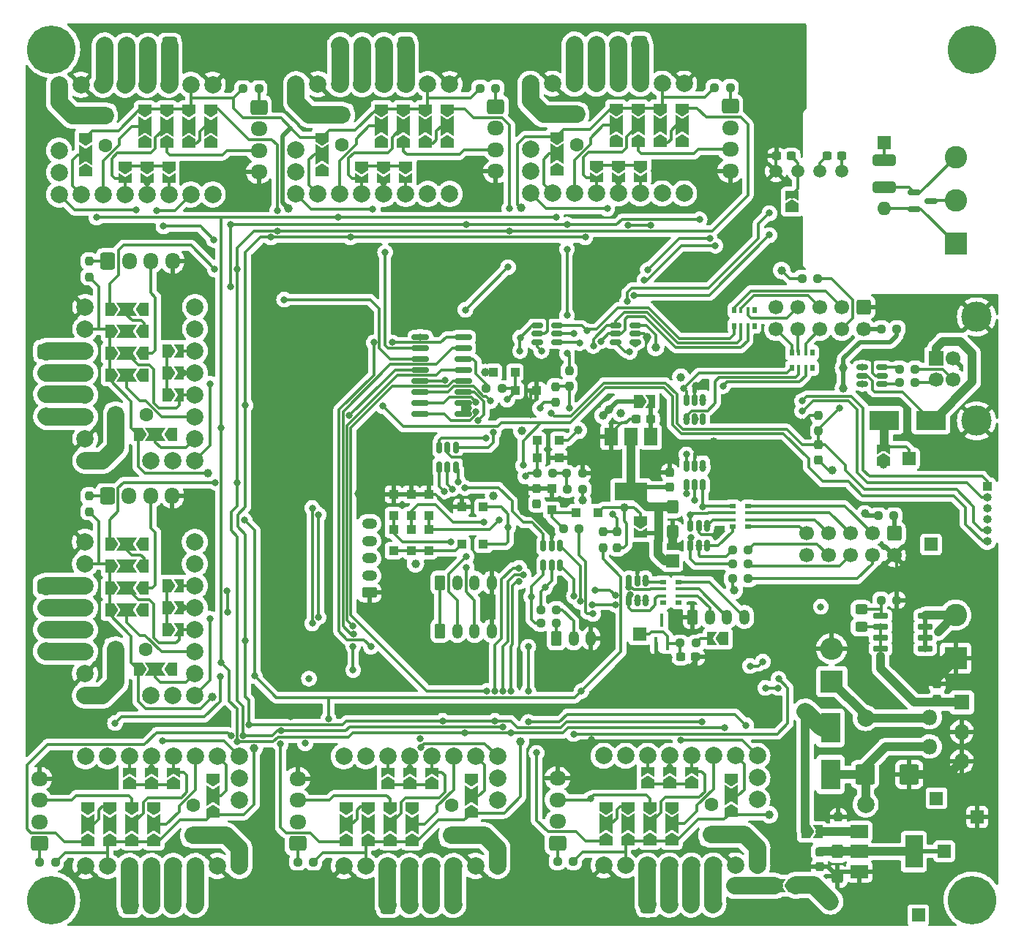
<source format=gbr>
%TF.GenerationSoftware,KiCad,Pcbnew,6.0.10*%
%TF.CreationDate,2023-03-14T21:17:13+03:00*%
%TF.ProjectId,multistepper,6d756c74-6973-4746-9570-7065722e6b69,rev?*%
%TF.SameCoordinates,Original*%
%TF.FileFunction,Copper,L4,Bot*%
%TF.FilePolarity,Positive*%
%FSLAX46Y46*%
G04 Gerber Fmt 4.6, Leading zero omitted, Abs format (unit mm)*
G04 Created by KiCad (PCBNEW 6.0.10) date 2023-03-14 21:17:13*
%MOMM*%
%LPD*%
G01*
G04 APERTURE LIST*
G04 Aperture macros list*
%AMRoundRect*
0 Rectangle with rounded corners*
0 $1 Rounding radius*
0 $2 $3 $4 $5 $6 $7 $8 $9 X,Y pos of 4 corners*
0 Add a 4 corners polygon primitive as box body*
4,1,4,$2,$3,$4,$5,$6,$7,$8,$9,$2,$3,0*
0 Add four circle primitives for the rounded corners*
1,1,$1+$1,$2,$3*
1,1,$1+$1,$4,$5*
1,1,$1+$1,$6,$7*
1,1,$1+$1,$8,$9*
0 Add four rect primitives between the rounded corners*
20,1,$1+$1,$2,$3,$4,$5,0*
20,1,$1+$1,$4,$5,$6,$7,0*
20,1,$1+$1,$6,$7,$8,$9,0*
20,1,$1+$1,$8,$9,$2,$3,0*%
%AMFreePoly0*
4,1,6,1.000000,0.000000,0.500000,-0.750000,-0.500000,-0.750000,-0.500000,0.750000,0.500000,0.750000,1.000000,0.000000,1.000000,0.000000,$1*%
%AMFreePoly1*
4,1,7,0.700000,0.000000,1.200000,-0.750000,-1.200000,-0.750000,-0.700000,0.000000,-1.200000,0.750000,1.200000,0.750000,0.700000,0.000000,0.700000,0.000000,$1*%
%AMFreePoly2*
4,1,6,0.500000,-0.750000,-0.650000,-0.750000,-0.150000,0.000000,-0.650000,0.750000,0.500000,0.750000,0.500000,-0.750000,0.500000,-0.750000,$1*%
G04 Aperture macros list end*
%TA.AperFunction,ComponentPad*%
%ADD10RoundRect,0.250000X0.600000X0.725000X-0.600000X0.725000X-0.600000X-0.725000X0.600000X-0.725000X0*%
%TD*%
%TA.AperFunction,ComponentPad*%
%ADD11O,1.700000X1.950000*%
%TD*%
%TA.AperFunction,ComponentPad*%
%ADD12RoundRect,0.250000X-0.725000X0.600000X-0.725000X-0.600000X0.725000X-0.600000X0.725000X0.600000X0*%
%TD*%
%TA.AperFunction,ComponentPad*%
%ADD13O,1.950000X1.700000*%
%TD*%
%TA.AperFunction,ComponentPad*%
%ADD14RoundRect,0.250000X0.625000X-0.350000X0.625000X0.350000X-0.625000X0.350000X-0.625000X-0.350000X0*%
%TD*%
%TA.AperFunction,ComponentPad*%
%ADD15O,1.750000X1.200000*%
%TD*%
%TA.AperFunction,ComponentPad*%
%ADD16RoundRect,0.250000X-0.600000X0.600000X-0.600000X-0.600000X0.600000X-0.600000X0.600000X0.600000X0*%
%TD*%
%TA.AperFunction,ComponentPad*%
%ADD17C,1.700000*%
%TD*%
%TA.AperFunction,ComponentPad*%
%ADD18RoundRect,0.250000X0.725000X-0.600000X0.725000X0.600000X-0.725000X0.600000X-0.725000X-0.600000X0*%
%TD*%
%TA.AperFunction,ComponentPad*%
%ADD19C,5.600000*%
%TD*%
%TA.AperFunction,ComponentPad*%
%ADD20R,1.600000X1.600000*%
%TD*%
%TA.AperFunction,ComponentPad*%
%ADD21O,1.600000X1.600000*%
%TD*%
%TA.AperFunction,ComponentPad*%
%ADD22C,1.600000*%
%TD*%
%TA.AperFunction,ComponentPad*%
%ADD23RoundRect,0.250000X-0.350000X-0.625000X0.350000X-0.625000X0.350000X0.625000X-0.350000X0.625000X0*%
%TD*%
%TA.AperFunction,ComponentPad*%
%ADD24O,1.200000X1.750000*%
%TD*%
%TA.AperFunction,ComponentPad*%
%ADD25RoundRect,0.250000X-0.600000X-0.725000X0.600000X-0.725000X0.600000X0.725000X-0.600000X0.725000X0*%
%TD*%
%TA.AperFunction,ComponentPad*%
%ADD26C,2.000000*%
%TD*%
%TA.AperFunction,ComponentPad*%
%ADD27R,2.600000X2.600000*%
%TD*%
%TA.AperFunction,ComponentPad*%
%ADD28C,2.600000*%
%TD*%
%TA.AperFunction,ComponentPad*%
%ADD29R,1.500000X1.500000*%
%TD*%
%TA.AperFunction,ComponentPad*%
%ADD30R,1.000000X1.000000*%
%TD*%
%TA.AperFunction,ComponentPad*%
%ADD31O,1.000000X1.000000*%
%TD*%
%TA.AperFunction,ComponentPad*%
%ADD32C,1.500000*%
%TD*%
%TA.AperFunction,ComponentPad*%
%ADD33O,2.600000X2.600000*%
%TD*%
%TA.AperFunction,ComponentPad*%
%ADD34R,1.800000X1.800000*%
%TD*%
%TA.AperFunction,ComponentPad*%
%ADD35O,1.800000X1.800000*%
%TD*%
%TA.AperFunction,ComponentPad*%
%ADD36R,1.700000X1.700000*%
%TD*%
%TA.AperFunction,ComponentPad*%
%ADD37C,3.500000*%
%TD*%
%TA.AperFunction,SMDPad,CuDef*%
%ADD38RoundRect,0.150000X-0.512500X-0.150000X0.512500X-0.150000X0.512500X0.150000X-0.512500X0.150000X0*%
%TD*%
%TA.AperFunction,SMDPad,CuDef*%
%ADD39FreePoly0,90.000000*%
%TD*%
%TA.AperFunction,SMDPad,CuDef*%
%ADD40FreePoly1,90.000000*%
%TD*%
%TA.AperFunction,SMDPad,CuDef*%
%ADD41FreePoly0,270.000000*%
%TD*%
%TA.AperFunction,SMDPad,CuDef*%
%ADD42FreePoly1,270.000000*%
%TD*%
%TA.AperFunction,SMDPad,CuDef*%
%ADD43FreePoly2,90.000000*%
%TD*%
%TA.AperFunction,SMDPad,CuDef*%
%ADD44FreePoly0,180.000000*%
%TD*%
%TA.AperFunction,SMDPad,CuDef*%
%ADD45FreePoly1,180.000000*%
%TD*%
%TA.AperFunction,SMDPad,CuDef*%
%ADD46FreePoly0,0.000000*%
%TD*%
%TA.AperFunction,SMDPad,CuDef*%
%ADD47FreePoly2,0.000000*%
%TD*%
%TA.AperFunction,SMDPad,CuDef*%
%ADD48RoundRect,0.237500X-0.250000X-0.237500X0.250000X-0.237500X0.250000X0.237500X-0.250000X0.237500X0*%
%TD*%
%TA.AperFunction,SMDPad,CuDef*%
%ADD49FreePoly2,270.000000*%
%TD*%
%TA.AperFunction,SMDPad,CuDef*%
%ADD50RoundRect,0.250000X-0.425000X0.537500X-0.425000X-0.537500X0.425000X-0.537500X0.425000X0.537500X0*%
%TD*%
%TA.AperFunction,SMDPad,CuDef*%
%ADD51R,1.000000X1.000000*%
%TD*%
%TA.AperFunction,SMDPad,CuDef*%
%ADD52R,0.500000X0.800000*%
%TD*%
%TA.AperFunction,SMDPad,CuDef*%
%ADD53R,0.400000X0.800000*%
%TD*%
%TA.AperFunction,SMDPad,CuDef*%
%ADD54R,0.800000X0.500000*%
%TD*%
%TA.AperFunction,SMDPad,CuDef*%
%ADD55R,0.800000X0.400000*%
%TD*%
%TA.AperFunction,SMDPad,CuDef*%
%ADD56RoundRect,0.150000X-0.587500X-0.150000X0.587500X-0.150000X0.587500X0.150000X-0.587500X0.150000X0*%
%TD*%
%TA.AperFunction,SMDPad,CuDef*%
%ADD57RoundRect,0.150000X-0.150000X0.512500X-0.150000X-0.512500X0.150000X-0.512500X0.150000X0.512500X0*%
%TD*%
%TA.AperFunction,SMDPad,CuDef*%
%ADD58RoundRect,0.237500X0.250000X0.237500X-0.250000X0.237500X-0.250000X-0.237500X0.250000X-0.237500X0*%
%TD*%
%TA.AperFunction,SMDPad,CuDef*%
%ADD59RoundRect,0.237500X-0.237500X0.300000X-0.237500X-0.300000X0.237500X-0.300000X0.237500X0.300000X0*%
%TD*%
%TA.AperFunction,SMDPad,CuDef*%
%ADD60RoundRect,0.150000X0.825000X0.150000X-0.825000X0.150000X-0.825000X-0.150000X0.825000X-0.150000X0*%
%TD*%
%TA.AperFunction,SMDPad,CuDef*%
%ADD61RoundRect,0.150000X0.512500X0.150000X-0.512500X0.150000X-0.512500X-0.150000X0.512500X-0.150000X0*%
%TD*%
%TA.AperFunction,SMDPad,CuDef*%
%ADD62RoundRect,0.237500X-0.237500X0.250000X-0.237500X-0.250000X0.237500X-0.250000X0.237500X0.250000X0*%
%TD*%
%TA.AperFunction,SMDPad,CuDef*%
%ADD63RoundRect,0.237500X0.300000X0.237500X-0.300000X0.237500X-0.300000X-0.237500X0.300000X-0.237500X0*%
%TD*%
%TA.AperFunction,SMDPad,CuDef*%
%ADD64RoundRect,0.237500X0.237500X-0.250000X0.237500X0.250000X-0.237500X0.250000X-0.237500X-0.250000X0*%
%TD*%
%TA.AperFunction,SMDPad,CuDef*%
%ADD65RoundRect,0.250000X0.450000X-0.325000X0.450000X0.325000X-0.450000X0.325000X-0.450000X-0.325000X0*%
%TD*%
%TA.AperFunction,SMDPad,CuDef*%
%ADD66FreePoly2,180.000000*%
%TD*%
%TA.AperFunction,SMDPad,CuDef*%
%ADD67R,2.300000X3.500000*%
%TD*%
%TA.AperFunction,SMDPad,CuDef*%
%ADD68RoundRect,0.237500X0.237500X-0.300000X0.237500X0.300000X-0.237500X0.300000X-0.237500X-0.300000X0*%
%TD*%
%TA.AperFunction,SMDPad,CuDef*%
%ADD69R,2.000000X1.500000*%
%TD*%
%TA.AperFunction,SMDPad,CuDef*%
%ADD70R,2.000000X3.800000*%
%TD*%
%TA.AperFunction,SMDPad,CuDef*%
%ADD71R,3.500000X2.300000*%
%TD*%
%TA.AperFunction,SMDPad,CuDef*%
%ADD72RoundRect,0.237500X-0.300000X-0.237500X0.300000X-0.237500X0.300000X0.237500X-0.300000X0.237500X0*%
%TD*%
%TA.AperFunction,SMDPad,CuDef*%
%ADD73RoundRect,0.250000X-0.875000X-0.925000X0.875000X-0.925000X0.875000X0.925000X-0.875000X0.925000X0*%
%TD*%
%TA.AperFunction,SMDPad,CuDef*%
%ADD74R,0.450000X1.500000*%
%TD*%
%TA.AperFunction,SMDPad,CuDef*%
%ADD75RoundRect,0.150000X-0.725000X-0.150000X0.725000X-0.150000X0.725000X0.150000X-0.725000X0.150000X0*%
%TD*%
%TA.AperFunction,SMDPad,CuDef*%
%ADD76R,1.500000X2.000000*%
%TD*%
%TA.AperFunction,SMDPad,CuDef*%
%ADD77R,3.800000X2.000000*%
%TD*%
%TA.AperFunction,SMDPad,CuDef*%
%ADD78RoundRect,0.250000X-1.075000X0.400000X-1.075000X-0.400000X1.075000X-0.400000X1.075000X0.400000X0*%
%TD*%
%TA.AperFunction,ViaPad*%
%ADD79C,1.000000*%
%TD*%
%TA.AperFunction,ViaPad*%
%ADD80C,0.800000*%
%TD*%
%TA.AperFunction,Conductor*%
%ADD81C,0.500000*%
%TD*%
%TA.AperFunction,Conductor*%
%ADD82C,0.300000*%
%TD*%
%TA.AperFunction,Conductor*%
%ADD83C,1.000000*%
%TD*%
%TA.AperFunction,Conductor*%
%ADD84C,2.000000*%
%TD*%
%TA.AperFunction,Conductor*%
%ADD85C,0.200000*%
%TD*%
G04 APERTURE END LIST*
D10*
%TO.P,J17,1,Pin_1*%
%TO.N,Net-(J17-Pad1)*%
X99921075Y-41501827D03*
D11*
%TO.P,J17,2,Pin_2*%
%TO.N,Net-(J17-Pad2)*%
X97421075Y-41501827D03*
%TO.P,J17,3,Pin_3*%
%TO.N,Net-(J17-Pad3)*%
X94921075Y-41501827D03*
%TO.P,J17,4,Pin_4*%
%TO.N,Net-(J17-Pad4)*%
X92421075Y-41501827D03*
%TD*%
D12*
%TO.P,J12,1,Pin_1*%
%TO.N,Net-(J12-Pad1)*%
X58374000Y-76974000D03*
D13*
%TO.P,J12,2,Pin_2*%
%TO.N,Net-(J12-Pad2)*%
X58374000Y-79474000D03*
%TO.P,J12,3,Pin_3*%
%TO.N,Net-(J12-Pad3)*%
X58374000Y-81974000D03*
%TO.P,J12,4,Pin_4*%
%TO.N,Net-(J12-Pad4)*%
X58374000Y-84474000D03*
%TD*%
D14*
%TO.P,J6,1,Pin_1*%
%TO.N,GND*%
X95758000Y-104902000D03*
D15*
%TO.P,J6,2,Pin_2*%
%TO.N,Net-(J6-Pad2)*%
X95758000Y-102902000D03*
%TO.P,J6,3,Pin_3*%
%TO.N,Net-(J6-Pad3)*%
X95758000Y-100902000D03*
%TO.P,J6,4,Pin_4*%
%TO.N,Net-(J6-Pad4)*%
X95758000Y-98902000D03*
%TO.P,J6,5,Pin_5*%
%TO.N,Net-(J6-Pad5)*%
X95758000Y-96902000D03*
%TD*%
D16*
%TO.P,J2,1,Pin_1*%
%TO.N,GND*%
X152958800Y-71840700D03*
D17*
%TO.P,J2,2,Pin_2*%
%TO.N,Net-(J2-Pad2)*%
X152958800Y-74380700D03*
%TO.P,J2,3,Pin_3*%
%TO.N,Net-(J2-Pad3)*%
X150418800Y-71840700D03*
%TO.P,J2,4,Pin_4*%
%TO.N,Net-(J2-Pad4)*%
X150418800Y-74380700D03*
%TO.P,J2,5,Pin_5*%
%TO.N,Net-(J2-Pad5)*%
X147878800Y-71840700D03*
%TO.P,J2,6,Pin_6*%
%TO.N,Net-(J2-Pad6)*%
X147878800Y-74380700D03*
%TO.P,J2,7,Pin_7*%
%TO.N,Net-(J2-Pad7)*%
X145338800Y-71840700D03*
%TO.P,J2,8,Pin_8*%
%TO.N,Net-(J2-Pad8)*%
X145338800Y-74380700D03*
%TO.P,J2,9,Pin_9*%
%TO.N,GND*%
X142798800Y-71840700D03*
%TO.P,J2,10,Pin_10*%
%TO.N,Net-(J2-Pad10)*%
X142798800Y-74380700D03*
%TD*%
D18*
%TO.P,J22,1,Pin_1*%
%TO.N,Net-(J22-Pad1)*%
X87466000Y-133934000D03*
D13*
%TO.P,J22,2,Pin_2*%
%TO.N,M5_L0*%
X87466000Y-131434000D03*
%TO.P,J22,3,Pin_3*%
%TO.N,M5_L1*%
X87466000Y-128934000D03*
%TO.P,J22,4,Pin_4*%
%TO.N,GND*%
X87466000Y-126434000D03*
%TD*%
D19*
%TO.P,H4,1*%
%TO.N,N/C*%
X165500000Y-140500000D03*
%TD*%
D20*
%TO.P,SW3,1*%
%TO.N,Net-(R18-Pad1)*%
X155295600Y-52832000D03*
D21*
%TO.P,SW3,2*%
%TO.N,/CANL*%
X155295600Y-60452000D03*
%TD*%
D20*
%TO.P,C24,1*%
%TO.N,/Motors/Vm*%
X105246000Y-132978000D03*
D22*
%TO.P,C24,2*%
%TO.N,GND*%
X105246000Y-129478000D03*
%TD*%
D23*
%TO.P,J5,1,Pin_1*%
%TO.N,Net-(J4-Pad1)*%
X103934000Y-103733600D03*
D24*
%TO.P,J5,2,Pin_2*%
%TO.N,ADC2*%
X105934000Y-103733600D03*
%TO.P,J5,3,Pin_3*%
%TO.N,ADC3*%
X107934000Y-103733600D03*
%TO.P,J5,4,Pin_4*%
%TO.N,GND*%
X109934000Y-103733600D03*
%TD*%
D25*
%TO.P,J11,1,Pin_1*%
%TO.N,Net-(J11-Pad1)*%
X65500000Y-66500000D03*
D11*
%TO.P,J11,2,Pin_2*%
%TO.N,M0_L0*%
X68000000Y-66500000D03*
%TO.P,J11,3,Pin_3*%
%TO.N,M0_L1*%
X70500000Y-66500000D03*
%TO.P,J11,4,Pin_4*%
%TO.N,GND*%
X73000000Y-66500000D03*
%TD*%
D26*
%TO.P,XX5,1,~{EN}*%
%TO.N,/Motors/stepper_M5/~{ENx}*%
X140640000Y-123774000D03*
%TO.P,XX5,2,MS1*%
%TO.N,/Motors/stepper_M5/MS1*%
X138100000Y-123774000D03*
%TO.P,XX5,3,MS2*%
%TO.N,/Motors/stepper_M5/MS2*%
X135560000Y-123774000D03*
%TO.P,XX5,4,SPREAD*%
%TO.N,/Motors/stepper_M5/SPR*%
X133020000Y-123774000D03*
%TO.P,XX5,5,PDN_UART*%
%TO.N,/Motors/stepper_M5/U*%
X130480000Y-123774000D03*
%TO.P,XX5,6,CLK*%
%TO.N,/Motors/stepper_M5/CLK*%
X127940000Y-123774000D03*
%TO.P,XX5,7,STEP*%
%TO.N,/Motors/stepper_M5/STEPx*%
X125400000Y-123774000D03*
%TO.P,XX5,8,DIR*%
%TO.N,/Motors/stepper_M5/DIRx*%
X122860000Y-123774000D03*
%TO.P,XX5,9,GND*%
%TO.N,GND*%
X122860000Y-136474000D03*
%TO.P,XX5,10,VIO*%
%TO.N,Vio*%
X125400000Y-136474000D03*
%TO.P,XX5,11,M1B*%
%TO.N,Net-(J21-Pad1)*%
X127940000Y-136474000D03*
%TO.P,XX5,12,M1A*%
%TO.N,Net-(J21-Pad2)*%
X130480000Y-136474000D03*
%TO.P,XX5,13,M2A*%
%TO.N,Net-(J21-Pad3)*%
X133020000Y-136474000D03*
%TO.P,XX5,14,M2B*%
%TO.N,Net-(J21-Pad4)*%
X135560000Y-136474000D03*
%TO.P,XX5,15,GND*%
%TO.N,GND*%
X138100000Y-136474000D03*
%TO.P,XX5,16,Vmot*%
%TO.N,/Motors/Vm*%
X140640000Y-136474000D03*
%TO.P,XX5,17,DIAG*%
%TO.N,/Motors/DIAG4*%
X140640000Y-126314000D03*
%TO.P,XX5,18,INDEX*%
%TO.N,unconnected-(XX5-Pad18)*%
X140640000Y-128854000D03*
%TD*%
D23*
%TO.P,J13,1,Pin_1*%
%TO.N,Net-(J13-Pad1)*%
X117380000Y-110194000D03*
D24*
%TO.P,J13,2,Pin_2*%
%TO.N,Net-(J13-Pad2)*%
X119380000Y-110194000D03*
%TO.P,J13,3,Pin_3*%
%TO.N,GND*%
X121380000Y-110194000D03*
%TD*%
D26*
%TO.P,XX8,1,~{EN}*%
%TO.N,/Motors/stepper_M8/~{ENx}*%
X75572000Y-116801600D03*
%TO.P,XX8,2,MS1*%
%TO.N,/Motors/stepper_M8/MS1*%
X75572000Y-114261600D03*
%TO.P,XX8,3,MS2*%
%TO.N,/Motors/stepper_M8/MS2*%
X75572000Y-111721600D03*
%TO.P,XX8,4,SPREAD*%
%TO.N,/Motors/stepper_M8/SPR*%
X75572000Y-109181600D03*
%TO.P,XX8,5,PDN_UART*%
%TO.N,/Motors/stepper_M8/U*%
X75572000Y-106641600D03*
%TO.P,XX8,6,CLK*%
%TO.N,/Motors/stepper_M8/CLK*%
X75572000Y-104101600D03*
%TO.P,XX8,7,STEP*%
%TO.N,/Motors/stepper_M8/STEPx*%
X75572000Y-101561600D03*
%TO.P,XX8,8,DIR*%
%TO.N,/Motors/stepper_M8/DIRx*%
X75572000Y-99021600D03*
%TO.P,XX8,9,GND*%
%TO.N,GND*%
X62872000Y-99021600D03*
%TO.P,XX8,10,VIO*%
%TO.N,Vio*%
X62872000Y-101561600D03*
%TO.P,XX8,11,M1B*%
%TO.N,Net-(J27-Pad1)*%
X62872000Y-104101600D03*
%TO.P,XX8,12,M1A*%
%TO.N,Net-(J27-Pad2)*%
X62872000Y-106641600D03*
%TO.P,XX8,13,M2A*%
%TO.N,Net-(J27-Pad3)*%
X62872000Y-109181600D03*
%TO.P,XX8,14,M2B*%
%TO.N,Net-(J27-Pad4)*%
X62872000Y-111721600D03*
%TO.P,XX8,15,GND*%
%TO.N,GND*%
X62872000Y-114261600D03*
%TO.P,XX8,16,Vmot*%
%TO.N,/Motors/Vm*%
X62872000Y-116801600D03*
%TO.P,XX8,17,DIAG*%
%TO.N,/Motors/DIAG7*%
X73032000Y-116801600D03*
%TO.P,XX8,18,INDEX*%
%TO.N,unconnected-(XX8-Pad18)*%
X70492000Y-116801600D03*
%TD*%
%TO.P,XX3,1,~{EN}*%
%TO.N,/Motors/stepper_M3/~{ENx}*%
X87281075Y-58727827D03*
%TO.P,XX3,2,MS1*%
%TO.N,/Motors/stepper_M3/MS1*%
X89821075Y-58727827D03*
%TO.P,XX3,3,MS2*%
%TO.N,/Motors/stepper_M3/MS2*%
X92361075Y-58727827D03*
%TO.P,XX3,4,SPREAD*%
%TO.N,/Motors/stepper_M3/SPR*%
X94901075Y-58727827D03*
%TO.P,XX3,5,PDN_UART*%
%TO.N,/Motors/stepper_M3/U*%
X97441075Y-58727827D03*
%TO.P,XX3,6,CLK*%
%TO.N,/Motors/stepper_M3/CLK*%
X99981075Y-58727827D03*
%TO.P,XX3,7,STEP*%
%TO.N,/Motors/stepper_M3/STEPx*%
X102521075Y-58727827D03*
%TO.P,XX3,8,DIR*%
%TO.N,/Motors/stepper_M3/DIRx*%
X105061075Y-58727827D03*
%TO.P,XX3,9,GND*%
%TO.N,GND*%
X105061075Y-46027827D03*
%TO.P,XX3,10,VIO*%
%TO.N,Vio*%
X102521075Y-46027827D03*
%TO.P,XX3,11,M1B*%
%TO.N,Net-(J17-Pad1)*%
X99981075Y-46027827D03*
%TO.P,XX3,12,M1A*%
%TO.N,Net-(J17-Pad2)*%
X97441075Y-46027827D03*
%TO.P,XX3,13,M2A*%
%TO.N,Net-(J17-Pad3)*%
X94901075Y-46027827D03*
%TO.P,XX3,14,M2B*%
%TO.N,Net-(J17-Pad4)*%
X92361075Y-46027827D03*
%TO.P,XX3,15,GND*%
%TO.N,GND*%
X89821075Y-46027827D03*
%TO.P,XX3,16,Vmot*%
%TO.N,/Motors/Vm*%
X87281075Y-46027827D03*
%TO.P,XX3,17,DIAG*%
%TO.N,/Motors/DIAG2*%
X87281075Y-56187827D03*
%TO.P,XX3,18,INDEX*%
%TO.N,unconnected-(XX3-Pad18)*%
X87281075Y-53647827D03*
%TD*%
D27*
%TO.P,J10,1,Pin_1*%
%TO.N,GND*%
X163576000Y-112482000D03*
D28*
%TO.P,J10,2,Pin_2*%
%TO.N,Net-(J10-Pad2)*%
X163576000Y-107482000D03*
%TD*%
D16*
%TO.P,J3,1,Pin_1*%
%TO.N,Net-(J3-Pad1)*%
X156464000Y-98044000D03*
D17*
%TO.P,J3,2,Pin_2*%
%TO.N,GND*%
X156464000Y-100584000D03*
%TO.P,J3,3,Pin_3*%
%TO.N,Net-(J3-Pad3)*%
X153924000Y-98044000D03*
%TO.P,J3,4,Pin_4*%
%TO.N,Net-(J3-Pad4)*%
X153924000Y-100584000D03*
%TO.P,J3,5,Pin_5*%
%TO.N,Net-(J3-Pad5)*%
X151384000Y-98044000D03*
%TO.P,J3,6,Pin_6*%
%TO.N,Net-(J3-Pad6)*%
X151384000Y-100584000D03*
%TO.P,J3,7,Pin_7*%
%TO.N,Net-(J3-Pad7)*%
X148844000Y-98044000D03*
%TO.P,J3,8,Pin_8*%
%TO.N,Net-(J3-Pad8)*%
X148844000Y-100584000D03*
%TO.P,J3,9,Pin_9*%
%TO.N,Net-(J3-Pad9)*%
X146304000Y-98044000D03*
%TO.P,J3,10,Pin_10*%
%TO.N,GND*%
X146304000Y-100584000D03*
%TD*%
D29*
%TO.P,TP3,1,1*%
%TO.N,GND*%
X166090600Y-130860800D03*
%TD*%
D30*
%TO.P,J1,1,Pin_1*%
%TO.N,/MCU base/SWCLK*%
X167258600Y-92608400D03*
D31*
%TO.P,J1,2,Pin_2*%
%TO.N,/MCU base/SWDIO*%
X167258600Y-93878400D03*
%TO.P,J1,3,Pin_3*%
%TO.N,GND*%
X167258600Y-95148400D03*
%TO.P,J1,4,Pin_4*%
%TO.N,Net-(J1-Pad4)*%
X167258600Y-96418400D03*
%TO.P,J1,5,Pin_5*%
%TO.N,/MCU base/BOOT0*%
X167258600Y-97688400D03*
%TO.P,J1,6,Pin_6*%
%TO.N,/MCU base/NRST*%
X167258600Y-98958400D03*
%TD*%
D18*
%TO.P,J24,1,Pin_1*%
%TO.N,Net-(J24-Pad1)*%
X57604925Y-133934000D03*
D13*
%TO.P,J24,2,Pin_2*%
%TO.N,M6_L0*%
X57604925Y-131434000D03*
%TO.P,J24,3,Pin_3*%
%TO.N,M6_L1*%
X57604925Y-128934000D03*
%TO.P,J24,4,Pin_4*%
%TO.N,GND*%
X57604925Y-126434000D03*
%TD*%
D19*
%TO.P,H1,1*%
%TO.N,N/C*%
X59000000Y-42000000D03*
%TD*%
D20*
%TO.P,C23,1*%
%TO.N,/Motors/Vm*%
X135306000Y-132918000D03*
D22*
%TO.P,C23,2*%
%TO.N,GND*%
X135306000Y-129418000D03*
%TD*%
D10*
%TO.P,J19,1,Pin_1*%
%TO.N,Net-(J19-Pad1)*%
X127026450Y-41440000D03*
D11*
%TO.P,J19,2,Pin_2*%
%TO.N,Net-(J19-Pad2)*%
X124526450Y-41440000D03*
%TO.P,J19,3,Pin_3*%
%TO.N,Net-(J19-Pad3)*%
X122026450Y-41440000D03*
%TO.P,J19,4,Pin_4*%
%TO.N,Net-(J19-Pad4)*%
X119526450Y-41440000D03*
%TD*%
D29*
%TO.P,TP2,1,1*%
%TO.N,Vdrive*%
X159258000Y-142240000D03*
%TD*%
D12*
%TO.P,J14,1,Pin_1*%
%TO.N,Net-(J14-Pad1)*%
X82974000Y-48689654D03*
D13*
%TO.P,J14,2,Pin_2*%
%TO.N,M1_L0*%
X82974000Y-51189654D03*
%TO.P,J14,3,Pin_3*%
%TO.N,M1_L1*%
X82974000Y-53689654D03*
%TO.P,J14,4,Pin_4*%
%TO.N,GND*%
X82974000Y-56189654D03*
%TD*%
D19*
%TO.P,H3,1*%
%TO.N,N/C*%
X59000000Y-140500000D03*
%TD*%
D25*
%TO.P,J23,1,Pin_1*%
%TO.N,Net-(J23-Pad1)*%
X97940000Y-141060000D03*
D11*
%TO.P,J23,2,Pin_2*%
%TO.N,Net-(J23-Pad2)*%
X100440000Y-141060000D03*
%TO.P,J23,3,Pin_3*%
%TO.N,Net-(J23-Pad3)*%
X102940000Y-141060000D03*
%TO.P,J23,4,Pin_4*%
%TO.N,Net-(J23-Pad4)*%
X105440000Y-141060000D03*
%TD*%
D25*
%TO.P,J25,1,Pin_1*%
%TO.N,Net-(J25-Pad1)*%
X68078925Y-141060000D03*
D11*
%TO.P,J25,2,Pin_2*%
%TO.N,Net-(J25-Pad2)*%
X70578925Y-141060000D03*
%TO.P,J25,3,Pin_3*%
%TO.N,Net-(J25-Pad3)*%
X73078925Y-141060000D03*
%TO.P,J25,4,Pin_4*%
%TO.N,Net-(J25-Pad4)*%
X75578925Y-141060000D03*
%TD*%
D26*
%TO.P,XX4,1,~{EN}*%
%TO.N,/Motors/stepper_M4/~{ENx}*%
X114386450Y-58666000D03*
%TO.P,XX4,2,MS1*%
%TO.N,/Motors/stepper_M4/MS1*%
X116926450Y-58666000D03*
%TO.P,XX4,3,MS2*%
%TO.N,/Motors/stepper_M4/MS2*%
X119466450Y-58666000D03*
%TO.P,XX4,4,SPREAD*%
%TO.N,/Motors/stepper_M4/SPR*%
X122006450Y-58666000D03*
%TO.P,XX4,5,PDN_UART*%
%TO.N,/Motors/stepper_M4/U*%
X124546450Y-58666000D03*
%TO.P,XX4,6,CLK*%
%TO.N,/Motors/stepper_M4/CLK*%
X127086450Y-58666000D03*
%TO.P,XX4,7,STEP*%
%TO.N,/Motors/stepper_M4/STEPx*%
X129626450Y-58666000D03*
%TO.P,XX4,8,DIR*%
%TO.N,/Motors/stepper_M4/DIRx*%
X132166450Y-58666000D03*
%TO.P,XX4,9,GND*%
%TO.N,GND*%
X132166450Y-45966000D03*
%TO.P,XX4,10,VIO*%
%TO.N,Vio*%
X129626450Y-45966000D03*
%TO.P,XX4,11,M1B*%
%TO.N,Net-(J19-Pad1)*%
X127086450Y-45966000D03*
%TO.P,XX4,12,M1A*%
%TO.N,Net-(J19-Pad2)*%
X124546450Y-45966000D03*
%TO.P,XX4,13,M2A*%
%TO.N,Net-(J19-Pad3)*%
X122006450Y-45966000D03*
%TO.P,XX4,14,M2B*%
%TO.N,Net-(J19-Pad4)*%
X119466450Y-45966000D03*
%TO.P,XX4,15,GND*%
%TO.N,GND*%
X116926450Y-45966000D03*
%TO.P,XX4,16,Vmot*%
%TO.N,/Motors/Vm*%
X114386450Y-45966000D03*
%TO.P,XX4,17,DIAG*%
%TO.N,/Motors/DIAG3*%
X114386450Y-56126000D03*
%TO.P,XX4,18,INDEX*%
%TO.N,unconnected-(XX4-Pad18)*%
X114386450Y-53586000D03*
%TD*%
D19*
%TO.P,H2,1*%
%TO.N,N/C*%
X165500000Y-42000000D03*
%TD*%
D25*
%TO.P,J21,1,Pin_1*%
%TO.N,Net-(J21-Pad1)*%
X128000000Y-141000000D03*
D11*
%TO.P,J21,2,Pin_2*%
%TO.N,Net-(J21-Pad2)*%
X130500000Y-141000000D03*
%TO.P,J21,3,Pin_3*%
%TO.N,Net-(J21-Pad3)*%
X133000000Y-141000000D03*
%TO.P,J21,4,Pin_4*%
%TO.N,Net-(J21-Pad4)*%
X135500000Y-141000000D03*
%TD*%
D20*
%TO.P,C21,1*%
%TO.N,/Motors/Vm*%
X92615075Y-49583827D03*
D22*
%TO.P,C21,2*%
%TO.N,GND*%
X92615075Y-53083827D03*
%TD*%
D20*
%TO.P,C22,1*%
%TO.N,/Motors/Vm*%
X119720450Y-49522000D03*
D22*
%TO.P,C22,2*%
%TO.N,GND*%
X119720450Y-53022000D03*
%TD*%
D12*
%TO.P,J18,1,Pin_1*%
%TO.N,Net-(J18-Pad1)*%
X137500450Y-48566000D03*
D13*
%TO.P,J18,2,Pin_2*%
%TO.N,M3_L0*%
X137500450Y-51066000D03*
%TO.P,J18,3,Pin_3*%
%TO.N,M3_L1*%
X137500450Y-53566000D03*
%TO.P,J18,4,Pin_4*%
%TO.N,GND*%
X137500450Y-56066000D03*
%TD*%
D32*
%TO.P,Q1,1,GND*%
%TO.N,GND*%
X142798800Y-56083200D03*
%TO.P,Q1,2,Vin*%
%TO.N,Net-(C10-Pad1)*%
X145338800Y-56083200D03*
%TO.P,Q1,3,0V*%
%TO.N,Earth*%
X147878800Y-56083200D03*
%TO.P,Q1,4,+Vo*%
%TO.N,Net-(C11-Pad1)*%
X150418800Y-56083200D03*
%TD*%
D26*
%TO.P,XX6,1,~{EN}*%
%TO.N,/Motors/stepper_M6/~{ENx}*%
X110580000Y-123834000D03*
%TO.P,XX6,2,MS1*%
%TO.N,/Motors/stepper_M6/MS1*%
X108040000Y-123834000D03*
%TO.P,XX6,3,MS2*%
%TO.N,/Motors/stepper_M6/MS2*%
X105500000Y-123834000D03*
%TO.P,XX6,4,SPREAD*%
%TO.N,/Motors/stepper_M6/SPR*%
X102960000Y-123834000D03*
%TO.P,XX6,5,PDN_UART*%
%TO.N,/Motors/stepper_M6/U*%
X100420000Y-123834000D03*
%TO.P,XX6,6,CLK*%
%TO.N,/Motors/stepper_M6/CLK*%
X97880000Y-123834000D03*
%TO.P,XX6,7,STEP*%
%TO.N,/Motors/stepper_M6/STEPx*%
X95340000Y-123834000D03*
%TO.P,XX6,8,DIR*%
%TO.N,/Motors/stepper_M6/DIRx*%
X92800000Y-123834000D03*
%TO.P,XX6,9,GND*%
%TO.N,GND*%
X92800000Y-136534000D03*
%TO.P,XX6,10,VIO*%
%TO.N,Vio*%
X95340000Y-136534000D03*
%TO.P,XX6,11,M1B*%
%TO.N,Net-(J23-Pad1)*%
X97880000Y-136534000D03*
%TO.P,XX6,12,M1A*%
%TO.N,Net-(J23-Pad2)*%
X100420000Y-136534000D03*
%TO.P,XX6,13,M2A*%
%TO.N,Net-(J23-Pad3)*%
X102960000Y-136534000D03*
%TO.P,XX6,14,M2B*%
%TO.N,Net-(J23-Pad4)*%
X105500000Y-136534000D03*
%TO.P,XX6,15,GND*%
%TO.N,GND*%
X108040000Y-136534000D03*
%TO.P,XX6,16,Vmot*%
%TO.N,/Motors/Vm*%
X110580000Y-136534000D03*
%TO.P,XX6,17,DIAG*%
%TO.N,/Motors/DIAG5*%
X110580000Y-126374000D03*
%TO.P,XX6,18,INDEX*%
%TO.N,unconnected-(XX6-Pad18)*%
X110580000Y-128914000D03*
%TD*%
D27*
%TO.P,D26,1,K*%
%TO.N,Net-(D26-Pad1)*%
X149250400Y-115194400D03*
D33*
%TO.P,D26,2,A*%
%TO.N,GND*%
X149250400Y-111384400D03*
%TD*%
D29*
%TO.P,TP6,1,1*%
%TO.N,+3.3VADC*%
X127000000Y-109728000D03*
%TD*%
D20*
%TO.P,C19,1*%
%TO.N,/Motors/Vm*%
X66456000Y-84280000D03*
D22*
%TO.P,C19,2*%
%TO.N,GND*%
X69956000Y-84280000D03*
%TD*%
D34*
%TO.P,U5,1,VIN*%
%TO.N,Vdrive*%
X164287200Y-117602000D03*
D35*
%TO.P,U5,2,VOUT*%
%TO.N,Net-(D26-Pad1)*%
X160587200Y-119302000D03*
%TO.P,U5,3,GND*%
%TO.N,GND*%
X164287200Y-121002000D03*
%TO.P,U5,4,FB*%
%TO.N,Net-(C17-Pad1)*%
X160587200Y-122702000D03*
%TO.P,U5,5,ON/OFF*%
%TO.N,GND*%
X164287200Y-124402000D03*
%TD*%
D12*
%TO.P,J27,1,Pin_1*%
%TO.N,Net-(J27-Pad1)*%
X58346000Y-104161600D03*
D13*
%TO.P,J27,2,Pin_2*%
%TO.N,Net-(J27-Pad2)*%
X58346000Y-106661600D03*
%TO.P,J27,3,Pin_3*%
%TO.N,Net-(J27-Pad3)*%
X58346000Y-109161600D03*
%TO.P,J27,4,Pin_4*%
%TO.N,Net-(J27-Pad4)*%
X58346000Y-111661600D03*
%TD*%
D23*
%TO.P,J7,1,Pin_1*%
%TO.N,GND*%
X133144000Y-107704800D03*
D24*
%TO.P,J7,2,Pin_2*%
%TO.N,Net-(J7-Pad2)*%
X135144000Y-107704800D03*
%TO.P,J7,3,Pin_3*%
%TO.N,Net-(J7-Pad3)*%
X137144000Y-107704800D03*
%TO.P,J7,4,Pin_4*%
%TO.N,Net-(J7-Pad4)*%
X139144000Y-107704800D03*
%TD*%
D29*
%TO.P,TP4,1,1*%
%TO.N,Net-(C17-Pad1)*%
X161366200Y-128701800D03*
%TD*%
D10*
%TO.P,J15,1,Pin_1*%
%TO.N,Net-(J15-Pad1)*%
X72644000Y-41563654D03*
D11*
%TO.P,J15,2,Pin_2*%
%TO.N,Net-(J15-Pad2)*%
X70144000Y-41563654D03*
%TO.P,J15,3,Pin_3*%
%TO.N,Net-(J15-Pad3)*%
X67644000Y-41563654D03*
%TO.P,J15,4,Pin_4*%
%TO.N,Net-(J15-Pad4)*%
X65144000Y-41563654D03*
%TD*%
D26*
%TO.P,L1,1,1*%
%TO.N,Net-(C17-Pad1)*%
X153162000Y-129409200D03*
%TO.P,L1,2,2*%
%TO.N,Net-(D26-Pad1)*%
X153162000Y-119409200D03*
%TD*%
D20*
%TO.P,C20,1*%
%TO.N,/Motors/Vm*%
X65194000Y-49645654D03*
D22*
%TO.P,C20,2*%
%TO.N,GND*%
X65194000Y-53145654D03*
%TD*%
D26*
%TO.P,XX2,1,~{EN}*%
%TO.N,/Motors/stepper_M2/~{ENx}*%
X59860000Y-58789654D03*
%TO.P,XX2,2,MS1*%
%TO.N,/Motors/stepper_M2/MS1*%
X62400000Y-58789654D03*
%TO.P,XX2,3,MS2*%
%TO.N,/Motors/stepper_M2/MS2*%
X64940000Y-58789654D03*
%TO.P,XX2,4,SPREAD*%
%TO.N,/Motors/stepper_M2/SPR*%
X67480000Y-58789654D03*
%TO.P,XX2,5,PDN_UART*%
%TO.N,/Motors/stepper_M2/U*%
X70020000Y-58789654D03*
%TO.P,XX2,6,CLK*%
%TO.N,/Motors/stepper_M2/CLK*%
X72560000Y-58789654D03*
%TO.P,XX2,7,STEP*%
%TO.N,/Motors/stepper_M2/STEPx*%
X75100000Y-58789654D03*
%TO.P,XX2,8,DIR*%
%TO.N,/Motors/stepper_M2/DIRx*%
X77640000Y-58789654D03*
%TO.P,XX2,9,GND*%
%TO.N,GND*%
X77640000Y-46089654D03*
%TO.P,XX2,10,VIO*%
%TO.N,Vio*%
X75100000Y-46089654D03*
%TO.P,XX2,11,M1B*%
%TO.N,Net-(J15-Pad1)*%
X72560000Y-46089654D03*
%TO.P,XX2,12,M1A*%
%TO.N,Net-(J15-Pad2)*%
X70020000Y-46089654D03*
%TO.P,XX2,13,M2A*%
%TO.N,Net-(J15-Pad3)*%
X67480000Y-46089654D03*
%TO.P,XX2,14,M2B*%
%TO.N,Net-(J15-Pad4)*%
X64940000Y-46089654D03*
%TO.P,XX2,15,GND*%
%TO.N,GND*%
X62400000Y-46089654D03*
%TO.P,XX2,16,Vmot*%
%TO.N,/Motors/Vm*%
X59860000Y-46089654D03*
%TO.P,XX2,17,DIAG*%
%TO.N,/Motors/DIAG1*%
X59860000Y-56249654D03*
%TO.P,XX2,18,INDEX*%
%TO.N,unconnected-(XX2-Pad18)*%
X59860000Y-53709654D03*
%TD*%
D27*
%TO.P,J9,1,Pin_1*%
%TO.N,/CANL*%
X163576000Y-64516000D03*
D28*
%TO.P,J9,2,Pin_2*%
%TO.N,Earth*%
X163576000Y-59516000D03*
%TO.P,J9,3,Pin_3*%
%TO.N,/CANH*%
X163576000Y-54516000D03*
%TD*%
D20*
%TO.P,C25,1*%
%TO.N,/Motors/Vm*%
X75384925Y-132978000D03*
D22*
%TO.P,C25,2*%
%TO.N,GND*%
X75384925Y-129478000D03*
%TD*%
D26*
%TO.P,XX7,1,~{EN}*%
%TO.N,/Motors/stepper_M7/~{ENx}*%
X80718925Y-123834000D03*
%TO.P,XX7,2,MS1*%
%TO.N,/Motors/stepper_M7/MS1*%
X78178925Y-123834000D03*
%TO.P,XX7,3,MS2*%
%TO.N,/Motors/stepper_M7/MS2*%
X75638925Y-123834000D03*
%TO.P,XX7,4,SPREAD*%
%TO.N,/Motors/stepper_M7/SPR*%
X73098925Y-123834000D03*
%TO.P,XX7,5,PDN_UART*%
%TO.N,/Motors/stepper_M7/U*%
X70558925Y-123834000D03*
%TO.P,XX7,6,CLK*%
%TO.N,/Motors/stepper_M7/CLK*%
X68018925Y-123834000D03*
%TO.P,XX7,7,STEP*%
%TO.N,/Motors/stepper_M7/STEPx*%
X65478925Y-123834000D03*
%TO.P,XX7,8,DIR*%
%TO.N,/Motors/stepper_M7/DIRx*%
X62938925Y-123834000D03*
%TO.P,XX7,9,GND*%
%TO.N,GND*%
X62938925Y-136534000D03*
%TO.P,XX7,10,VIO*%
%TO.N,Vio*%
X65478925Y-136534000D03*
%TO.P,XX7,11,M1B*%
%TO.N,Net-(J25-Pad1)*%
X68018925Y-136534000D03*
%TO.P,XX7,12,M1A*%
%TO.N,Net-(J25-Pad2)*%
X70558925Y-136534000D03*
%TO.P,XX7,13,M2A*%
%TO.N,Net-(J25-Pad3)*%
X73098925Y-136534000D03*
%TO.P,XX7,14,M2B*%
%TO.N,Net-(J25-Pad4)*%
X75638925Y-136534000D03*
%TO.P,XX7,15,GND*%
%TO.N,GND*%
X78178925Y-136534000D03*
%TO.P,XX7,16,Vmot*%
%TO.N,/Motors/Vm*%
X80718925Y-136534000D03*
%TO.P,XX7,17,DIAG*%
%TO.N,/Motors/DIAG6*%
X80718925Y-126374000D03*
%TO.P,XX7,18,INDEX*%
%TO.N,unconnected-(XX7-Pad18)*%
X80718925Y-128914000D03*
%TD*%
D25*
%TO.P,J26,1,Pin_1*%
%TO.N,Net-(J26-Pad1)*%
X65472000Y-93687600D03*
D11*
%TO.P,J26,2,Pin_2*%
%TO.N,M7_L0*%
X67972000Y-93687600D03*
%TO.P,J26,3,Pin_3*%
%TO.N,M7_L1*%
X70472000Y-93687600D03*
%TO.P,J26,4,Pin_4*%
%TO.N,GND*%
X72972000Y-93687600D03*
%TD*%
D23*
%TO.P,J4,1,Pin_1*%
%TO.N,Net-(J4-Pad1)*%
X103934000Y-109321600D03*
D24*
%TO.P,J4,2,Pin_2*%
%TO.N,ADC0*%
X105934000Y-109321600D03*
%TO.P,J4,3,Pin_3*%
%TO.N,ADC1*%
X107934000Y-109321600D03*
%TO.P,J4,4,Pin_4*%
%TO.N,GND*%
X109934000Y-109321600D03*
%TD*%
D18*
%TO.P,J20,1,Pin_1*%
%TO.N,Net-(J20-Pad1)*%
X117526000Y-133874000D03*
D13*
%TO.P,J20,2,Pin_2*%
%TO.N,M4_L0*%
X117526000Y-131374000D03*
%TO.P,J20,3,Pin_3*%
%TO.N,M4_L1*%
X117526000Y-128874000D03*
%TO.P,J20,4,Pin_4*%
%TO.N,GND*%
X117526000Y-126374000D03*
%TD*%
D12*
%TO.P,J16,1,Pin_1*%
%TO.N,Net-(J16-Pad1)*%
X110395075Y-48627827D03*
D13*
%TO.P,J16,2,Pin_2*%
%TO.N,M2_L0*%
X110395075Y-51127827D03*
%TO.P,J16,3,Pin_3*%
%TO.N,M2_L1*%
X110395075Y-53627827D03*
%TO.P,J16,4,Pin_4*%
%TO.N,GND*%
X110395075Y-56127827D03*
%TD*%
D29*
%TO.P,TP8,1,1*%
%TO.N,Vio*%
X162255200Y-134823200D03*
%TD*%
%TO.P,TP5,1,1*%
%TO.N,+3V3*%
X130810000Y-101244400D03*
%TD*%
D20*
%TO.P,C26,1*%
%TO.N,/Motors/Vm*%
X66428000Y-111467600D03*
D22*
%TO.P,C26,2*%
%TO.N,GND*%
X69928000Y-111467600D03*
%TD*%
D26*
%TO.P,XX1,1,~{EN}*%
%TO.N,/Motors/stepper_M1/~{ENx}*%
X75600000Y-89614000D03*
%TO.P,XX1,2,MS1*%
%TO.N,/Motors/stepper_M1/MS1*%
X75600000Y-87074000D03*
%TO.P,XX1,3,MS2*%
%TO.N,/Motors/stepper_M1/MS2*%
X75600000Y-84534000D03*
%TO.P,XX1,4,SPREAD*%
%TO.N,/Motors/stepper_M1/SPR*%
X75600000Y-81994000D03*
%TO.P,XX1,5,PDN_UART*%
%TO.N,/Motors/stepper_M1/U*%
X75600000Y-79454000D03*
%TO.P,XX1,6,CLK*%
%TO.N,/Motors/stepper_M1/CLK*%
X75600000Y-76914000D03*
%TO.P,XX1,7,STEP*%
%TO.N,/Motors/stepper_M1/STEPx*%
X75600000Y-74374000D03*
%TO.P,XX1,8,DIR*%
%TO.N,/Motors/stepper_M1/DIRx*%
X75600000Y-71834000D03*
%TO.P,XX1,9,GND*%
%TO.N,GND*%
X62900000Y-71834000D03*
%TO.P,XX1,10,VIO*%
%TO.N,Vio*%
X62900000Y-74374000D03*
%TO.P,XX1,11,M1B*%
%TO.N,Net-(J12-Pad1)*%
X62900000Y-76914000D03*
%TO.P,XX1,12,M1A*%
%TO.N,Net-(J12-Pad2)*%
X62900000Y-79454000D03*
%TO.P,XX1,13,M2A*%
%TO.N,Net-(J12-Pad3)*%
X62900000Y-81994000D03*
%TO.P,XX1,14,M2B*%
%TO.N,Net-(J12-Pad4)*%
X62900000Y-84534000D03*
%TO.P,XX1,15,GND*%
%TO.N,GND*%
X62900000Y-87074000D03*
%TO.P,XX1,16,Vmot*%
%TO.N,/Motors/Vm*%
X62900000Y-89614000D03*
%TO.P,XX1,17,DIAG*%
%TO.N,/Motors/DIAG0*%
X73060000Y-89614000D03*
%TO.P,XX1,18,INDEX*%
%TO.N,unconnected-(XX1-Pad18)*%
X70520000Y-89614000D03*
%TD*%
D36*
%TO.P,J8,1,VBUS*%
%TO.N,/VB*%
X161290000Y-77730000D03*
D17*
%TO.P,J8,2,D-*%
%TO.N,Net-(J8-Pad2)*%
X161290000Y-80230000D03*
%TO.P,J8,3,D+*%
%TO.N,Net-(J8-Pad3)*%
X163290000Y-80230000D03*
%TO.P,J8,4,GND*%
%TO.N,GND*%
X163290000Y-77730000D03*
D37*
%TO.P,J8,5,Shield*%
X166000000Y-72960000D03*
X166000000Y-85000000D03*
%TD*%
D29*
%TO.P,TP1,1,1*%
%TO.N,Net-(D22-Pad1)*%
X158167500Y-89348000D03*
%TD*%
D38*
%TO.P,D3,1,K*%
%TO.N,M1_L1*%
X115189000Y-75880000D03*
%TO.P,D3,2,A*%
%TO.N,GND*%
X115189000Y-74930000D03*
%TO.P,D3,3,K*%
%TO.N,M1_L0*%
X115189000Y-73980000D03*
%TO.P,D3,4,K*%
%TO.N,/MCU base/BTN6*%
X117464000Y-73980000D03*
%TO.P,D3,5,K*%
%TO.N,M2_L0*%
X117464000Y-74930000D03*
%TO.P,D3,6,K*%
%TO.N,M2_L1*%
X117464000Y-75880000D03*
%TD*%
D39*
%TO.P,JP36,1,A*%
%TO.N,M3_L1*%
X126832450Y-52792000D03*
D40*
%TO.P,JP36,2,C*%
%TO.N,/Motors/stepper_M4/SPR*%
X126832450Y-50792000D03*
D41*
%TO.P,JP36,3,B*%
%TO.N,Vio*%
X126832450Y-48792000D03*
%TD*%
%TO.P,JP51,1,A*%
%TO.N,/Motors/SCK*%
X100674000Y-129708000D03*
D42*
%TO.P,JP51,2,C*%
%TO.N,/Motors/stepper_M6/MS2*%
X100674000Y-131708000D03*
D39*
%TO.P,JP51,3,B*%
%TO.N,Vio*%
X100674000Y-133708000D03*
%TD*%
%TO.P,JP1,1,A*%
%TO.N,+5V*%
X144627600Y-60364200D03*
D43*
%TO.P,JP1,2,B*%
%TO.N,Net-(C10-Pad1)*%
X144627600Y-58914200D03*
%TD*%
D41*
%TO.P,JP42,1,A*%
%TO.N,/Motors/MOSI*%
X137592000Y-126346000D03*
D42*
%TO.P,JP42,2,C*%
%TO.N,/Motors/stepper_M5/MS1*%
X137592000Y-128346000D03*
D39*
%TO.P,JP42,3,B*%
%TO.N,Vio*%
X137592000Y-130346000D03*
%TD*%
D44*
%TO.P,JP67,1,A*%
%TO.N,/Motors/SCK*%
X69698000Y-106895600D03*
D45*
%TO.P,JP67,2,C*%
%TO.N,/Motors/stepper_M8/MS2*%
X67698000Y-106895600D03*
D46*
%TO.P,JP67,3,B*%
%TO.N,Vio*%
X65698000Y-106895600D03*
%TD*%
D39*
%TO.P,JP46,1,A*%
%TO.N,Net-(JP45-Pad1)*%
X130480000Y-127039000D03*
D43*
%TO.P,JP46,2,B*%
%TO.N,/Motors/stepper_M5/U*%
X130480000Y-125589000D03*
%TD*%
D44*
%TO.P,JP64,1,A*%
%TO.N,Net-(JP64-Pad1)*%
X69698000Y-101815600D03*
D45*
%TO.P,JP64,2,C*%
%TO.N,/Motors/stepper_M8/U*%
X67698000Y-101815600D03*
D46*
%TO.P,JP64,3,B*%
%TO.N,Vio*%
X65698000Y-101815600D03*
%TD*%
D39*
%TO.P,JP26,1,A*%
%TO.N,/Motors/MOSI*%
X90329075Y-56155827D03*
D40*
%TO.P,JP26,2,C*%
%TO.N,/Motors/stepper_M3/MS1*%
X90329075Y-54155827D03*
D41*
%TO.P,JP26,3,B*%
%TO.N,Vio*%
X90329075Y-52155827D03*
%TD*%
D39*
%TO.P,JP18,1,A*%
%TO.N,/Motors/MOSI*%
X62908000Y-56217654D03*
D40*
%TO.P,JP18,2,C*%
%TO.N,/Motors/stepper_M2/MS1*%
X62908000Y-54217654D03*
D41*
%TO.P,JP18,3,B*%
%TO.N,Vio*%
X62908000Y-52217654D03*
%TD*%
D46*
%TO.P,JP5,1,A*%
%TO.N,+5V*%
X126833800Y-82753200D03*
D47*
%TO.P,JP5,2,B*%
%TO.N,Net-(C15-Pad1)*%
X128283800Y-82753200D03*
%TD*%
D48*
%TO.P,R5,1*%
%TO.N,+5V*%
X137771500Y-103276400D03*
%TO.P,R5,2*%
%TO.N,Net-(J3-Pad4)*%
X139596500Y-103276400D03*
%TD*%
D29*
%TO.P,TP7,1,1*%
%TO.N,+5V*%
X160731200Y-99314000D03*
%TD*%
D41*
%TO.P,JP38,1,A*%
%TO.N,Net-(JP37-Pad1)*%
X124546450Y-55401000D03*
D49*
%TO.P,JP38,2,B*%
%TO.N,/Motors/stepper_M4/U*%
X124546450Y-56851000D03*
%TD*%
D48*
%TO.P,R8,1*%
%TO.N,/MCU base/A4*%
X118213500Y-97536000D03*
%TO.P,R8,2*%
%TO.N,ADC4*%
X120038500Y-97536000D03*
%TD*%
%TO.P,R12,1*%
%TO.N,ADC5*%
X118619900Y-92913200D03*
%TO.P,R12,2*%
%TO.N,+5V*%
X120444900Y-92913200D03*
%TD*%
D50*
%TO.P,C28,1*%
%TO.N,Vio*%
X149910800Y-134874000D03*
%TO.P,C28,2*%
%TO.N,GND*%
X149910800Y-137749000D03*
%TD*%
D51*
%TO.P,D20,1,K*%
%TO.N,/MCU base/A4*%
X116840000Y-95331600D03*
%TO.P,D20,2,A*%
%TO.N,GND*%
X116840000Y-92831600D03*
%TD*%
%TO.P,D23,1,K*%
%TO.N,/MCU base/Diagn*%
X112623600Y-81483200D03*
%TO.P,D23,2,A*%
%TO.N,GND*%
X115123600Y-81483200D03*
%TD*%
D46*
%TO.P,JP7,1,A*%
%TO.N,+5V*%
X146239400Y-132588000D03*
D47*
%TO.P,JP7,2,B*%
%TO.N,Net-(C27-Pad1)*%
X147689400Y-132588000D03*
%TD*%
D52*
%TO.P,RN3,1,R1.1*%
%TO.N,unconnected-(RN3-Pad1)*%
X147021400Y-78903400D03*
D53*
%TO.P,RN3,2,R2.1*%
%TO.N,/MCU base/BTN1*%
X146221400Y-78903400D03*
%TO.P,RN3,3,R3.1*%
%TO.N,/MCU base/BTN2_SDA*%
X145421400Y-78903400D03*
D52*
%TO.P,RN3,4,R4.1*%
%TO.N,/MCU base/BTN3_SCL*%
X144621400Y-78903400D03*
%TO.P,RN3,5,R4.2*%
%TO.N,Net-(J2-Pad10)*%
X144621400Y-77103400D03*
D53*
%TO.P,RN3,6,R3.2*%
%TO.N,Net-(J2-Pad8)*%
X145421400Y-77103400D03*
%TO.P,RN3,7,R2.2*%
%TO.N,Net-(J2-Pad6)*%
X146221400Y-77103400D03*
D52*
%TO.P,RN3,8,R1.2*%
%TO.N,unconnected-(RN3-Pad8)*%
X147021400Y-77103400D03*
%TD*%
D41*
%TO.P,JP29,1,A*%
%TO.N,Net-(JP29-Pad1)*%
X94901075Y-55462827D03*
D49*
%TO.P,JP29,2,B*%
%TO.N,/Motors/stepper_M3/SPR*%
X94901075Y-56912827D03*
%TD*%
D46*
%TO.P,JP70,1,A*%
%TO.N,Net-(JP69-Pad1)*%
X72307000Y-106641600D03*
D47*
%TO.P,JP70,2,B*%
%TO.N,/Motors/stepper_M8/U*%
X73757000Y-106641600D03*
%TD*%
D51*
%TO.P,D10,1,K*%
%TO.N,MCU3v3*%
X100584000Y-100056000D03*
%TO.P,D10,2,A*%
%TO.N,/MCU base/A1*%
X100584000Y-97556000D03*
%TD*%
%TO.P,D17,1,K*%
%TO.N,/MCU base/A1*%
X100584000Y-95992000D03*
%TO.P,D17,2,A*%
%TO.N,GND*%
X100584000Y-93492000D03*
%TD*%
D41*
%TO.P,JP49,1,A*%
%TO.N,/Motors/USART4-7*%
X93054000Y-129708000D03*
D42*
%TO.P,JP49,2,C*%
%TO.N,Net-(JP48-Pad1)*%
X93054000Y-131708000D03*
D39*
%TO.P,JP49,3,B*%
%TO.N,/Motors/MISO*%
X93054000Y-133708000D03*
%TD*%
%TO.P,JP27,1,A*%
%TO.N,/Motors/SCK*%
X97187075Y-52853827D03*
D40*
%TO.P,JP27,2,C*%
%TO.N,/Motors/stepper_M3/MS2*%
X97187075Y-50853827D03*
D41*
%TO.P,JP27,3,B*%
%TO.N,Vio*%
X97187075Y-48853827D03*
%TD*%
%TO.P,JP50,1,A*%
%TO.N,/Motors/MOSI*%
X107532000Y-126406000D03*
D42*
%TO.P,JP50,2,C*%
%TO.N,/Motors/stepper_M6/MS1*%
X107532000Y-128406000D03*
D39*
%TO.P,JP50,3,B*%
%TO.N,Vio*%
X107532000Y-130406000D03*
%TD*%
D54*
%TO.P,RN4,1,R1.1*%
%TO.N,/MCU base/SCRN_DCRS*%
X137784000Y-97262800D03*
D55*
%TO.P,RN4,2,R2.1*%
%TO.N,/MCU base/SCRN_MOSI*%
X137784000Y-96462800D03*
%TO.P,RN4,3,R3.1*%
%TO.N,/MCU base/SCRN_RST*%
X137784000Y-95662800D03*
D54*
%TO.P,RN4,4,R4.1*%
%TO.N,/MCU base/SCRN_CS*%
X137784000Y-94862800D03*
%TO.P,RN4,5,R4.2*%
%TO.N,Net-(J3-Pad3)*%
X139584000Y-94862800D03*
D55*
%TO.P,RN4,6,R3.2*%
%TO.N,Net-(J3-Pad5)*%
X139584000Y-95662800D03*
%TO.P,RN4,7,R2.2*%
%TO.N,Net-(J3-Pad7)*%
X139584000Y-96462800D03*
D54*
%TO.P,RN4,8,R1.2*%
%TO.N,Net-(J3-Pad9)*%
X139584000Y-97262800D03*
%TD*%
D39*
%TO.P,JP24,1,A*%
%TO.N,Net-(JP24-Pad1)*%
X102267075Y-52853827D03*
D40*
%TO.P,JP24,2,C*%
%TO.N,/Motors/stepper_M3/U*%
X102267075Y-50853827D03*
D41*
%TO.P,JP24,3,B*%
%TO.N,Vio*%
X102267075Y-48853827D03*
%TD*%
D56*
%TO.P,D24,1,K*%
%TO.N,/CANL*%
X158828500Y-60487600D03*
%TO.P,D24,2,K*%
%TO.N,/CANH*%
X158828500Y-58587600D03*
%TO.P,D24,3,O*%
%TO.N,Earth*%
X160703500Y-59537600D03*
%TD*%
D57*
%TO.P,D4,1,K*%
%TO.N,M0_L0*%
X103850400Y-88067300D03*
%TO.P,D4,2,A*%
%TO.N,GND*%
X104800400Y-88067300D03*
%TO.P,D4,3,K*%
%TO.N,M0_L1*%
X105750400Y-88067300D03*
%TO.P,D4,4,K*%
%TO.N,/MCU base/MOT_MUL2*%
X105750400Y-90342300D03*
%TO.P,D4,5,K*%
%TO.N,/MCU base/MOT_MUL1*%
X104800400Y-90342300D03*
%TO.P,D4,6,K*%
%TO.N,/MCU base/MOT_MUL0*%
X103850400Y-90342300D03*
%TD*%
D46*
%TO.P,JP15,1,A*%
%TO.N,Net-(JP13-Pad1)*%
X72335000Y-76914000D03*
D47*
%TO.P,JP15,2,B*%
%TO.N,/Motors/stepper_M1/CLK*%
X73785000Y-76914000D03*
%TD*%
D58*
%TO.P,R16,1*%
%TO.N,Net-(J8-Pad2)*%
X158900500Y-80524000D03*
%TO.P,R16,2*%
%TO.N,Net-(R16-Pad2)*%
X157075500Y-80524000D03*
%TD*%
D48*
%TO.P,R6,1*%
%TO.N,DIAGNOST*%
X109272700Y-81280000D03*
%TO.P,R6,2*%
%TO.N,/MCU base/Diagn*%
X111097700Y-81280000D03*
%TD*%
D44*
%TO.P,JP10,1,A*%
%TO.N,/Motors/MOSI*%
X73028000Y-86566000D03*
D45*
%TO.P,JP10,2,C*%
%TO.N,/Motors/stepper_M1/MS1*%
X71028000Y-86566000D03*
D46*
%TO.P,JP10,3,B*%
%TO.N,Vio*%
X69028000Y-86566000D03*
%TD*%
%TO.P,JP13,1,A*%
%TO.N,Net-(JP13-Pad1)*%
X72335000Y-81994000D03*
D47*
%TO.P,JP13,2,B*%
%TO.N,/Motors/stepper_M1/SPR*%
X73785000Y-81994000D03*
%TD*%
D59*
%TO.P,C29,1*%
%TO.N,Vio*%
X147828000Y-134875100D03*
%TO.P,C29,2*%
%TO.N,GND*%
X147828000Y-136600100D03*
%TD*%
D44*
%TO.P,JP8,1,A*%
%TO.N,Net-(JP8-Pad1)*%
X69726000Y-74628000D03*
D45*
%TO.P,JP8,2,C*%
%TO.N,/Motors/stepper_M1/U*%
X67726000Y-74628000D03*
D46*
%TO.P,JP8,3,B*%
%TO.N,Vio*%
X65726000Y-74628000D03*
%TD*%
D58*
%TO.P,R34,1*%
%TO.N,Net-(J2-Pad4)*%
X147622900Y-68503800D03*
%TO.P,R34,2*%
%TO.N,+5V*%
X145797900Y-68503800D03*
%TD*%
D60*
%TO.P,U7,1,Y4*%
%TO.N,/Motors/DIAG4*%
X106615000Y-75311000D03*
%TO.P,U7,2,Y6*%
%TO.N,/Motors/DIAG6*%
X106615000Y-76581000D03*
%TO.P,U7,3,Z*%
%TO.N,DIAGNOST*%
X106615000Y-77851000D03*
%TO.P,U7,4,Y7*%
%TO.N,/Motors/DIAG7*%
X106615000Y-79121000D03*
%TO.P,U7,5,Y5*%
%TO.N,/Motors/DIAG5*%
X106615000Y-80391000D03*
%TO.P,U7,6,~{E}*%
%TO.N,MUL_EN*%
X106615000Y-81661000D03*
%TO.P,U7,7,VEE*%
%TO.N,GND*%
X106615000Y-82931000D03*
%TO.P,U7,8,GND*%
X106615000Y-84201000D03*
%TO.P,U7,9,S2*%
%TO.N,MUL2*%
X101665000Y-84201000D03*
%TO.P,U7,10,S1*%
%TO.N,MUL1*%
X101665000Y-82931000D03*
%TO.P,U7,11,S0*%
%TO.N,MUL0*%
X101665000Y-81661000D03*
%TO.P,U7,12,Y3*%
%TO.N,/Motors/DIAG3*%
X101665000Y-80391000D03*
%TO.P,U7,13,Y0*%
%TO.N,/Motors/DIAG0*%
X101665000Y-79121000D03*
%TO.P,U7,14,Y1*%
%TO.N,/Motors/DIAG1*%
X101665000Y-77851000D03*
%TO.P,U7,15,Y2*%
%TO.N,/Motors/DIAG2*%
X101665000Y-76581000D03*
%TO.P,U7,16,VCC*%
%TO.N,Vio*%
X101665000Y-75311000D03*
%TD*%
D51*
%TO.P,D12,1,K*%
%TO.N,MCU3v3*%
X106446000Y-99314000D03*
%TO.P,D12,2,A*%
%TO.N,/MCU base/A3*%
X108946000Y-99314000D03*
%TD*%
D61*
%TO.P,D2,1,K*%
%TO.N,/MCU base/SWCLK*%
X126492000Y-73980000D03*
%TO.P,D2,2,A*%
%TO.N,GND*%
X126492000Y-74930000D03*
%TO.P,D2,3,K*%
%TO.N,M3_L0*%
X126492000Y-75880000D03*
%TO.P,D2,4,K*%
%TO.N,M3_L1*%
X124217000Y-75880000D03*
%TO.P,D2,5,K*%
%TO.N,/MCU base/BTN4*%
X124217000Y-74930000D03*
%TO.P,D2,6,K*%
%TO.N,/MCU base/BTN5*%
X124217000Y-73980000D03*
%TD*%
D44*
%TO.P,JP66,1,A*%
%TO.N,/Motors/MOSI*%
X73000000Y-113753600D03*
D45*
%TO.P,JP66,2,C*%
%TO.N,/Motors/stepper_M8/MS1*%
X71000000Y-113753600D03*
D46*
%TO.P,JP66,3,B*%
%TO.N,Vio*%
X69000000Y-113753600D03*
%TD*%
D41*
%TO.P,JP48,1,A*%
%TO.N,Net-(JP48-Pad1)*%
X95594000Y-129708000D03*
D42*
%TO.P,JP48,2,C*%
%TO.N,/Motors/stepper_M6/U*%
X95594000Y-131708000D03*
D39*
%TO.P,JP48,3,B*%
%TO.N,Vio*%
X95594000Y-133708000D03*
%TD*%
D61*
%TO.P,U3,1,I/O1*%
%TO.N,Net-(R17-Pad2)*%
X155061500Y-78812000D03*
%TO.P,U3,2,GND*%
%TO.N,GND*%
X155061500Y-79762000D03*
%TO.P,U3,3,I/O2*%
%TO.N,Net-(R16-Pad2)*%
X155061500Y-80712000D03*
%TO.P,U3,4,I/O2*%
%TO.N,USB_DM*%
X152786500Y-80712000D03*
%TO.P,U3,5,VBUS*%
%TO.N,/VB*%
X152786500Y-79762000D03*
%TO.P,U3,6,I/O1*%
%TO.N,USB_DP*%
X152786500Y-78812000D03*
%TD*%
D48*
%TO.P,R28,1*%
%TO.N,Vio*%
X135671650Y-46423200D03*
%TO.P,R28,2*%
%TO.N,Net-(J18-Pad1)*%
X137496650Y-46423200D03*
%TD*%
D39*
%TO.P,JP63,1,A*%
%TO.N,Net-(JP61-Pad1)*%
X68018925Y-127099000D03*
D43*
%TO.P,JP63,2,B*%
%TO.N,/Motors/stepper_M7/CLK*%
X68018925Y-125649000D03*
%TD*%
D62*
%TO.P,R37,1*%
%TO.N,USART3_TX*%
X124434600Y-97868100D03*
%TO.P,R37,2*%
%TO.N,MCU3v3*%
X124434600Y-99693100D03*
%TD*%
D51*
%TO.P,D19,1,K*%
%TO.N,/MCU base/A3*%
X108946000Y-94996000D03*
%TO.P,D19,2,A*%
%TO.N,GND*%
X106446000Y-94996000D03*
%TD*%
D48*
%TO.P,R26,1*%
%TO.N,Vio*%
X81145200Y-46546854D03*
%TO.P,R26,2*%
%TO.N,Net-(J14-Pad1)*%
X82970200Y-46546854D03*
%TD*%
D39*
%TO.P,JP17,1,A*%
%TO.N,/Motors/USART0-3*%
X77386000Y-52915654D03*
D40*
%TO.P,JP17,2,C*%
%TO.N,Net-(JP16-Pad1)*%
X77386000Y-50915654D03*
D41*
%TO.P,JP17,3,B*%
%TO.N,/Motors/MISO*%
X77386000Y-48915654D03*
%TD*%
D48*
%TO.P,R27,1*%
%TO.N,Vio*%
X108566275Y-46485027D03*
%TO.P,R27,2*%
%TO.N,Net-(J16-Pad1)*%
X110391275Y-46485027D03*
%TD*%
D39*
%TO.P,JP45,1,A*%
%TO.N,Net-(JP45-Pad1)*%
X133020000Y-127039000D03*
D43*
%TO.P,JP45,2,B*%
%TO.N,/Motors/stepper_M5/SPR*%
X133020000Y-125589000D03*
%TD*%
D39*
%TO.P,JP25,1,A*%
%TO.N,/Motors/USART0-3*%
X104807075Y-52853827D03*
D40*
%TO.P,JP25,2,C*%
%TO.N,Net-(JP24-Pad1)*%
X104807075Y-50853827D03*
D41*
%TO.P,JP25,3,B*%
%TO.N,/Motors/MISO*%
X104807075Y-48853827D03*
%TD*%
D63*
%TO.P,C10,1*%
%TO.N,Net-(C10-Pad1)*%
X144575700Y-54356000D03*
%TO.P,C10,2*%
%TO.N,GND*%
X142850700Y-54356000D03*
%TD*%
D64*
%TO.P,R32,1*%
%TO.N,Vio*%
X63329200Y-95516400D03*
%TO.P,R32,2*%
%TO.N,Net-(J26-Pad1)*%
X63329200Y-93691400D03*
%TD*%
D51*
%TO.P,D9,1,K*%
%TO.N,MCU3v3*%
X98552000Y-100056000D03*
%TO.P,D9,2,A*%
%TO.N,/MCU base/A0*%
X98552000Y-97556000D03*
%TD*%
%TO.P,D15,1,K*%
%TO.N,MCU3v3*%
X110103600Y-79400400D03*
%TO.P,D15,2,A*%
%TO.N,/MCU base/Diagn*%
X112603600Y-79400400D03*
%TD*%
D39*
%TO.P,JP28,1,A*%
%TO.N,M2_L1*%
X99727075Y-52853827D03*
D40*
%TO.P,JP28,2,C*%
%TO.N,/Motors/stepper_M3/SPR*%
X99727075Y-50853827D03*
D41*
%TO.P,JP28,3,B*%
%TO.N,Vio*%
X99727075Y-48853827D03*
%TD*%
D65*
%TO.P,D25,1,K*%
%TO.N,Vdrive*%
X152654000Y-108873400D03*
%TO.P,D25,2,A*%
%TO.N,Net-(D25-Pad2)*%
X152654000Y-106823400D03*
%TD*%
D48*
%TO.P,R19,1*%
%TO.N,Net-(D25-Pad2)*%
X154941900Y-105765600D03*
%TO.P,R19,2*%
%TO.N,GND*%
X156766900Y-105765600D03*
%TD*%
D41*
%TO.P,JP37,1,A*%
%TO.N,Net-(JP37-Pad1)*%
X122006450Y-55401000D03*
D49*
%TO.P,JP37,2,B*%
%TO.N,/Motors/stepper_M4/SPR*%
X122006450Y-56851000D03*
%TD*%
D51*
%TO.P,D21,1,K*%
%TO.N,/MCU base/A5*%
X115183600Y-89306400D03*
%TO.P,D21,2,A*%
%TO.N,GND*%
X117683600Y-89306400D03*
%TD*%
D39*
%TO.P,JP19,1,A*%
%TO.N,/Motors/SCK*%
X69766000Y-52915654D03*
D40*
%TO.P,JP19,2,C*%
%TO.N,/Motors/stepper_M2/MS2*%
X69766000Y-50915654D03*
D41*
%TO.P,JP19,3,B*%
%TO.N,Vio*%
X69766000Y-48915654D03*
%TD*%
D58*
%TO.P,R7,1*%
%TO.N,ADC5*%
X116992400Y-91084400D03*
%TO.P,R7,2*%
%TO.N,/MCU base/A5*%
X115167400Y-91084400D03*
%TD*%
D52*
%TO.P,RN1,1,R1.1*%
%TO.N,Net-(J2-Pad3)*%
X137941200Y-72201200D03*
D53*
%TO.P,RN1,2,R2.1*%
%TO.N,Net-(J2-Pad5)*%
X138741200Y-72201200D03*
%TO.P,RN1,3,R3.1*%
%TO.N,Net-(J2-Pad7)*%
X139541200Y-72201200D03*
D52*
%TO.P,RN1,4,R4.1*%
%TO.N,unconnected-(RN1-Pad4)*%
X140341200Y-72201200D03*
%TO.P,RN1,5,R4.2*%
%TO.N,unconnected-(RN1-Pad5)*%
X140341200Y-74001200D03*
D53*
%TO.P,RN1,6,R3.2*%
%TO.N,/MCU base/BTN4*%
X139541200Y-74001200D03*
%TO.P,RN1,7,R2.2*%
%TO.N,/MCU base/BTN5*%
X138741200Y-74001200D03*
D52*
%TO.P,RN1,8,R1.2*%
%TO.N,/MCU base/BTN6*%
X137941200Y-74001200D03*
%TD*%
D44*
%TO.P,JP4,1,A*%
%TO.N,+5V*%
X136804400Y-110236000D03*
D66*
%TO.P,JP4,2,B*%
%TO.N,Net-(JP4-Pad2)*%
X135354400Y-110236000D03*
%TD*%
D57*
%TO.P,D7,1,K*%
%TO.N,/MCU base/SCRN_RST*%
X132908000Y-97160500D03*
%TO.P,D7,2,A*%
%TO.N,GND*%
X133858000Y-97160500D03*
%TO.P,D7,3,K*%
%TO.N,/MCU base/SCRN_MOSI*%
X134808000Y-97160500D03*
%TO.P,D7,4,K*%
%TO.N,/MCU base/SCRN_DCRS*%
X134808000Y-99435500D03*
%TO.P,D7,5,K*%
%TO.N,/MCU base/SCRN_SCK*%
X133858000Y-99435500D03*
%TO.P,D7,6,K*%
%TO.N,/MCU base/SCRN_MISO*%
X132908000Y-99435500D03*
%TD*%
D39*
%TO.P,JP32,1,A*%
%TO.N,Net-(JP32-Pad1)*%
X129372450Y-52792000D03*
D40*
%TO.P,JP32,2,C*%
%TO.N,/Motors/stepper_M4/U*%
X129372450Y-50792000D03*
D41*
%TO.P,JP32,3,B*%
%TO.N,Vio*%
X129372450Y-48792000D03*
%TD*%
D39*
%TO.P,JP2,1,A*%
%TO.N,+5V*%
X155197900Y-89703600D03*
D43*
%TO.P,JP2,2,B*%
%TO.N,Net-(D22-Pad1)*%
X155197900Y-88253600D03*
%TD*%
D39*
%TO.P,JP35,1,A*%
%TO.N,/Motors/SCK*%
X124292450Y-52792000D03*
D40*
%TO.P,JP35,2,C*%
%TO.N,/Motors/stepper_M4/MS2*%
X124292450Y-50792000D03*
D41*
%TO.P,JP35,3,B*%
%TO.N,Vio*%
X124292450Y-48792000D03*
%TD*%
D67*
%TO.P,D27,1,K*%
%TO.N,+5V*%
X149098000Y-120548400D03*
%TO.P,D27,2,A*%
%TO.N,Net-(C17-Pad1)*%
X149098000Y-125948400D03*
%TD*%
D39*
%TO.P,JP61,1,A*%
%TO.N,Net-(JP61-Pad1)*%
X73098925Y-127099000D03*
D43*
%TO.P,JP61,2,B*%
%TO.N,/Motors/stepper_M7/SPR*%
X73098925Y-125649000D03*
%TD*%
D41*
%TO.P,JP3,1,A*%
%TO.N,MCU3v3*%
X127101600Y-96557000D03*
D49*
%TO.P,JP3,2,B*%
%TO.N,+3V3*%
X127101600Y-98007000D03*
%TD*%
D41*
%TO.P,JP58,1,A*%
%TO.N,/Motors/MOSI*%
X77670925Y-126406000D03*
D42*
%TO.P,JP58,2,C*%
%TO.N,/Motors/stepper_M7/MS1*%
X77670925Y-128406000D03*
D39*
%TO.P,JP58,3,B*%
%TO.N,Vio*%
X77670925Y-130406000D03*
%TD*%
D41*
%TO.P,JP44,1,A*%
%TO.N,M4_L1*%
X128194000Y-129648000D03*
D42*
%TO.P,JP44,2,C*%
%TO.N,/Motors/stepper_M5/SPR*%
X128194000Y-131648000D03*
D39*
%TO.P,JP44,3,B*%
%TO.N,Vio*%
X128194000Y-133648000D03*
%TD*%
D51*
%TO.P,D11,1,K*%
%TO.N,MCU3v3*%
X102616000Y-100056000D03*
%TO.P,D11,2,A*%
%TO.N,/MCU base/A2*%
X102616000Y-97556000D03*
%TD*%
D46*
%TO.P,JP14,1,A*%
%TO.N,Net-(JP13-Pad1)*%
X72335000Y-79454000D03*
D47*
%TO.P,JP14,2,B*%
%TO.N,/Motors/stepper_M1/U*%
X73785000Y-79454000D03*
%TD*%
D41*
%TO.P,JP39,1,A*%
%TO.N,Net-(JP37-Pad1)*%
X127086450Y-55401000D03*
D49*
%TO.P,JP39,2,B*%
%TO.N,/Motors/stepper_M4/CLK*%
X127086450Y-56851000D03*
%TD*%
D58*
%TO.P,R30,1*%
%TO.N,Vio*%
X89294800Y-136076800D03*
%TO.P,R30,2*%
%TO.N,Net-(J22-Pad1)*%
X87469800Y-136076800D03*
%TD*%
D41*
%TO.P,JP57,1,A*%
%TO.N,/Motors/USART4-7*%
X63192925Y-129708000D03*
D42*
%TO.P,JP57,2,C*%
%TO.N,Net-(JP56-Pad1)*%
X63192925Y-131708000D03*
D39*
%TO.P,JP57,3,B*%
%TO.N,/Motors/MISO*%
X63192925Y-133708000D03*
%TD*%
D68*
%TO.P,C27,1*%
%TO.N,Net-(C27-Pad1)*%
X150012400Y-132586900D03*
%TO.P,C27,2*%
%TO.N,GND*%
X150012400Y-130861900D03*
%TD*%
D41*
%TO.P,JP40,1,A*%
%TO.N,Net-(JP40-Pad1)*%
X125654000Y-129648000D03*
D42*
%TO.P,JP40,2,C*%
%TO.N,/Motors/stepper_M5/U*%
X125654000Y-131648000D03*
D39*
%TO.P,JP40,3,B*%
%TO.N,Vio*%
X125654000Y-133648000D03*
%TD*%
D63*
%TO.P,C11,1*%
%TO.N,Net-(C11-Pad1)*%
X150418800Y-54356000D03*
%TO.P,C11,2*%
%TO.N,Earth*%
X148693800Y-54356000D03*
%TD*%
D41*
%TO.P,JP30,1,A*%
%TO.N,Net-(JP29-Pad1)*%
X97441075Y-55462827D03*
D49*
%TO.P,JP30,2,B*%
%TO.N,/Motors/stepper_M3/U*%
X97441075Y-56912827D03*
%TD*%
D41*
%TO.P,JP21,1,A*%
%TO.N,Net-(JP21-Pad1)*%
X67480000Y-55524654D03*
D49*
%TO.P,JP21,2,B*%
%TO.N,/Motors/stepper_M2/SPR*%
X67480000Y-56974654D03*
%TD*%
D68*
%TO.P,C13,1*%
%TO.N,Vdrive*%
X161442400Y-117194500D03*
%TO.P,C13,2*%
%TO.N,GND*%
X161442400Y-115469500D03*
%TD*%
D41*
%TO.P,JP23,1,A*%
%TO.N,Net-(JP21-Pad1)*%
X72560000Y-55524654D03*
D49*
%TO.P,JP23,2,B*%
%TO.N,/Motors/stepper_M2/CLK*%
X72560000Y-56974654D03*
%TD*%
D69*
%TO.P,U8,1,GND*%
%TO.N,GND*%
X152450000Y-137174000D03*
%TO.P,U8,2,VO*%
%TO.N,Vio*%
X152450000Y-134874000D03*
D70*
X158750000Y-134874000D03*
D69*
%TO.P,U8,3,VI*%
%TO.N,Net-(C27-Pad1)*%
X152450000Y-132574000D03*
%TD*%
D39*
%TO.P,JP20,1,A*%
%TO.N,M1_L1*%
X72306000Y-52915654D03*
D40*
%TO.P,JP20,2,C*%
%TO.N,/Motors/stepper_M2/SPR*%
X72306000Y-50915654D03*
D41*
%TO.P,JP20,3,B*%
%TO.N,Vio*%
X72306000Y-48915654D03*
%TD*%
D44*
%TO.P,JP12,1,A*%
%TO.N,M0_L1*%
X69726000Y-77168000D03*
D45*
%TO.P,JP12,2,C*%
%TO.N,/Motors/stepper_M1/SPR*%
X67726000Y-77168000D03*
D46*
%TO.P,JP12,3,B*%
%TO.N,Vio*%
X65726000Y-77168000D03*
%TD*%
D57*
%TO.P,D6,1,K*%
%TO.N,/MCU base/OUT1*%
X125796000Y-103510500D03*
%TO.P,D6,2,A*%
%TO.N,GND*%
X126746000Y-103510500D03*
%TO.P,D6,3,K*%
%TO.N,/MCU base/OUT0*%
X127696000Y-103510500D03*
%TO.P,D6,4,K*%
%TO.N,M6_L1*%
X127696000Y-105785500D03*
%TO.P,D6,5,K*%
%TO.N,M6_L0*%
X126746000Y-105785500D03*
%TO.P,D6,6,K*%
%TO.N,/MCU base/OUT2*%
X125796000Y-105785500D03*
%TD*%
D58*
%TO.P,R17,1*%
%TO.N,Net-(J8-Pad3)*%
X158900500Y-79000000D03*
%TO.P,R17,2*%
%TO.N,Net-(R17-Pad2)*%
X157075500Y-79000000D03*
%TD*%
D71*
%TO.P,D22,1,K*%
%TO.N,Net-(D22-Pad1)*%
X155296000Y-84923000D03*
%TO.P,D22,2,A*%
%TO.N,/VB*%
X160696000Y-84923000D03*
%TD*%
D72*
%TO.P,C12,1*%
%TO.N,+3.3VADC*%
X131776300Y-112318800D03*
%TO.P,C12,2*%
%TO.N,GND*%
X133501300Y-112318800D03*
%TD*%
D50*
%TO.P,C16,1*%
%TO.N,+3V3*%
X130810000Y-94980900D03*
%TO.P,C16,2*%
%TO.N,GND*%
X130810000Y-97855900D03*
%TD*%
D68*
%TO.P,C18,1*%
%TO.N,+3V3*%
X130505200Y-92708900D03*
%TO.P,C18,2*%
%TO.N,GND*%
X130505200Y-90983900D03*
%TD*%
D41*
%TO.P,JP22,1,A*%
%TO.N,Net-(JP21-Pad1)*%
X70020000Y-55524654D03*
D49*
%TO.P,JP22,2,B*%
%TO.N,/Motors/stepper_M2/U*%
X70020000Y-56974654D03*
%TD*%
D64*
%TO.P,R22,1*%
%TO.N,USART2_TX*%
X118872000Y-81026000D03*
%TO.P,R22,2*%
%TO.N,/Motors/USART0-3*%
X118872000Y-79201000D03*
%TD*%
D51*
%TO.P,D16,1,K*%
%TO.N,/MCU base/A0*%
X98552000Y-95992000D03*
%TO.P,D16,2,A*%
%TO.N,GND*%
X98552000Y-93492000D03*
%TD*%
D44*
%TO.P,JP6,1,A*%
%TO.N,Vdrive*%
X144743000Y-138836400D03*
D66*
%TO.P,JP6,2,B*%
%TO.N,/Motors/Vm*%
X143293000Y-138836400D03*
%TD*%
D58*
%TO.P,R31,1*%
%TO.N,Vio*%
X59433725Y-136076800D03*
%TO.P,R31,2*%
%TO.N,Net-(J24-Pad1)*%
X57608725Y-136076800D03*
%TD*%
D51*
%TO.P,D13,1,K*%
%TO.N,MCU3v3*%
X122174000Y-95656400D03*
%TO.P,D13,2,A*%
%TO.N,/MCU base/A4*%
X119674000Y-95656400D03*
%TD*%
D41*
%TO.P,JP56,1,A*%
%TO.N,Net-(JP56-Pad1)*%
X65732925Y-129708000D03*
D42*
%TO.P,JP56,2,C*%
%TO.N,/Motors/stepper_M7/U*%
X65732925Y-131708000D03*
D39*
%TO.P,JP56,3,B*%
%TO.N,Vio*%
X65732925Y-133708000D03*
%TD*%
D41*
%TO.P,JP60,1,A*%
%TO.N,M6_L1*%
X68272925Y-129708000D03*
D42*
%TO.P,JP60,2,C*%
%TO.N,/Motors/stepper_M7/SPR*%
X68272925Y-131708000D03*
D39*
%TO.P,JP60,3,B*%
%TO.N,Vio*%
X68272925Y-133708000D03*
%TD*%
D44*
%TO.P,JP65,1,A*%
%TO.N,/Motors/USART4-7*%
X69698000Y-99275600D03*
D45*
%TO.P,JP65,2,C*%
%TO.N,Net-(JP64-Pad1)*%
X67698000Y-99275600D03*
D46*
%TO.P,JP65,3,B*%
%TO.N,/Motors/MISO*%
X65698000Y-99275600D03*
%TD*%
D57*
%TO.P,D1,1,K*%
%TO.N,/MCU base/BTN3_SCL*%
X132433000Y-82561000D03*
%TO.P,D1,2,A*%
%TO.N,GND*%
X133383000Y-82561000D03*
%TO.P,D1,3,K*%
%TO.N,/MCU base/SWDIO*%
X134333000Y-82561000D03*
%TO.P,D1,4,K*%
%TO.N,unconnected-(D1-Pad4)*%
X134333000Y-84836000D03*
%TO.P,D1,5,K*%
%TO.N,/MCU base/BTN1*%
X133383000Y-84836000D03*
%TO.P,D1,6,K*%
%TO.N,/MCU base/BTN2_SDA*%
X132433000Y-84836000D03*
%TD*%
D51*
%TO.P,D18,1,K*%
%TO.N,/MCU base/A2*%
X102616000Y-95992000D03*
%TO.P,D18,2,A*%
%TO.N,GND*%
X102616000Y-93492000D03*
%TD*%
D48*
%TO.P,R15,1*%
%TO.N,/MCU base/SCRN_MISO*%
X137771500Y-101600000D03*
%TO.P,R15,2*%
%TO.N,Net-(J3-Pad6)*%
X139596500Y-101600000D03*
%TD*%
D41*
%TO.P,JP41,1,A*%
%TO.N,/Motors/USART4-7*%
X123114000Y-129648000D03*
D42*
%TO.P,JP41,2,C*%
%TO.N,Net-(JP40-Pad1)*%
X123114000Y-131648000D03*
D39*
%TO.P,JP41,3,B*%
%TO.N,/Motors/MISO*%
X123114000Y-133648000D03*
%TD*%
D64*
%TO.P,R1,1*%
%TO.N,/MCU base/BOOT0*%
X147726400Y-86154900D03*
%TO.P,R1,2*%
%TO.N,GND*%
X147726400Y-84329900D03*
%TD*%
D39*
%TO.P,JP55,1,A*%
%TO.N,Net-(JP53-Pad1)*%
X97880000Y-127099000D03*
D43*
%TO.P,JP55,2,B*%
%TO.N,/Motors/stepper_M6/CLK*%
X97880000Y-125649000D03*
%TD*%
D73*
%TO.P,C17,1*%
%TO.N,Net-(C17-Pad1)*%
X153101200Y-125933200D03*
%TO.P,C17,2*%
%TO.N,GND*%
X158201200Y-125933200D03*
%TD*%
D57*
%TO.P,D8,1,K*%
%TO.N,M4_L0*%
X132433000Y-90181000D03*
%TO.P,D8,2,A*%
%TO.N,GND*%
X133383000Y-90181000D03*
%TO.P,D8,3,K*%
%TO.N,M4_L1*%
X134333000Y-90181000D03*
%TO.P,D8,4,K*%
%TO.N,/MCU base/SCRN_CS*%
X134333000Y-92456000D03*
%TO.P,D8,5,K*%
%TO.N,M5_L1*%
X133383000Y-92456000D03*
%TO.P,D8,6,K*%
%TO.N,M5_L0*%
X132433000Y-92456000D03*
%TD*%
D68*
%TO.P,C8,1*%
%TO.N,MCU3v3*%
X115112800Y-94588500D03*
%TO.P,C8,2*%
%TO.N,GND*%
X115112800Y-92863500D03*
%TD*%
D39*
%TO.P,JP54,1,A*%
%TO.N,Net-(JP53-Pad1)*%
X100420000Y-127099000D03*
D43*
%TO.P,JP54,2,B*%
%TO.N,/Motors/stepper_M6/U*%
X100420000Y-125649000D03*
%TD*%
D54*
%TO.P,RN2,1,R1.1*%
%TO.N,Net-(J7-Pad4)*%
X131557600Y-103651200D03*
D55*
%TO.P,RN2,2,R2.1*%
%TO.N,Net-(J7-Pad3)*%
X131557600Y-104451200D03*
%TO.P,RN2,3,R3.1*%
%TO.N,Net-(J7-Pad2)*%
X131557600Y-105251200D03*
D54*
%TO.P,RN2,4,R4.1*%
%TO.N,unconnected-(RN2-Pad4)*%
X131557600Y-106051200D03*
%TO.P,RN2,5,R4.2*%
%TO.N,unconnected-(RN2-Pad5)*%
X129757600Y-106051200D03*
D55*
%TO.P,RN2,6,R3.2*%
%TO.N,/MCU base/OUT2*%
X129757600Y-105251200D03*
%TO.P,RN2,7,R2.2*%
%TO.N,/MCU base/OUT1*%
X129757600Y-104451200D03*
D54*
%TO.P,RN2,8,R1.2*%
%TO.N,/MCU base/OUT0*%
X129757600Y-103651200D03*
%TD*%
D58*
%TO.P,R29,1*%
%TO.N,Vio*%
X119354800Y-136016800D03*
%TO.P,R29,2*%
%TO.N,Net-(J20-Pad1)*%
X117529800Y-136016800D03*
%TD*%
D39*
%TO.P,JP33,1,A*%
%TO.N,/Motors/USART0-3*%
X131912450Y-52792000D03*
D40*
%TO.P,JP33,2,C*%
%TO.N,Net-(JP32-Pad1)*%
X131912450Y-50792000D03*
D41*
%TO.P,JP33,3,B*%
%TO.N,/Motors/MISO*%
X131912450Y-48792000D03*
%TD*%
D63*
%TO.P,C15,1*%
%TO.N,Net-(C15-Pad1)*%
X128319700Y-84836000D03*
%TO.P,C15,2*%
%TO.N,GND*%
X126594700Y-84836000D03*
%TD*%
D39*
%TO.P,JP16,1,A*%
%TO.N,Net-(JP16-Pad1)*%
X74846000Y-52915654D03*
D40*
%TO.P,JP16,2,C*%
%TO.N,/Motors/stepper_M2/U*%
X74846000Y-50915654D03*
D41*
%TO.P,JP16,3,B*%
%TO.N,Vio*%
X74846000Y-48915654D03*
%TD*%
D57*
%TO.P,D5,1,K*%
%TO.N,/MCU base/MOT_MUL_EN*%
X115890000Y-99446500D03*
%TO.P,D5,2,A*%
%TO.N,GND*%
X116840000Y-99446500D03*
%TO.P,D5,3,K*%
%TO.N,M7_L1*%
X117790000Y-99446500D03*
%TO.P,D5,4,K*%
%TO.N,M7_L0*%
X117790000Y-101721500D03*
%TO.P,D5,5,K*%
%TO.N,/MCU base/USART1_TX*%
X116840000Y-101721500D03*
%TO.P,D5,6,K*%
%TO.N,/MCU base/USART1_RX*%
X115890000Y-101721500D03*
%TD*%
D59*
%TO.P,C3,1*%
%TO.N,/MCU base/BOOT0*%
X147726400Y-87783500D03*
%TO.P,C3,2*%
%TO.N,MCU3v3*%
X147726400Y-89508500D03*
%TD*%
D48*
%TO.P,R20,1*%
%TO.N,+3.3VADC*%
X131726300Y-110744000D03*
%TO.P,R20,2*%
%TO.N,Net-(JP4-Pad2)*%
X133551300Y-110744000D03*
%TD*%
D62*
%TO.P,R21,1*%
%TO.N,USART3_TX*%
X122809000Y-97868100D03*
%TO.P,R21,2*%
%TO.N,/Motors/USART4-7*%
X122809000Y-99693100D03*
%TD*%
D58*
%TO.P,R4,1*%
%TO.N,Net-(J3-Pad1)*%
X156436700Y-95986600D03*
%TO.P,R4,2*%
%TO.N,+3V3*%
X154611700Y-95986600D03*
%TD*%
D48*
%TO.P,R3,1*%
%TO.N,Net-(J2-Pad2)*%
X154967300Y-74345800D03*
%TO.P,R3,2*%
%TO.N,+3V3*%
X156792300Y-74345800D03*
%TD*%
D39*
%TO.P,JP47,1,A*%
%TO.N,Net-(JP45-Pad1)*%
X127940000Y-127039000D03*
D43*
%TO.P,JP47,2,B*%
%TO.N,/Motors/stepper_M5/CLK*%
X127940000Y-125589000D03*
%TD*%
D58*
%TO.P,R13,1*%
%TO.N,GND*%
X120394100Y-91084400D03*
%TO.P,R13,2*%
%TO.N,ADC5*%
X118569100Y-91084400D03*
%TD*%
D41*
%TO.P,JP31,1,A*%
%TO.N,Net-(JP29-Pad1)*%
X99981075Y-55462827D03*
D49*
%TO.P,JP31,2,B*%
%TO.N,/Motors/stepper_M3/CLK*%
X99981075Y-56912827D03*
%TD*%
D62*
%TO.P,R38,1*%
%TO.N,USART2_TX*%
X117271800Y-81027900D03*
%TO.P,R38,2*%
%TO.N,MCU3v3*%
X117271800Y-82852900D03*
%TD*%
D51*
%TO.P,D14,1,K*%
%TO.N,MCU3v3*%
X117683600Y-87274400D03*
%TO.P,D14,2,A*%
%TO.N,/MCU base/A5*%
X115183600Y-87274400D03*
%TD*%
D74*
%TO.P,U4,1,K*%
%TO.N,+3.3VADC*%
X130240800Y-110753200D03*
%TO.P,U4,2,A*%
%TO.N,GND*%
X128940800Y-110753200D03*
%TO.P,U4,3*%
%TO.N,N/C*%
X129590800Y-108093200D03*
%TD*%
D75*
%TO.P,Q2,1,S*%
%TO.N,Vdrive*%
X154905000Y-111379000D03*
%TO.P,Q2,2,S*%
X154905000Y-110109000D03*
%TO.P,Q2,3,S*%
X154905000Y-108839000D03*
%TO.P,Q2,4,G*%
%TO.N,Net-(D25-Pad2)*%
X154905000Y-107569000D03*
%TO.P,Q2,5,D*%
%TO.N,Net-(J10-Pad2)*%
X160055000Y-107569000D03*
%TO.P,Q2,6,D*%
X160055000Y-108839000D03*
%TO.P,Q2,7,D*%
X160055000Y-110109000D03*
%TO.P,Q2,8,D*%
X160055000Y-111379000D03*
%TD*%
D41*
%TO.P,JP59,1,A*%
%TO.N,/Motors/SCK*%
X70812925Y-129708000D03*
D42*
%TO.P,JP59,2,C*%
%TO.N,/Motors/stepper_M7/MS2*%
X70812925Y-131708000D03*
D39*
%TO.P,JP59,3,B*%
%TO.N,Vio*%
X70812925Y-133708000D03*
%TD*%
D48*
%TO.P,R24,1*%
%TO.N,/MCU base/USART1_RX*%
X115571900Y-108407200D03*
%TO.P,R24,2*%
%TO.N,Net-(J13-Pad1)*%
X117396900Y-108407200D03*
%TD*%
D39*
%TO.P,JP34,1,A*%
%TO.N,/Motors/MOSI*%
X117434450Y-56094000D03*
D40*
%TO.P,JP34,2,C*%
%TO.N,/Motors/stepper_M4/MS1*%
X117434450Y-54094000D03*
D41*
%TO.P,JP34,3,B*%
%TO.N,Vio*%
X117434450Y-52094000D03*
%TD*%
%TO.P,JP43,1,A*%
%TO.N,/Motors/SCK*%
X130734000Y-129648000D03*
D42*
%TO.P,JP43,2,C*%
%TO.N,/Motors/stepper_M5/MS2*%
X130734000Y-131648000D03*
D39*
%TO.P,JP43,3,B*%
%TO.N,Vio*%
X130734000Y-133648000D03*
%TD*%
D48*
%TO.P,R14,1*%
%TO.N,/MCU base/SCRN_SCK*%
X137771500Y-99923600D03*
%TO.P,R14,2*%
%TO.N,Net-(J3-Pad8)*%
X139596500Y-99923600D03*
%TD*%
D44*
%TO.P,JP68,1,A*%
%TO.N,M7_L1*%
X69698000Y-104355600D03*
D45*
%TO.P,JP68,2,C*%
%TO.N,/Motors/stepper_M8/SPR*%
X67698000Y-104355600D03*
D46*
%TO.P,JP68,3,B*%
%TO.N,Vio*%
X65698000Y-104355600D03*
%TD*%
D48*
%TO.P,R25,1*%
%TO.N,/MCU base/USART1_TX*%
X115571900Y-106883200D03*
%TO.P,R25,2*%
%TO.N,Net-(J13-Pad2)*%
X117396900Y-106883200D03*
%TD*%
D76*
%TO.P,U6,1,GND*%
%TO.N,GND*%
X123734800Y-86868000D03*
D77*
%TO.P,U6,2,VO*%
%TO.N,+3V3*%
X126034800Y-93168000D03*
D76*
X126034800Y-86868000D03*
%TO.P,U6,3,VI*%
%TO.N,Net-(C15-Pad1)*%
X128334800Y-86868000D03*
%TD*%
D46*
%TO.P,JP71,1,A*%
%TO.N,Net-(JP69-Pad1)*%
X72307000Y-104101600D03*
D47*
%TO.P,JP71,2,B*%
%TO.N,/Motors/stepper_M8/CLK*%
X73757000Y-104101600D03*
%TD*%
D46*
%TO.P,JP69,1,A*%
%TO.N,Net-(JP69-Pad1)*%
X72307000Y-109181600D03*
D47*
%TO.P,JP69,2,B*%
%TO.N,/Motors/stepper_M8/SPR*%
X73757000Y-109181600D03*
%TD*%
D39*
%TO.P,JP62,1,A*%
%TO.N,Net-(JP61-Pad1)*%
X70558925Y-127099000D03*
D43*
%TO.P,JP62,2,B*%
%TO.N,/Motors/stepper_M7/U*%
X70558925Y-125649000D03*
%TD*%
D78*
%TO.P,R18,1*%
%TO.N,Net-(R18-Pad1)*%
X155295600Y-54838000D03*
%TO.P,R18,2*%
%TO.N,/CANH*%
X155295600Y-57938000D03*
%TD*%
D44*
%TO.P,JP11,1,A*%
%TO.N,/Motors/SCK*%
X69726000Y-79708000D03*
D45*
%TO.P,JP11,2,C*%
%TO.N,/Motors/stepper_M1/MS2*%
X67726000Y-79708000D03*
D46*
%TO.P,JP11,3,B*%
%TO.N,Vio*%
X65726000Y-79708000D03*
%TD*%
D41*
%TO.P,JP52,1,A*%
%TO.N,M5_L1*%
X98134000Y-129708000D03*
D42*
%TO.P,JP52,2,C*%
%TO.N,/Motors/stepper_M6/SPR*%
X98134000Y-131708000D03*
D39*
%TO.P,JP52,3,B*%
%TO.N,Vio*%
X98134000Y-133708000D03*
%TD*%
D64*
%TO.P,R23,1*%
%TO.N,Vio*%
X63357200Y-68328800D03*
%TO.P,R23,2*%
%TO.N,Net-(J11-Pad1)*%
X63357200Y-66503800D03*
%TD*%
D44*
%TO.P,JP9,1,A*%
%TO.N,/Motors/USART0-3*%
X69726000Y-72088000D03*
D45*
%TO.P,JP9,2,C*%
%TO.N,Net-(JP8-Pad1)*%
X67726000Y-72088000D03*
D46*
%TO.P,JP9,3,B*%
%TO.N,/Motors/MISO*%
X65726000Y-72088000D03*
%TD*%
D39*
%TO.P,JP53,1,A*%
%TO.N,Net-(JP53-Pad1)*%
X102960000Y-127099000D03*
D43*
%TO.P,JP53,2,B*%
%TO.N,/Motors/stepper_M6/SPR*%
X102960000Y-125649000D03*
%TD*%
D79*
%TO.N,GND*%
X152450000Y-137174000D03*
X149910800Y-137749000D03*
X145821000Y-85217000D03*
D80*
X99669600Y-72034400D03*
X121412000Y-121909100D03*
X88493600Y-74930000D03*
D79*
X94488000Y-93472000D03*
D80*
X114401600Y-84328000D03*
D79*
X127863600Y-75285600D03*
D80*
X142033000Y-66040000D03*
D79*
X117683600Y-89306400D03*
X115112800Y-92863500D03*
D80*
X101650800Y-121818400D03*
D79*
X113538000Y-95504000D03*
D80*
X125120400Y-65887600D03*
D79*
X116332000Y-72440800D03*
D80*
X77978000Y-56184800D03*
X89458800Y-64871600D03*
D79*
X135585200Y-87426800D03*
D80*
X161086800Y-114503200D03*
X130454400Y-112369600D03*
D79*
X126136400Y-101193600D03*
X135940800Y-98196400D03*
X150063200Y-130860800D03*
D80*
X86715600Y-109321600D03*
D79*
X107137200Y-83515200D03*
D80*
X127457200Y-65328800D03*
D79*
X130810000Y-99364800D03*
X123734800Y-86868000D03*
X159004000Y-114503200D03*
X157276800Y-77012800D03*
D80*
X86664800Y-119278400D03*
D79*
X133578600Y-80975200D03*
X99110800Y-89357200D03*
D80*
X121056400Y-68427600D03*
%TO.N,/MCU base/NRST*%
X113538000Y-90170000D03*
X97332800Y-83312000D03*
%TO.N,/MCU base/BOOT0*%
X116789200Y-84099400D03*
X150164800Y-83548000D03*
D79*
%TO.N,+3V3*%
X150600000Y-78870400D03*
D80*
X129133600Y-98958400D03*
D79*
X153085800Y-95758000D03*
D80*
X129133600Y-100431600D03*
D79*
X150600000Y-81200000D03*
D80*
%TO.N,/MCU base/BTN1*%
X133432503Y-84836000D03*
X136652000Y-80975189D03*
%TO.N,/MCU base/BTN2_SDA*%
X132433000Y-84836000D03*
%TO.N,/MCU base/SWDIO*%
X145821400Y-83870800D03*
X134333000Y-82561000D03*
%TO.N,/MCU base/BTN3_SCL*%
X132130800Y-81280000D03*
D79*
%TO.N,/MCU base/SWCLK*%
X128879600Y-76504800D03*
D80*
X145821000Y-82677000D03*
D79*
X131792223Y-79925423D03*
D80*
%TO.N,M4_L0*%
X132435600Y-88900000D03*
X119380000Y-121259600D03*
X143103600Y-114858800D03*
%TO.N,M4_L1*%
X134333000Y-90361500D03*
X121361200Y-128727200D03*
%TO.N,/MCU base/BTN4*%
X122508007Y-75782947D03*
%TO.N,/MCU base/BTN5*%
X121666000Y-76327000D03*
%TO.N,/MCU base/BTN6*%
X120904000Y-74574400D03*
%TO.N,M3_L1*%
X135788400Y-64719200D03*
X125882400Y-77012800D03*
X127579800Y-68681600D03*
%TO.N,M3_L0*%
X126492000Y-76036700D03*
X135128000Y-63855600D03*
X127965200Y-67513200D03*
%TO.N,M2_L1*%
X120079500Y-75996800D03*
%TO.N,M2_L0*%
X119380000Y-74930000D03*
%TO.N,M1_L0*%
X113205734Y-75363866D03*
X113182400Y-76911200D03*
%TO.N,M1_L1*%
X115671600Y-76911200D03*
%TO.N,/MCU base/SCRN_DCRS*%
X134808000Y-99435500D03*
%TO.N,/MCU base/SCRN_SCK*%
X133858000Y-99435500D03*
%TO.N,/MCU base/SCRN_MISO*%
X132943600Y-98552000D03*
%TO.N,/MCU base/SCRN_MOSI*%
X134808000Y-97160500D03*
%TO.N,/MCU base/SCRN_RST*%
X132892800Y-95910400D03*
%TO.N,/MCU base/SCRN_CS*%
X134315200Y-94996000D03*
%TO.N,M6_L1*%
X121564400Y-106273600D03*
X127696000Y-105785500D03*
X124216900Y-106273600D03*
%TO.N,M6_L0*%
X121909100Y-104597200D03*
X126746000Y-105785500D03*
X124216900Y-105237706D03*
%TO.N,M5_L1*%
X133400800Y-94234000D03*
%TO.N,M5_L0*%
X132435600Y-93472000D03*
%TO.N,/MCU base/A0*%
X105156000Y-99060000D03*
%TO.N,/MCU base/A1*%
X108966000Y-96774000D03*
%TO.N,/MCU base/A2*%
X110744000Y-96520000D03*
%TO.N,/MCU base/A3*%
X111815000Y-97337000D03*
%TO.N,/MCU base/A4*%
X116840000Y-95331600D03*
%TO.N,/MCU base/A5*%
X113792000Y-91440000D03*
%TO.N,ADC4*%
X121617266Y-107342466D03*
X147980400Y-106527600D03*
%TO.N,+5V*%
X144627600Y-60401200D03*
X136804400Y-110236000D03*
D79*
X146202400Y-118668800D03*
X122783600Y-84378800D03*
X149098000Y-120548400D03*
X137972800Y-104648000D03*
X155197900Y-90003120D03*
X120446800Y-94202100D03*
X143446500Y-67576700D03*
X123494800Y-83667600D03*
D80*
%TO.N,ADC0*%
X107004000Y-100722000D03*
D79*
%TO.N,Vdrive*%
X147167600Y-138734800D03*
X145999200Y-138734800D03*
D80*
X154905000Y-111379000D03*
D79*
X144743000Y-138836400D03*
D80*
X154905000Y-110109000D03*
X154905000Y-108839000D03*
D79*
X149088128Y-140655328D03*
D80*
X154889200Y-112268000D03*
%TO.N,ADC1*%
X106982978Y-101953778D03*
%TO.N,MUL0*%
X109778800Y-82702400D03*
%TO.N,MUL1*%
X108102400Y-82854800D03*
%TO.N,MUL2*%
X108102400Y-83972400D03*
%TO.N,MUL_EN*%
X108356400Y-84988400D03*
%TO.N,M1_DIR*%
X71944000Y-62483654D03*
X77774800Y-64047900D03*
D79*
%TO.N,+3.3VADC*%
X101092000Y-101549200D03*
X110134400Y-93675200D03*
D80*
%TO.N,USART3_TX*%
X123901200Y-95808800D03*
%TO.N,M6_STEP*%
X93882532Y-113842800D03*
X93878400Y-111099600D03*
%TO.N,M5_DIR*%
X141274800Y-112877600D03*
X139801600Y-113385600D03*
%TO.N,USB_DM*%
X152786500Y-80712000D03*
%TO.N,USB_DP*%
X152786500Y-78812000D03*
%TO.N,M4_DIR*%
X141579600Y-115925600D03*
X143052800Y-115925600D03*
%TO.N,CAN_RX*%
X125577600Y-71170800D03*
X142033000Y-60960000D03*
%TO.N,CAN_TX*%
X126390400Y-70459600D03*
X142033000Y-63500000D03*
%TO.N,USART2_TX*%
X118872000Y-83566000D03*
%TO.N,M3_STEP*%
X128270000Y-62382400D03*
X125670450Y-62360000D03*
%TO.N,Net-(C10-Pad1)*%
X144627600Y-58864700D03*
%TO.N,/MCU base/MOT_MUL0*%
X104394000Y-93167200D03*
%TO.N,/MCU base/MOT_MUL1*%
X105359802Y-92889531D03*
%TO.N,/MCU base/MOT_MUL2*%
X106070400Y-92100400D03*
%TO.N,/MCU base/MOT_MUL_EN*%
X106832400Y-92760800D03*
%TO.N,/MCU base/OUT1*%
X125780800Y-104241600D03*
%TO.N,/MCU base/OUT0*%
X127696000Y-103510500D03*
%TO.N,/MCU base/OUT2*%
X125964204Y-105122384D03*
%TO.N,/CANH*%
X155295600Y-57938000D03*
D79*
%TO.N,Net-(J10-Pad2)*%
X161544000Y-109423200D03*
X161482400Y-107482000D03*
D80*
X160055000Y-107569000D03*
X160070800Y-110083600D03*
X160070800Y-108864400D03*
X160070800Y-111353600D03*
D79*
%TO.N,/Motors/Vm*%
X142544800Y-138836400D03*
X139598400Y-138836400D03*
X138074400Y-138836400D03*
X141020800Y-138836400D03*
D80*
%TO.N,/Motors/USART0-3*%
X79705200Y-62280800D03*
X118618000Y-62280800D03*
X133959600Y-61671200D03*
X104807075Y-52853827D03*
X118618000Y-77216000D03*
X131912450Y-52792000D03*
X118618000Y-72796400D03*
X79705200Y-69494400D03*
X106984800Y-62280800D03*
X77386000Y-52915654D03*
X69726000Y-72088000D03*
X118618000Y-65125600D03*
%TO.N,/Motors/MOSI*%
X117434450Y-56094000D03*
X78587600Y-85801200D03*
X80467200Y-122174000D03*
X77670925Y-126406000D03*
X113095200Y-103625600D03*
X136855200Y-120548400D03*
X107532000Y-126406000D03*
X78587600Y-112979200D03*
X112115600Y-116281200D03*
X106832400Y-121158000D03*
X73028000Y-86566000D03*
X73000000Y-113753600D03*
X62908000Y-56217654D03*
X117348000Y-61468000D03*
X112115600Y-121158000D03*
X92151200Y-61468000D03*
X64211200Y-61468000D03*
X137592000Y-126346000D03*
X90329075Y-56155827D03*
%TO.N,/Motors/SCK*%
X110286800Y-119735600D03*
X84378800Y-63754000D03*
X81432400Y-83210400D03*
X81432400Y-110439200D03*
X69278500Y-107186499D03*
X93573600Y-63754000D03*
X100964899Y-130127500D03*
X96896176Y-52434327D03*
X69475101Y-52496154D03*
X120751600Y-63754000D03*
X131024899Y-130067500D03*
X81838800Y-120192800D03*
X134264400Y-119837200D03*
X69306500Y-79998899D03*
X110286800Y-116281200D03*
X104241600Y-119735600D03*
X71103824Y-130127500D03*
X113095200Y-102025600D03*
X124001551Y-52372500D03*
%TO.N,/Motors/MISO*%
X111201200Y-116281200D03*
X111963200Y-60401200D03*
X81127600Y-121462800D03*
X80467200Y-92151200D03*
X111963200Y-63042800D03*
X113588800Y-102819200D03*
X85090000Y-60655200D03*
X77876400Y-67462400D03*
X77927200Y-92151200D03*
X111201200Y-120446800D03*
X85496400Y-122428000D03*
X79756000Y-121462800D03*
X80467200Y-67462400D03*
X85547200Y-120904000D03*
X115112800Y-123444000D03*
X85090000Y-63042800D03*
%TO.N,/Motors/USART4-7*%
X63192925Y-129708000D03*
X82499200Y-114554000D03*
X93054000Y-129708000D03*
X78486000Y-114604800D03*
X91033600Y-119481600D03*
X123114000Y-129648000D03*
X66344800Y-119989600D03*
X120294400Y-116281200D03*
X81330800Y-96520000D03*
X69698000Y-99275600D03*
%TO.N,/Motors/DIAG4*%
X95961200Y-111150400D03*
X114147600Y-119848100D03*
X139344400Y-120243600D03*
X114147600Y-116281200D03*
X96266000Y-75946000D03*
X114147600Y-111150400D03*
X98399600Y-75931500D03*
%TO.N,/Motors/DIAG6*%
X93929200Y-109677200D03*
X88341200Y-122326400D03*
X88773000Y-114833400D03*
%TO.N,/Motors/DIAG7*%
X93878400Y-108762800D03*
%TO.N,/Motors/DIAG5*%
X109321600Y-116281200D03*
%TO.N,/Motors/DIAG3*%
X104495600Y-80314800D03*
X106881134Y-72138066D03*
X111810800Y-67208400D03*
%TO.N,/Motors/DIAG0*%
X93421200Y-84378800D03*
%TO.N,/Motors/DIAG1*%
X85902800Y-70967600D03*
%TO.N,/Motors/DIAG2*%
X97586800Y-65481200D03*
%TO.N,/Motors/stepper_M1/U*%
X74279200Y-79454000D03*
X67726000Y-74628000D03*
%TO.N,/Motors/stepper_M1/~{ENx}*%
X77378000Y-80724000D03*
%TO.N,/MCU base/USART1_RX*%
X114503200Y-105359200D03*
%TO.N,/MCU base/USART1_TX*%
X116078000Y-104292400D03*
%TO.N,M0_L1*%
X110134400Y-86309200D03*
%TO.N,M0_L0*%
X109220000Y-86969600D03*
%TO.N,M7_L0*%
X89865200Y-107746800D03*
X89865200Y-95859600D03*
X119430800Y-105308400D03*
%TO.N,M7_L1*%
X89154000Y-95097600D03*
X89154000Y-108458000D03*
X120142000Y-105918000D03*
%TO.N,M7_DIR*%
X79400400Y-107188000D03*
X79266000Y-104717600D03*
D79*
%TO.N,MCU3v3*%
X149275800Y-90703400D03*
X113385600Y-86156800D03*
D80*
X115112800Y-94588500D03*
D79*
X119938800Y-86106000D03*
X124815600Y-84124800D03*
D80*
X115493800Y-83566000D03*
D79*
X109169200Y-79400400D03*
X125222000Y-95046800D03*
D80*
X100584000Y-100056000D03*
%TO.N,/Motors/stepper_M2/U*%
X70020000Y-57468854D03*
X74846000Y-50915654D03*
%TO.N,/Motors/stepper_M2/STEPx*%
X71170800Y-60655200D03*
%TO.N,/Motors/stepper_M2/~{ENx}*%
X68750000Y-60567654D03*
%TO.N,/Motors/stepper_M3/U*%
X97441075Y-57407027D03*
X102267075Y-50853827D03*
%TO.N,/Motors/stepper_M3/~{ENx}*%
X96171075Y-60505827D03*
%TO.N,/Motors/stepper_M4/U*%
X129372450Y-50792000D03*
X124546450Y-57345200D03*
%TO.N,/Motors/stepper_M4/~{ENx}*%
X123276450Y-60444000D03*
%TO.N,/Motors/stepper_M5/U*%
X125654000Y-131648000D03*
X130480000Y-125094800D03*
%TO.N,/Motors/stepper_M5/~{ENx}*%
X131750000Y-121996000D03*
%TO.N,/Motors/stepper_M6/U*%
X95594000Y-131708000D03*
X100420000Y-125154800D03*
%TO.N,/Motors/stepper_M6/~{ENx}*%
X101690000Y-122783600D03*
%TO.N,/Motors/stepper_M7/U*%
X65732925Y-131708000D03*
X70558925Y-125154800D03*
%TO.N,/Motors/stepper_M7/~{ENx}*%
X71828925Y-122056000D03*
%TO.N,/Motors/stepper_M8/U*%
X67698000Y-101815600D03*
X74251200Y-106641600D03*
%TO.N,/Motors/stepper_M8/~{ENx}*%
X77350000Y-107911600D03*
%TO.N,/MCU base/Diagn*%
X111709200Y-82550000D03*
D79*
%TO.N,Vio*%
X77114400Y-91084400D03*
X82448400Y-122936000D03*
X149910800Y-134874000D03*
X86410800Y-60401200D03*
X113284000Y-60350400D03*
X142036800Y-130606800D03*
X77571600Y-116992400D03*
X154482800Y-134874000D03*
D80*
X101650800Y-75285600D03*
D79*
X152450000Y-134874000D03*
X113233200Y-122123200D03*
%TD*%
D81*
%TO.N,GND*%
X152450000Y-137174000D02*
X150485800Y-137174000D01*
X150485800Y-137174000D02*
X149910800Y-137749000D01*
D82*
X154262000Y-79762000D02*
X153924000Y-79424000D01*
X127508000Y-74930000D02*
X127863600Y-75285600D01*
X98552000Y-93492000D02*
X94508000Y-93492000D01*
X98552000Y-93492000D02*
X100584000Y-93492000D01*
X120394100Y-89558500D02*
X120142000Y-89306400D01*
X128940800Y-111567200D02*
X129743200Y-112369600D01*
X82974000Y-56189654D02*
X77982854Y-56189654D01*
X156766900Y-105765600D02*
X156766900Y-100886900D01*
X142798800Y-56083200D02*
X142798800Y-54407900D01*
X114401600Y-81559400D02*
X114401600Y-84328000D01*
X106615000Y-82931000D02*
X106615000Y-82993000D01*
X133383000Y-82561000D02*
X133383000Y-81170800D01*
D81*
X150062100Y-130861900D02*
X150063200Y-130860800D01*
D82*
X128940800Y-110753200D02*
X128940800Y-111567200D01*
X106615000Y-84201000D02*
X106615000Y-84037400D01*
X116840000Y-99446500D02*
X116840000Y-98353572D01*
X130505200Y-90983900D02*
X130505200Y-88544400D01*
X132740400Y-113538000D02*
X133501300Y-112777100D01*
X115189000Y-74930000D02*
X116027200Y-74930000D01*
X109067600Y-91694000D02*
X106578400Y-89204800D01*
X115112800Y-92863500D02*
X113285100Y-92863500D01*
X134721600Y-87426800D02*
X133383000Y-88765400D01*
X155041600Y-77012800D02*
X157276800Y-77012800D01*
X120142000Y-89306400D02*
X118922800Y-89306400D01*
X114477800Y-81483200D02*
X114401600Y-81559400D01*
X115144700Y-92831600D02*
X115112800Y-92863500D01*
X126492000Y-74930000D02*
X127508000Y-74930000D01*
X113285100Y-92863500D02*
X112115600Y-91694000D01*
X106615000Y-82993000D02*
X107137200Y-83515200D01*
X104800400Y-88696800D02*
X104800400Y-88067300D01*
X131622800Y-87426800D02*
X135585200Y-87426800D01*
X105308400Y-89204800D02*
X104800400Y-88696800D01*
X125831600Y-84836000D02*
X126594700Y-84836000D01*
X146708100Y-84329900D02*
X145821000Y-85217000D01*
X130454400Y-112369600D02*
X130454400Y-113080800D01*
D81*
X150012400Y-130861900D02*
X150062100Y-130861900D01*
D82*
X116027200Y-74930000D02*
X116332000Y-74625200D01*
X153924000Y-78130400D02*
X155041600Y-77012800D01*
X120394100Y-91084400D02*
X120394100Y-89558500D01*
D83*
X158201200Y-125933200D02*
X162756000Y-125933200D01*
D82*
X100584000Y-93492000D02*
X102616000Y-93492000D01*
X155061500Y-79762000D02*
X154262000Y-79762000D01*
X147726400Y-84329900D02*
X146708100Y-84329900D01*
X126746000Y-101803200D02*
X126136400Y-101193600D01*
X77982854Y-56189654D02*
X77978000Y-56184800D01*
X130911600Y-113538000D02*
X132740400Y-113538000D01*
X129743200Y-112369600D02*
X130454400Y-112369600D01*
X135585200Y-87426800D02*
X134721600Y-87426800D01*
D84*
X163108000Y-112482000D02*
X161086800Y-114503200D01*
D82*
X123734800Y-86868000D02*
X123734800Y-86374000D01*
X142798800Y-54407900D02*
X142850700Y-54356000D01*
X130505200Y-88544400D02*
X131622800Y-87426800D01*
X104920000Y-94996000D02*
X103416000Y-93492000D01*
D84*
X163576000Y-112482000D02*
X163108000Y-112482000D01*
D82*
X103416000Y-93492000D02*
X102616000Y-93492000D01*
X106615000Y-84037400D02*
X107137200Y-83515200D01*
X133858000Y-97160500D02*
X133858000Y-97942400D01*
X94508000Y-93492000D02*
X94488000Y-93472000D01*
X106446000Y-94996000D02*
X104920000Y-94996000D01*
X116840000Y-92831600D02*
X115144700Y-92831600D01*
X125476000Y-85191600D02*
X125831600Y-84836000D01*
X133858000Y-97942400D02*
X134112000Y-98196400D01*
X130454400Y-113080800D02*
X130911600Y-113538000D01*
X133383000Y-88765400D02*
X133383000Y-90181000D01*
X124917200Y-85191600D02*
X125476000Y-85191600D01*
D81*
X148761900Y-136600100D02*
X149910800Y-137749000D01*
D82*
X153924000Y-79424000D02*
X153924000Y-78130400D01*
X133501300Y-112777100D02*
X133501300Y-112318800D01*
X134112000Y-98196400D02*
X135940800Y-98196400D01*
D83*
X130810000Y-97855900D02*
X130810000Y-99364800D01*
D82*
X126746000Y-103510500D02*
X126746000Y-101803200D01*
X115123600Y-81483200D02*
X114477800Y-81483200D01*
X123734800Y-86374000D02*
X124917200Y-85191600D01*
D84*
X161086800Y-114503200D02*
X159004000Y-114503200D01*
D82*
X116840000Y-98353572D02*
X113990428Y-95504000D01*
D83*
X162756000Y-125933200D02*
X164287200Y-124402000D01*
D81*
X147828000Y-136600100D02*
X148761900Y-136600100D01*
D82*
X116332000Y-74625200D02*
X116332000Y-72440800D01*
X113990428Y-95504000D02*
X113538000Y-95504000D01*
X112115600Y-91694000D02*
X109067600Y-91694000D01*
X156766900Y-100886900D02*
X156464000Y-100584000D01*
X133383000Y-81170800D02*
X133578600Y-80975200D01*
X117683600Y-89306400D02*
X118922800Y-89306400D01*
X106578400Y-89204800D02*
X105308400Y-89204800D01*
%TO.N,/MCU base/NRST*%
X130810000Y-85445600D02*
X131855831Y-86491431D01*
X99669600Y-85648800D02*
X110642400Y-85648800D01*
X113538000Y-90170000D02*
X113538000Y-87349259D01*
X115630770Y-85256489D02*
X118987689Y-85256489D01*
X111034711Y-85256489D02*
X115630770Y-85256489D01*
X131855831Y-86491431D02*
X143666831Y-86491431D01*
X151130000Y-92024200D02*
X152768300Y-93662500D01*
X164719000Y-96951800D02*
X166725600Y-98958400D01*
X118987689Y-85256489D02*
X118987689Y-85228311D01*
X166725600Y-98958400D02*
X167258600Y-98958400D01*
X146583400Y-89408000D02*
X146583400Y-90424000D01*
X113538000Y-87349259D02*
X115630770Y-85256489D01*
X146583400Y-90424000D02*
X148183600Y-92024200D01*
X110642400Y-85648800D02*
X111034711Y-85256489D01*
X98831400Y-84810600D02*
X99669600Y-85648800D01*
X130810000Y-82194400D02*
X130810000Y-85445600D01*
X143666831Y-86491431D02*
X146583400Y-89408000D01*
X152768300Y-93662500D02*
X163334700Y-93662500D01*
X148183600Y-92024200D02*
X151130000Y-92024200D01*
X164719000Y-95046800D02*
X164719000Y-96951800D01*
X97332800Y-83312000D02*
X98831400Y-84810600D01*
X129794000Y-81178400D02*
X130810000Y-82194400D01*
X123037600Y-81178400D02*
X129794000Y-81178400D01*
X118987689Y-85228311D02*
X123037600Y-81178400D01*
X163334700Y-93662500D02*
X164719000Y-95046800D01*
%TO.N,/MCU base/BOOT0*%
X122885200Y-80619600D02*
X119087900Y-84416900D01*
X132016711Y-85991911D02*
X131318000Y-85293200D01*
X166573200Y-97688400D02*
X167258600Y-97688400D01*
X144055911Y-85991911D02*
X132016711Y-85991911D01*
X131318000Y-81940400D02*
X129997200Y-80619600D01*
X148438700Y-87783500D02*
X150825200Y-90170000D01*
X145847500Y-87783500D02*
X145821000Y-87757000D01*
X163677600Y-92938600D02*
X165658800Y-94919800D01*
X165658800Y-96774000D02*
X166573200Y-97688400D01*
X165658800Y-94919800D02*
X165658800Y-96774000D01*
X147726400Y-87783500D02*
X148438700Y-87783500D01*
X129997200Y-80619600D02*
X122885200Y-80619600D01*
X147726400Y-87783500D02*
X145847500Y-87783500D01*
X145821000Y-87757000D02*
X144055911Y-85991911D01*
X117106700Y-84416900D02*
X116789200Y-84099400D01*
X147726400Y-87783500D02*
X147726400Y-86154900D01*
X150825200Y-90703400D02*
X153060400Y-92938600D01*
X131318000Y-85293200D02*
X131318000Y-81940400D01*
X147726400Y-86154900D02*
X147726400Y-85986400D01*
X147726400Y-85986400D02*
X150164800Y-83548000D01*
X153060400Y-92938600D02*
X163677600Y-92938600D01*
X119087900Y-84416900D02*
X117106700Y-84416900D01*
X150825200Y-90170000D02*
X150825200Y-90703400D01*
D83*
%TO.N,+3V3*%
X127847700Y-94980900D02*
X126034800Y-93168000D01*
D81*
X156006800Y-75895200D02*
X152504800Y-75895200D01*
X150600000Y-77800000D02*
X150600000Y-78870400D01*
X152504800Y-75895200D02*
X150600000Y-77800000D01*
D83*
X129220100Y-94980900D02*
X127847700Y-94980900D01*
D81*
X156792300Y-74345800D02*
X156792300Y-75109700D01*
X127101600Y-98007000D02*
X129170600Y-98007000D01*
D83*
X129943537Y-101233671D02*
X129130737Y-100420871D01*
D81*
X154611700Y-95986600D02*
X153314400Y-95986600D01*
D83*
X129220100Y-94980900D02*
X129220100Y-97957500D01*
D81*
X150600000Y-78870400D02*
X150600000Y-81200000D01*
X129170600Y-98007000D02*
X129220100Y-97957500D01*
X130505200Y-92708900D02*
X126493900Y-92708900D01*
X156792300Y-75109700D02*
X156006800Y-75895200D01*
D83*
X130810000Y-94980900D02*
X129220100Y-94980900D01*
X130807137Y-101233671D02*
X129943537Y-101233671D01*
X126034800Y-86868000D02*
X126034800Y-93168000D01*
X129220100Y-97957500D02*
X129220100Y-98871900D01*
D81*
X126493900Y-92708900D02*
X126034800Y-93168000D01*
D83*
X129133600Y-98958400D02*
X129133600Y-100431600D01*
X129220100Y-98871900D02*
X129133600Y-98958400D01*
D81*
X153314400Y-95986600D02*
X153085800Y-95758000D01*
D82*
%TO.N,/MCU base/BTN1*%
X137388600Y-80518000D02*
X137109189Y-80518000D01*
X146221400Y-79762400D02*
X145465800Y-80518000D01*
X146221400Y-78903400D02*
X146221400Y-79762400D01*
X137109189Y-80518000D02*
X136652000Y-80975189D01*
X145465800Y-80518000D02*
X138277600Y-80518000D01*
X138277600Y-80518000D02*
X137388600Y-80518000D01*
%TO.N,/MCU base/BTN2_SDA*%
X135737600Y-82956400D02*
X134870020Y-83823980D01*
X145421400Y-79648000D02*
X145084800Y-79984600D01*
X136194800Y-79984600D02*
X135737600Y-80441800D01*
X135737600Y-80441800D02*
X135737600Y-82956400D01*
X132433000Y-84417073D02*
X132433000Y-84836000D01*
X134870020Y-83823980D02*
X133026093Y-83823980D01*
X133026093Y-83823980D02*
X132433000Y-84417073D01*
X145084800Y-79984600D02*
X136194800Y-79984600D01*
X145421400Y-78903400D02*
X145421400Y-79648000D01*
%TO.N,/MCU base/SWDIO*%
X164896800Y-92202000D02*
X166573200Y-93878400D01*
X152196800Y-83718400D02*
X152196800Y-91008200D01*
X145923000Y-83870800D02*
X147091400Y-82702400D01*
X166573200Y-93878400D02*
X167258600Y-93878400D01*
X151180800Y-82702400D02*
X152196800Y-83718400D01*
X145821400Y-83870800D02*
X145923000Y-83870800D01*
X147091400Y-82702400D02*
X151180800Y-82702400D01*
X152196800Y-91008200D02*
X153390600Y-92202000D01*
X153390600Y-92202000D02*
X164896800Y-92202000D01*
%TO.N,/MCU base/BTN3_SCL*%
X144024800Y-79500000D02*
X133910800Y-79500000D01*
X133910800Y-79500000D02*
X132130800Y-81280000D01*
X132433000Y-82561000D02*
X132433000Y-81582200D01*
X132433000Y-81582200D02*
X132130800Y-81280000D01*
X144621400Y-78903400D02*
X144024800Y-79500000D01*
%TO.N,/MCU base/SWCLK*%
X128879600Y-75031600D02*
X127828000Y-73980000D01*
X128879600Y-76504800D02*
X128879600Y-75031600D01*
X167258600Y-92023800D02*
X167258600Y-92608400D01*
X145821000Y-82677000D02*
X146329000Y-82169000D01*
X153619200Y-91440000D02*
X166674800Y-91440000D01*
X146329000Y-82169000D02*
X151536400Y-82169000D01*
X127828000Y-73980000D02*
X126492000Y-73980000D01*
X151536400Y-82169000D02*
X152882600Y-83515200D01*
X152882600Y-83515200D02*
X152882600Y-90703400D01*
X152882600Y-90703400D02*
X153619200Y-91440000D01*
X166674800Y-91440000D02*
X167258600Y-92023800D01*
%TO.N,M4_L0*%
X144170400Y-120040400D02*
X144170400Y-115925600D01*
X142951200Y-121259600D02*
X144170400Y-120040400D01*
X119380000Y-121259600D02*
X142951200Y-121259600D01*
X144170400Y-115925600D02*
X143103600Y-114858800D01*
D85*
X132435600Y-90178400D02*
X132433000Y-90181000D01*
D82*
X132435600Y-88900000D02*
X132435600Y-90178400D01*
%TO.N,M4_L1*%
X121361200Y-128727200D02*
X121742400Y-128346000D01*
X121742400Y-128346000D02*
X127838400Y-128346000D01*
X117526000Y-128874000D02*
X121214400Y-128874000D01*
X127838400Y-128346000D02*
X128194000Y-128701600D01*
X128194000Y-128701600D02*
X128194000Y-129648000D01*
X121214400Y-128874000D02*
X121361200Y-128727200D01*
%TO.N,/MCU base/BTN4*%
X125628400Y-72948800D02*
X127660400Y-72948800D01*
X131216400Y-76504800D02*
X138734800Y-76504800D01*
X138734800Y-76504800D02*
X139541200Y-75698400D01*
X125323600Y-73253600D02*
X125628400Y-72948800D01*
X124886887Y-74930000D02*
X125323600Y-74493287D01*
X127660400Y-72948800D02*
X131216400Y-76504800D01*
X125323600Y-74493287D02*
X125323600Y-73253600D01*
X123360954Y-74930000D02*
X124217000Y-74930000D01*
X124217000Y-74930000D02*
X124886887Y-74930000D01*
X139541200Y-75698400D02*
X139541200Y-74001200D01*
X122508007Y-75782947D02*
X123360954Y-74930000D01*
%TO.N,/MCU base/BTN5*%
X138741200Y-75533200D02*
X138741200Y-74001200D01*
X121666000Y-76327000D02*
X121666000Y-75565000D01*
X121666000Y-75565000D02*
X123251000Y-73980000D01*
X123251000Y-73980000D02*
X124217000Y-73980000D01*
X125222000Y-72440800D02*
X127863600Y-72440800D01*
X124217000Y-73980000D02*
X124217000Y-73445800D01*
X131419600Y-75996800D02*
X138277600Y-75996800D01*
X124217000Y-73445800D02*
X125222000Y-72440800D01*
X138277600Y-75996800D02*
X138741200Y-75533200D01*
X127863600Y-72440800D02*
X131419600Y-75996800D01*
%TO.N,/MCU base/BTN6*%
X121056400Y-74422000D02*
X122021600Y-74422000D01*
X120904000Y-74574400D02*
X121056400Y-74422000D01*
X120309600Y-73980000D02*
X120904000Y-74574400D01*
X117464000Y-73980000D02*
X120309600Y-73980000D01*
X131622800Y-75488800D02*
X137464800Y-75488800D01*
X127711200Y-71932800D02*
X128066800Y-71932800D01*
X124510800Y-71932800D02*
X127711200Y-71932800D01*
X137941200Y-75012400D02*
X137941200Y-74001200D01*
X122021600Y-74422000D02*
X124510800Y-71932800D01*
X137464800Y-75488800D02*
X137941200Y-75012400D01*
X128066800Y-71932800D02*
X131622800Y-75488800D01*
%TO.N,M3_L1*%
X131826000Y-64719200D02*
X127863600Y-68681600D01*
X126832450Y-53738400D02*
X126832450Y-52792000D01*
X125882400Y-77012800D02*
X125349800Y-77012800D01*
X125349800Y-77012800D02*
X124217000Y-75880000D01*
X133284050Y-54094000D02*
X127188050Y-54094000D01*
X135788400Y-64719200D02*
X131826000Y-64719200D01*
X133812050Y-53566000D02*
X133284050Y-54094000D01*
X137500450Y-53566000D02*
X133812050Y-53566000D01*
X127863600Y-68681600D02*
X127579800Y-68681600D01*
X127188050Y-54094000D02*
X126832450Y-53738400D01*
%TO.N,M3_L0*%
X131622800Y-63855600D02*
X135128000Y-63855600D01*
X127965200Y-67513200D02*
X131622800Y-63855600D01*
X126492000Y-76036700D02*
X126492000Y-75880000D01*
%TO.N,M2_L1*%
X119962700Y-75880000D02*
X120079500Y-75996800D01*
X100082675Y-54155827D02*
X99727075Y-53800227D01*
X99727075Y-53800227D02*
X99727075Y-52853827D01*
X106178675Y-54155827D02*
X100082675Y-54155827D01*
X110395075Y-53627827D02*
X106706675Y-53627827D01*
X117464000Y-75880000D02*
X119962700Y-75880000D01*
X106706675Y-53627827D02*
X106178675Y-54155827D01*
%TO.N,M2_L0*%
X117464000Y-74930000D02*
X119380000Y-74930000D01*
%TO.N,M1_L0*%
X113205734Y-75363866D02*
X114589600Y-73980000D01*
X113182400Y-75387200D02*
X113205734Y-75363866D01*
X114589600Y-73980000D02*
X115189000Y-73980000D01*
X113182400Y-76911200D02*
X113182400Y-75387200D01*
%TO.N,M1_L1*%
X82974000Y-53689654D02*
X79285600Y-53689654D01*
X72306000Y-53862054D02*
X72306000Y-52915654D01*
X115189000Y-76428600D02*
X115671600Y-76911200D01*
X115189000Y-75880000D02*
X115189000Y-76428600D01*
X78757600Y-54217654D02*
X72661600Y-54217654D01*
X72661600Y-54217654D02*
X72306000Y-53862054D01*
X79285600Y-53689654D02*
X78757600Y-54217654D01*
%TO.N,/MCU base/SCRN_DCRS*%
X137784000Y-97812800D02*
X136130400Y-99466400D01*
X137784000Y-97262800D02*
X137784000Y-97812800D01*
X134838900Y-99466400D02*
X134808000Y-99435500D01*
X136130400Y-99466400D02*
X134838900Y-99466400D01*
%TO.N,/MCU base/SCRN_SCK*%
X137009500Y-100685600D02*
X137771500Y-99923600D01*
X133858000Y-99435500D02*
X133858000Y-100533200D01*
X134010400Y-100685600D02*
X137009500Y-100685600D01*
X133858000Y-100533200D02*
X134010400Y-100685600D01*
%TO.N,/MCU base/SCRN_MISO*%
X132908000Y-101005600D02*
X132908000Y-99435500D01*
D85*
X132943600Y-99399900D02*
X132908000Y-99435500D01*
X132943600Y-98552000D02*
X132943600Y-99399900D01*
D82*
X133502400Y-101600000D02*
X132908000Y-101005600D01*
X137771500Y-101600000D02*
X133502400Y-101600000D01*
%TO.N,/MCU base/SCRN_MOSI*%
X137784000Y-96462800D02*
X135505700Y-96462800D01*
X135505700Y-96462800D02*
X134808000Y-97160500D01*
%TO.N,/MCU base/SCRN_RST*%
X134874000Y-95758000D02*
X133350000Y-95758000D01*
X134969200Y-95662800D02*
X134874000Y-95758000D01*
X132908000Y-97160500D02*
X132908000Y-95925600D01*
X133350000Y-95758000D02*
X133045200Y-95758000D01*
X137784000Y-95662800D02*
X134969200Y-95662800D01*
X132908000Y-95925600D02*
X132892800Y-95910400D01*
X133045200Y-95758000D02*
X132892800Y-95910400D01*
%TO.N,/MCU base/SCRN_CS*%
X134315200Y-94996000D02*
X134315200Y-92473800D01*
X134315200Y-94996000D02*
X134550000Y-94862800D01*
D85*
X134315200Y-92473800D02*
X134333000Y-92456000D01*
D82*
X134550000Y-94862800D02*
X137784000Y-94862800D01*
%TO.N,M6_L1*%
X57604925Y-128934000D02*
X61293325Y-128934000D01*
X68272925Y-128761600D02*
X68272925Y-129708000D01*
X121564400Y-106273600D02*
X124216900Y-106273600D01*
X61293325Y-128934000D02*
X61821325Y-128406000D01*
X67917325Y-128406000D02*
X68272925Y-128761600D01*
X61821325Y-128406000D02*
X67917325Y-128406000D01*
%TO.N,M6_L0*%
X123576394Y-104597200D02*
X124216900Y-105237706D01*
X121909100Y-104597200D02*
X123576394Y-104597200D01*
%TO.N,M5_L1*%
X87466000Y-128934000D02*
X91154400Y-128934000D01*
D85*
X133400800Y-92473800D02*
X133383000Y-92456000D01*
D82*
X91154400Y-128934000D02*
X91682400Y-128406000D01*
X97778400Y-128406000D02*
X98134000Y-128761600D01*
X98134000Y-128761600D02*
X98134000Y-129708000D01*
X91682400Y-128406000D02*
X97778400Y-128406000D01*
X133400800Y-94234000D02*
X133400800Y-92473800D01*
%TO.N,M5_L0*%
X132435600Y-93472000D02*
X132435600Y-92458600D01*
D85*
X132435600Y-92458600D02*
X132433000Y-92456000D01*
D82*
%TO.N,/MCU base/A0*%
X99568000Y-99060000D02*
X105156000Y-99060000D01*
X98552000Y-95992000D02*
X98552000Y-97556000D01*
X98552000Y-98044000D02*
X99568000Y-99060000D01*
X98552000Y-97556000D02*
X98552000Y-98044000D01*
%TO.N,/MCU base/A1*%
X105410000Y-96774000D02*
X108966000Y-96774000D01*
X103378000Y-94742000D02*
X105410000Y-96774000D01*
X100584000Y-95992000D02*
X100584000Y-97556000D01*
X100584000Y-95992000D02*
X100584000Y-95504000D01*
X101346000Y-94742000D02*
X103378000Y-94742000D01*
X100584000Y-95504000D02*
X101346000Y-94742000D01*
%TO.N,/MCU base/A2*%
X102616000Y-96774000D02*
X102616000Y-97556000D01*
X102616000Y-95992000D02*
X102616000Y-96774000D01*
X102616000Y-97556000D02*
X109708000Y-97556000D01*
X109708000Y-97556000D02*
X110744000Y-96520000D01*
%TO.N,/MCU base/A3*%
X108946000Y-99314000D02*
X111506000Y-99314000D01*
X108946000Y-94996000D02*
X110998000Y-94996000D01*
X111815000Y-99005000D02*
X111815000Y-97337000D01*
X111506000Y-99314000D02*
X111815000Y-99005000D01*
X111815000Y-95813000D02*
X111815000Y-97337000D01*
X110998000Y-94996000D02*
X111815000Y-95813000D01*
%TO.N,/MCU base/A4*%
X116840000Y-96162500D02*
X118213500Y-97536000D01*
X116840000Y-95331600D02*
X116840000Y-96162500D01*
X117164800Y-95656400D02*
X116840000Y-95331600D01*
X119674000Y-95656400D02*
X117164800Y-95656400D01*
%TO.N,/MCU base/A5*%
X115167400Y-91084400D02*
X114147600Y-91084400D01*
X115183600Y-91068200D02*
X115167400Y-91084400D01*
X114147600Y-91084400D02*
X113792000Y-91440000D01*
X115183600Y-89306400D02*
X115183600Y-91068200D01*
X115183600Y-87274400D02*
X115183600Y-89306400D01*
%TO.N,Net-(J2-Pad2)*%
X152993700Y-74345800D02*
X152958800Y-74380700D01*
D81*
X154967300Y-74345800D02*
X152993700Y-74345800D01*
D82*
%TO.N,Net-(J2-Pad3)*%
X137941200Y-71902178D02*
X139891778Y-69951600D01*
X139891778Y-69951600D02*
X148529700Y-69951600D01*
X148529700Y-69951600D02*
X150418800Y-71840700D01*
X137941200Y-72201200D02*
X137941200Y-71902178D01*
%TO.N,Net-(J2-Pad5)*%
X146497700Y-70459600D02*
X140282800Y-70459600D01*
X138741200Y-72001200D02*
X138741200Y-72201200D01*
X140282800Y-70459600D02*
X138741200Y-72001200D01*
X147878800Y-71840700D02*
X146497700Y-70459600D01*
%TO.N,Net-(J2-Pad6)*%
X146221400Y-77103400D02*
X146221400Y-76038100D01*
X146221400Y-76038100D02*
X147878800Y-74380700D01*
%TO.N,Net-(J2-Pad7)*%
X144078300Y-73101200D02*
X139903200Y-73101200D01*
X145338800Y-71840700D02*
X144078300Y-73101200D01*
X139541200Y-72739200D02*
X139541200Y-72201200D01*
X139903200Y-73101200D02*
X139541200Y-72739200D01*
%TO.N,Net-(J2-Pad8)*%
X145338800Y-74380700D02*
X145338800Y-77020800D01*
X145338800Y-77020800D02*
X145421400Y-77103400D01*
%TO.N,ADC4*%
X120038500Y-100582100D02*
X120802400Y-101346000D01*
X120802400Y-107188000D02*
X120956866Y-107342466D01*
X120038500Y-97536000D02*
X120038500Y-100582100D01*
X120956866Y-107342466D02*
X121617266Y-107342466D01*
X120802400Y-101346000D02*
X120802400Y-107188000D01*
%TO.N,ADC5*%
X118569100Y-91084400D02*
X118569100Y-92862400D01*
X116992400Y-91084400D02*
X118569100Y-91084400D01*
X118569100Y-92862400D02*
X118619900Y-92913200D01*
%TO.N,+5V*%
X137771500Y-104446700D02*
X137972800Y-104648000D01*
D81*
X123494800Y-83667600D02*
X122783600Y-84378800D01*
D83*
X146202400Y-132551000D02*
X146239400Y-132588000D01*
D82*
X144373600Y-68503800D02*
X143446500Y-67576700D01*
X137771500Y-103276400D02*
X137771500Y-104446700D01*
X120444900Y-92913200D02*
X120444900Y-94200200D01*
D83*
X146202400Y-118668800D02*
X146202400Y-132551000D01*
D84*
X149098000Y-120548400D02*
X148082000Y-120548400D01*
D82*
X144627600Y-60364200D02*
X144627600Y-60401200D01*
X120444900Y-94200200D02*
X120446800Y-94202100D01*
D81*
X126833800Y-82753200D02*
X124409200Y-82753200D01*
D84*
X148082000Y-120548400D02*
X146202400Y-118668800D01*
D82*
X145797900Y-68503800D02*
X144373600Y-68503800D01*
D81*
X124409200Y-82753200D02*
X123494800Y-83667600D01*
D82*
%TO.N,ADC0*%
X104952800Y-104800400D02*
X104952800Y-102773200D01*
X105934000Y-105781600D02*
X104952800Y-104800400D01*
X104952800Y-102773200D02*
X107004000Y-100722000D01*
X105934000Y-109321600D02*
X105934000Y-105781600D01*
D84*
%TO.N,Vdrive*%
X147167600Y-138734800D02*
X149088128Y-140655328D01*
X147167600Y-138734800D02*
X145042520Y-138734800D01*
D82*
X154905000Y-110109000D02*
X154905000Y-111379000D01*
X154905000Y-108839000D02*
X154905000Y-110109000D01*
X154870600Y-108873400D02*
X154905000Y-108839000D01*
D83*
X158800800Y-117602000D02*
X154889200Y-113690400D01*
D82*
X154905000Y-112252200D02*
X154889200Y-112268000D01*
D84*
X145042520Y-138734800D02*
X145042520Y-138836400D01*
D82*
X154905000Y-111379000D02*
X154905000Y-112252200D01*
D83*
X154889200Y-113690400D02*
X154889200Y-112268000D01*
D82*
X152654000Y-108873400D02*
X154870600Y-108873400D01*
D83*
X164287200Y-117602000D02*
X158800800Y-117602000D01*
D82*
%TO.N,ADC1*%
X107934000Y-109321600D02*
X107934000Y-105749600D01*
X106934000Y-104749600D02*
X106934000Y-102002756D01*
X107934000Y-105749600D02*
X106934000Y-104749600D01*
%TO.N,MUL0*%
X108204000Y-81381600D02*
X108204000Y-81387550D01*
X104876600Y-81661000D02*
X105511600Y-81026000D01*
X108204000Y-81387550D02*
X108960050Y-82143600D01*
X108960050Y-82143600D02*
X109220000Y-82143600D01*
X107848400Y-81026000D02*
X108204000Y-81381600D01*
X101665000Y-81661000D02*
X104876600Y-81661000D01*
X109220000Y-82143600D02*
X109778800Y-82702400D01*
X105511600Y-81026000D02*
X107848400Y-81026000D01*
%TO.N,MUL1*%
X104368600Y-82931000D02*
X105003600Y-82296000D01*
X105003600Y-82296000D02*
X107543600Y-82296000D01*
X107543600Y-82296000D02*
X108102400Y-82854800D01*
X101665000Y-82931000D02*
X104368600Y-82931000D01*
%TO.N,MUL2*%
X105156000Y-84937600D02*
X104419400Y-84201000D01*
X107418406Y-84937600D02*
X105156000Y-84937600D01*
X108102400Y-83972400D02*
X108102400Y-84253606D01*
X104419400Y-84201000D02*
X101665000Y-84201000D01*
X108102400Y-84253606D02*
X107418406Y-84937600D01*
%TO.N,MUL_EN*%
X109016800Y-84328000D02*
X109016800Y-82804000D01*
X109016800Y-82804000D02*
X107873800Y-81661000D01*
X107873800Y-81661000D02*
X106615000Y-81661000D01*
X108356400Y-84988400D02*
X109016800Y-84328000D01*
%TO.N,M1_DIR*%
X76210554Y-62483654D02*
X71944000Y-62483654D01*
X77774800Y-64047900D02*
X76210554Y-62483654D01*
%TO.N,+3.3VADC*%
X128371600Y-109474000D02*
X128117600Y-109728000D01*
X131717100Y-110753200D02*
X131726300Y-110744000D01*
X130240800Y-110753200D02*
X130240800Y-109971600D01*
X130240800Y-109971600D02*
X129743200Y-109474000D01*
X129743200Y-109474000D02*
X128371600Y-109474000D01*
X128117600Y-109728000D02*
X127000000Y-109728000D01*
X130240800Y-110753200D02*
X131717100Y-110753200D01*
X131726300Y-110744000D02*
X131726300Y-112268800D01*
X131726300Y-112268800D02*
X131776300Y-112318800D01*
%TO.N,USART3_TX*%
X122809000Y-97868100D02*
X124434600Y-97868100D01*
X124434600Y-96342200D02*
X123901200Y-95808800D01*
X124434600Y-97868100D02*
X124434600Y-96342200D01*
%TO.N,M6_STEP*%
X93878400Y-111099600D02*
X93878400Y-113838668D01*
X93878400Y-113838668D02*
X93882532Y-113842800D01*
%TO.N,M5_DIR*%
X139801600Y-113385600D02*
X140766800Y-113385600D01*
X140766800Y-113385600D02*
X141274800Y-112877600D01*
%TO.N,M4_DIR*%
X141579600Y-115925600D02*
X143052800Y-115925600D01*
%TO.N,CAN_RX*%
X126085600Y-69646800D02*
X134975600Y-69646800D01*
X140766800Y-62226200D02*
X142033000Y-60960000D01*
X125577600Y-70154800D02*
X126085600Y-69646800D01*
X140766800Y-63855600D02*
X140766800Y-62226200D01*
X134975600Y-69646800D02*
X140766800Y-63855600D01*
X125577600Y-71170800D02*
X125577600Y-70154800D01*
%TO.N,CAN_TX*%
X126390400Y-70459600D02*
X135073400Y-70459600D01*
X135073400Y-70459600D02*
X142033000Y-63500000D01*
%TO.N,USART2_TX*%
X118872000Y-81026000D02*
X117273700Y-81026000D01*
X118872000Y-83566000D02*
X118872000Y-81026000D01*
X117273700Y-81026000D02*
X117271800Y-81027900D01*
%TO.N,M3_STEP*%
X128270000Y-62382400D02*
X125692850Y-62382400D01*
X125692850Y-62382400D02*
X125670450Y-62360000D01*
%TO.N,Net-(J2-Pad10)*%
X144621400Y-76203300D02*
X144621400Y-77103400D01*
X142798800Y-74380700D02*
X144621400Y-76203300D01*
%TO.N,Net-(C10-Pad1)*%
X145338800Y-56083200D02*
X145338800Y-55119100D01*
X145338800Y-58153500D02*
X145338800Y-56083200D01*
X144627600Y-58864700D02*
X145338800Y-58153500D01*
X145338800Y-55119100D02*
X144575700Y-54356000D01*
%TO.N,/MCU base/MOT_MUL0*%
X103850400Y-92623600D02*
X103850400Y-90342300D01*
X104394000Y-93167200D02*
X103850400Y-92623600D01*
%TO.N,/MCU base/MOT_MUL1*%
X104800400Y-90342300D02*
X104800400Y-92330129D01*
X104800400Y-92330129D02*
X105359802Y-92889531D01*
%TO.N,/MCU base/MOT_MUL2*%
X106070400Y-90662300D02*
X105750400Y-90342300D01*
X106070400Y-92100400D02*
X106070400Y-90662300D01*
%TO.N,/MCU base/MOT_MUL_EN*%
X112268000Y-95504000D02*
X112268000Y-94302609D01*
X106848895Y-92744305D02*
X106832400Y-92760800D01*
X115890000Y-98110000D02*
X114554000Y-96774000D01*
X113538000Y-96774000D02*
X112268000Y-95504000D01*
X115890000Y-99446500D02*
X115890000Y-98110000D01*
X114554000Y-96774000D02*
X113538000Y-96774000D01*
X110709695Y-92744305D02*
X106848895Y-92744305D01*
X112268000Y-94302609D02*
X110709695Y-92744305D01*
%TO.N,Net-(C11-Pad1)*%
X150418800Y-54356000D02*
X150418800Y-56083200D01*
%TO.N,Earth*%
X147878800Y-55171000D02*
X148693800Y-54356000D01*
X160725100Y-59516000D02*
X160703500Y-59537600D01*
X147878800Y-56083200D02*
X147878800Y-55171000D01*
X163576000Y-59516000D02*
X160725100Y-59516000D01*
D81*
%TO.N,Net-(C15-Pad1)*%
X128319700Y-82789100D02*
X128283800Y-82753200D01*
X128334800Y-86868000D02*
X128334800Y-84851100D01*
X128319700Y-84836000D02*
X128319700Y-82789100D01*
X128334800Y-84851100D02*
X128319700Y-84836000D01*
D83*
%TO.N,Net-(C17-Pad1)*%
X153162000Y-125994000D02*
X153101200Y-125933200D01*
X149098000Y-125948400D02*
X153086000Y-125948400D01*
X155478800Y-122702000D02*
X160587200Y-122702000D01*
X153101200Y-125933200D02*
X153101200Y-125079600D01*
X153162000Y-129409200D02*
X153162000Y-125994000D01*
X153101200Y-125079600D02*
X155478800Y-122702000D01*
X153086000Y-125948400D02*
X153101200Y-125933200D01*
%TO.N,Net-(D22-Pad1)*%
X155296000Y-84923000D02*
X155296000Y-88005980D01*
D82*
X155373500Y-88078000D02*
X155197900Y-88253600D01*
X158167500Y-88330000D02*
X157843480Y-88005980D01*
X158167500Y-89348000D02*
X158167500Y-88330000D01*
X157843480Y-88005980D02*
X155296000Y-88005980D01*
%TO.N,/VB*%
X153932000Y-81367000D02*
X154186000Y-81621000D01*
D83*
X161044000Y-84923000D02*
X165489000Y-80478000D01*
D82*
X153343000Y-79762000D02*
X153932000Y-80351000D01*
X154186000Y-81621000D02*
X157394000Y-81621000D01*
D83*
X165489000Y-80478000D02*
X165489000Y-77176000D01*
D82*
X152786500Y-79762000D02*
X153343000Y-79762000D01*
D83*
X164092000Y-75779000D02*
X162060000Y-75779000D01*
D82*
X157394000Y-81621000D02*
X160696000Y-84923000D01*
D83*
X162060000Y-75779000D02*
X161290000Y-76549000D01*
X160696000Y-84923000D02*
X161044000Y-84923000D01*
X161290000Y-76549000D02*
X161290000Y-77730000D01*
X165489000Y-77176000D02*
X164092000Y-75779000D01*
D82*
X153932000Y-80351000D02*
X153932000Y-81367000D01*
%TO.N,Net-(J3-Pad8)*%
X147523200Y-99263200D02*
X140256900Y-99263200D01*
X140256900Y-99263200D02*
X139596500Y-99923600D01*
X148844000Y-100584000D02*
X147523200Y-99263200D01*
%TO.N,/MCU base/OUT1*%
X126034800Y-104241600D02*
X126339600Y-104546400D01*
X128314400Y-104451200D02*
X129757600Y-104451200D01*
X125780800Y-103525700D02*
X125796000Y-103510500D01*
X128219200Y-104546400D02*
X128314400Y-104451200D01*
X125780800Y-104241600D02*
X126034800Y-104241600D01*
X125780800Y-104241600D02*
X125780800Y-103525700D01*
X126339600Y-104546400D02*
X128219200Y-104546400D01*
%TO.N,/MCU base/OUT0*%
X127836700Y-103651200D02*
X127696000Y-103510500D01*
X129757600Y-103651200D02*
X127836700Y-103651200D01*
%TO.N,/MCU base/OUT2*%
X128183600Y-106969600D02*
X128828800Y-106324400D01*
X125796000Y-106664800D02*
X126100800Y-106969600D01*
X125796000Y-105785500D02*
X125796000Y-106664800D01*
X125964204Y-105122384D02*
X125964204Y-105617296D01*
X128828800Y-106324400D02*
X128828800Y-105562400D01*
X125964204Y-105617296D02*
X125796000Y-105785500D01*
X126100800Y-106969600D02*
X128183600Y-106969600D01*
X128828800Y-105562400D02*
X129140000Y-105251200D01*
X129140000Y-105251200D02*
X129757600Y-105251200D01*
%TO.N,Net-(J7-Pad2)*%
X135144000Y-107704800D02*
X135144000Y-106645200D01*
X133750000Y-105251200D02*
X131557600Y-105251200D01*
X135144000Y-106645200D02*
X133750000Y-105251200D01*
%TO.N,Net-(J7-Pad3)*%
X131557600Y-104451200D02*
X133890400Y-104451200D01*
X133890400Y-104451200D02*
X137144000Y-107704800D01*
%TO.N,Net-(J7-Pad4)*%
X131557600Y-103651200D02*
X135090400Y-103651200D01*
X135090400Y-103651200D02*
X139144000Y-107704800D01*
%TO.N,/CANL*%
X158828500Y-60487600D02*
X159547600Y-60487600D01*
X158792900Y-60452000D02*
X158828500Y-60487600D01*
X159547600Y-60487600D02*
X163576000Y-64516000D01*
X155295600Y-60452000D02*
X158792900Y-60452000D01*
%TO.N,/CANH*%
X159504400Y-58587600D02*
X158828500Y-58587600D01*
X155295600Y-57938000D02*
X158178900Y-57938000D01*
X163576000Y-54516000D02*
X159504400Y-58587600D01*
X158178900Y-57938000D02*
X158828500Y-58587600D01*
%TO.N,Net-(D25-Pad2)*%
X154941900Y-106779700D02*
X154941900Y-107532100D01*
X154941900Y-107532100D02*
X154905000Y-107569000D01*
X154941900Y-105765600D02*
X154941900Y-106779700D01*
X152654000Y-106823400D02*
X154898200Y-106823400D01*
X154898200Y-106823400D02*
X154941900Y-106779700D01*
D83*
%TO.N,Net-(D26-Pad1)*%
X153162000Y-119106000D02*
X149250400Y-115194400D01*
X160480000Y-119409200D02*
X160587200Y-119302000D01*
X153162000Y-119409200D02*
X153162000Y-119106000D01*
X153162000Y-119409200D02*
X160480000Y-119409200D01*
D81*
%TO.N,Net-(J3-Pad1)*%
X156464000Y-96013900D02*
X156436700Y-95986600D01*
X156464000Y-98044000D02*
X156464000Y-96013900D01*
D82*
%TO.N,Net-(J3-Pad3)*%
X139584000Y-94862800D02*
X150742800Y-94862800D01*
X150742800Y-94862800D02*
X153924000Y-98044000D01*
%TO.N,Net-(J3-Pad4)*%
X152196800Y-103276400D02*
X153924000Y-101549200D01*
X139596500Y-103276400D02*
X152196800Y-103276400D01*
X153924000Y-101549200D02*
X153924000Y-100584000D01*
%TO.N,Net-(J3-Pad5)*%
X139584000Y-95662800D02*
X149002800Y-95662800D01*
X149002800Y-95662800D02*
X151384000Y-98044000D01*
%TO.N,Net-(J3-Pad6)*%
X139596500Y-101600000D02*
X139850500Y-101854000D01*
X139850500Y-101854000D02*
X150114000Y-101854000D01*
X150114000Y-101854000D02*
X151384000Y-100584000D01*
%TO.N,Net-(J3-Pad7)*%
X139584000Y-96462800D02*
X147262800Y-96462800D01*
X147262800Y-96462800D02*
X148844000Y-98044000D01*
%TO.N,Net-(J3-Pad9)*%
X145522800Y-97262800D02*
X146304000Y-98044000D01*
X139584000Y-97262800D02*
X145522800Y-97262800D01*
%TO.N,Net-(J4-Pad1)*%
X103934000Y-103733600D02*
X103934000Y-109321600D01*
%TO.N,Net-(J8-Pad2)*%
X158900500Y-80524000D02*
X160996000Y-80524000D01*
X160996000Y-80524000D02*
X161290000Y-80230000D01*
%TO.N,Net-(J8-Pad3)*%
X158900500Y-79000000D02*
X162060000Y-79000000D01*
X162060000Y-79000000D02*
X163290000Y-80230000D01*
D83*
%TO.N,Net-(J10-Pad2)*%
X163485200Y-107482000D02*
X161544000Y-109423200D01*
X163576000Y-107482000D02*
X163485200Y-107482000D01*
D81*
X160055000Y-111369400D02*
X160070800Y-111353600D01*
D83*
X161482400Y-107482000D02*
X160142000Y-107482000D01*
D81*
X160055000Y-111379000D02*
X160055000Y-111369400D01*
X160055000Y-110109000D02*
X160055000Y-110099400D01*
X160055000Y-110099400D02*
X160070800Y-110083600D01*
D83*
X161473706Y-107473913D02*
X163567306Y-107473913D01*
X160142000Y-107482000D02*
X160055000Y-107569000D01*
D81*
X160055000Y-108839000D02*
X160055000Y-108848600D01*
X160052037Y-107561182D02*
X160052037Y-111329982D01*
X160055000Y-108848600D02*
X160070800Y-108864400D01*
D82*
%TO.N,Net-(JP4-Pad2)*%
X135354400Y-110236000D02*
X134059300Y-110236000D01*
X134059300Y-110236000D02*
X133551300Y-110744000D01*
D84*
%TO.N,/Motors/Vm*%
X140640000Y-134442000D02*
X139116000Y-132918000D01*
X80718925Y-134502000D02*
X79194925Y-132978000D01*
X62900000Y-89614000D02*
X64932000Y-89614000D01*
X64932000Y-89614000D02*
X66456000Y-88090000D01*
X66428000Y-115277600D02*
X66428000Y-111467600D01*
X87281075Y-48059827D02*
X88805075Y-49583827D01*
X61384000Y-49645654D02*
X65194000Y-49645654D01*
X59860000Y-46089654D02*
X59860000Y-48121654D01*
X110580000Y-134502000D02*
X109056000Y-132978000D01*
X62872000Y-116801600D02*
X64904000Y-116801600D01*
X138074400Y-138836400D02*
X139598400Y-138836400D01*
X114386450Y-47998000D02*
X115910450Y-49522000D01*
X66456000Y-88090000D02*
X66456000Y-84280000D01*
X140640000Y-136474000D02*
X140640000Y-134442000D01*
X114386450Y-45966000D02*
X114386450Y-47998000D01*
X80718925Y-136534000D02*
X80718925Y-134502000D01*
X59860000Y-48121654D02*
X61384000Y-49645654D01*
X110580000Y-136534000D02*
X110580000Y-134502000D01*
X79194925Y-132978000D02*
X75384925Y-132978000D01*
X87281075Y-46027827D02*
X87281075Y-48059827D01*
X115910450Y-49522000D02*
X119720450Y-49522000D01*
X139116000Y-132918000D02*
X135306000Y-132918000D01*
X109056000Y-132978000D02*
X105246000Y-132978000D01*
X88805075Y-49583827D02*
X92615075Y-49583827D01*
X139598400Y-138836400D02*
X142643480Y-138836400D01*
X64904000Y-116801600D02*
X66428000Y-115277600D01*
D82*
%TO.N,/Motors/USART0-3*%
X118872000Y-79201000D02*
X118872000Y-77470000D01*
X118618000Y-72796400D02*
X118618000Y-65125600D01*
X118618000Y-62280800D02*
X106984800Y-62280800D01*
X118872000Y-77470000D02*
X118618000Y-77216000D01*
X79705200Y-69494400D02*
X79705200Y-62280800D01*
X124358400Y-62280800D02*
X124968000Y-61671200D01*
X118618000Y-62280800D02*
X124358400Y-62280800D01*
X124968000Y-61671200D02*
X133959600Y-61671200D01*
X106984800Y-62280800D02*
X79705200Y-62280800D01*
%TO.N,/Motors/MOSI*%
X93370400Y-121615200D02*
X93827600Y-121158000D01*
X85191600Y-121615200D02*
X93370400Y-121615200D01*
X136855200Y-120548400D02*
X118719600Y-120548400D01*
X112833200Y-103625600D02*
X113095200Y-103625600D01*
X112318800Y-110896400D02*
X112318800Y-104140000D01*
X80467200Y-122174000D02*
X84632800Y-122174000D01*
X79552800Y-117449600D02*
X79552800Y-113944400D01*
X112115600Y-116281200D02*
X112115600Y-111099600D01*
X118719600Y-120548400D02*
X118110000Y-121158000D01*
X93827600Y-121158000D02*
X106832400Y-121158000D01*
X80467200Y-118364000D02*
X79552800Y-117449600D01*
X80467200Y-122174000D02*
X80467200Y-118364000D01*
X84632800Y-122174000D02*
X85191600Y-121615200D01*
X78587600Y-85801200D02*
X78587600Y-90932000D01*
X117348000Y-61468000D02*
X92151200Y-61468000D01*
X112318800Y-104140000D02*
X112833200Y-103625600D01*
X106832400Y-121158000D02*
X112115600Y-121158000D01*
X92151200Y-61468000D02*
X78587600Y-61468000D01*
X78587600Y-85801200D02*
X78587600Y-61468000D01*
X112115600Y-111099600D02*
X112318800Y-110896400D01*
X78587600Y-111810800D02*
X78587600Y-112979200D01*
X78587600Y-61468000D02*
X64211200Y-61468000D01*
X78587600Y-90932000D02*
X78587600Y-111810800D01*
X79552800Y-113944400D02*
X78587600Y-112979200D01*
X118110000Y-121158000D02*
X112115600Y-121158000D01*
%TO.N,Net-(JP8-Pad1)*%
X68335600Y-73358000D02*
X69351600Y-73358000D01*
X69351600Y-73358000D02*
X69726000Y-73732400D01*
X69726000Y-73732400D02*
X69726000Y-74628000D01*
X67726000Y-72088000D02*
X67726000Y-72748400D01*
X67726000Y-72748400D02*
X68335600Y-73358000D01*
%TO.N,/Motors/SCK*%
X104241600Y-119735600D02*
X110286800Y-119735600D01*
X81432400Y-65481200D02*
X81432400Y-83210400D01*
X83159600Y-63754000D02*
X81432400Y-65481200D01*
X81838800Y-117348000D02*
X81432400Y-116941600D01*
X112877600Y-120497600D02*
X112115600Y-119735600D01*
X112115600Y-119735600D02*
X110286800Y-119735600D01*
X93116400Y-119735600D02*
X104241600Y-119735600D01*
X81432400Y-116941600D02*
X81432400Y-98145600D01*
X134264400Y-119837200D02*
X118567200Y-119837200D01*
X110286800Y-110947200D02*
X111048800Y-110185200D01*
X92659200Y-120192800D02*
X93116400Y-119735600D01*
X80518000Y-97231200D02*
X80518000Y-95859600D01*
X112350400Y-102025600D02*
X113095200Y-102025600D01*
X80518000Y-95859600D02*
X81432400Y-94945200D01*
X117906800Y-120497600D02*
X112877600Y-120497600D01*
X118567200Y-119837200D02*
X117906800Y-120497600D01*
X111048800Y-103327200D02*
X112350400Y-102025600D01*
X93573600Y-63754000D02*
X83159600Y-63754000D01*
X110286800Y-116281200D02*
X110286800Y-110947200D01*
X81432400Y-98145600D02*
X80518000Y-97231200D01*
X81432400Y-94945200D02*
X81432400Y-83210400D01*
X111048800Y-110185200D02*
X111048800Y-103327200D01*
X81838800Y-120192800D02*
X81838800Y-117348000D01*
X81838800Y-120192800D02*
X92659200Y-120192800D01*
X120751600Y-63754000D02*
X93573600Y-63754000D01*
%TO.N,Net-(JP13-Pad1)*%
X72335000Y-76914000D02*
X72335000Y-79454000D01*
X72335000Y-79454000D02*
X72335000Y-81994000D01*
%TO.N,/Motors/MISO*%
X75133200Y-64668400D02*
X67360800Y-64668400D01*
X84531200Y-121462800D02*
X85090000Y-120904000D01*
X85090000Y-60655200D02*
X85090000Y-53086000D01*
X133678800Y-48792000D02*
X131912450Y-48792000D01*
X84429600Y-52425600D02*
X81788000Y-52425600D01*
X67360800Y-64668400D02*
X66751200Y-65278000D01*
X134721600Y-49834800D02*
X133678800Y-48792000D01*
X79400400Y-121107200D02*
X79756000Y-121462800D01*
X111760000Y-110540800D02*
X111760000Y-103632000D01*
X80467200Y-94843600D02*
X79756000Y-95554800D01*
X81788000Y-52425600D02*
X78278054Y-48915654D01*
X58521600Y-122478800D02*
X69748400Y-122478800D01*
X67310000Y-92151200D02*
X66700400Y-92760800D01*
X116433600Y-132588000D02*
X119684800Y-132588000D01*
X85547200Y-120904000D02*
X93014800Y-120904000D01*
X111201200Y-111099600D02*
X111760000Y-110540800D01*
X56134000Y-132232400D02*
X56134000Y-124866400D01*
X112572800Y-102819200D02*
X113588800Y-102819200D01*
X85496400Y-122428000D02*
X85496400Y-132029200D01*
X79756000Y-95554800D02*
X79756000Y-97688400D01*
X81127600Y-118059200D02*
X81127600Y-121462800D01*
X107848400Y-49885600D02*
X106816627Y-48853827D01*
X111201200Y-116281200D02*
X111201200Y-111099600D01*
X89918400Y-133708000D02*
X93054000Y-133708000D01*
X93472000Y-120446800D02*
X111201200Y-120446800D01*
X93014800Y-120904000D02*
X93472000Y-120446800D01*
X56591200Y-132689600D02*
X56134000Y-132232400D01*
X71120000Y-121107200D02*
X79400400Y-121107200D01*
X119684800Y-132588000D02*
X120744800Y-133648000D01*
X111963200Y-60401200D02*
X111963200Y-50749200D01*
X106816627Y-48853827D02*
X104807075Y-48853827D01*
X79756000Y-97688400D02*
X80467200Y-98399600D01*
X66751200Y-65278000D02*
X66751200Y-68122800D01*
X80467200Y-65024000D02*
X80467200Y-67462400D01*
X85496400Y-132029200D02*
X86156800Y-132689600D01*
X66700400Y-95504000D02*
X65698000Y-96506400D01*
X85090000Y-63042800D02*
X82448400Y-63042800D01*
X88900000Y-132689600D02*
X89918400Y-133708000D01*
X69748400Y-122478800D02*
X71120000Y-121107200D01*
X120744800Y-133648000D02*
X123114000Y-133648000D01*
X139547600Y-58877200D02*
X139547600Y-50698400D01*
X85090000Y-53086000D02*
X84429600Y-52425600D01*
X115112800Y-131267200D02*
X116433600Y-132588000D01*
X111099600Y-49885600D02*
X107848400Y-49885600D01*
X111963200Y-63042800D02*
X85090000Y-63042800D01*
X80467200Y-67462400D02*
X80467200Y-92151200D01*
X135382000Y-63042800D02*
X139547600Y-58877200D01*
X111760000Y-103632000D02*
X112572800Y-102819200D01*
X138684000Y-49834800D02*
X134721600Y-49834800D01*
X115112800Y-123444000D02*
X115112800Y-131267200D01*
X80467200Y-92151200D02*
X80467200Y-94843600D01*
X82448400Y-63042800D02*
X80467200Y-65024000D01*
X65726000Y-69148000D02*
X65726000Y-72088000D01*
X80467200Y-117398800D02*
X81127600Y-118059200D01*
X80467200Y-98399600D02*
X80467200Y-117398800D01*
X111963200Y-63042800D02*
X135382000Y-63042800D01*
X66751200Y-68122800D02*
X65726000Y-69148000D01*
X65698000Y-96506400D02*
X65698000Y-99275600D01*
X63192925Y-133708000D02*
X60505200Y-133708000D01*
X66700400Y-92760800D02*
X66700400Y-95504000D01*
X75133200Y-64668400D02*
X77876400Y-67411600D01*
X78278054Y-48915654D02*
X77386000Y-48915654D01*
X60505200Y-133708000D02*
X59486800Y-132689600D01*
X56134000Y-124866400D02*
X58521600Y-122478800D01*
X77876400Y-67411600D02*
X77876400Y-67462400D01*
X81127600Y-121462800D02*
X84531200Y-121462800D01*
X139547600Y-50698400D02*
X138684000Y-49834800D01*
X85547200Y-120904000D02*
X85090000Y-120904000D01*
X59486800Y-132689600D02*
X56591200Y-132689600D01*
X111963200Y-50749200D02*
X111099600Y-49885600D01*
X86156800Y-132689600D02*
X88900000Y-132689600D01*
X77927200Y-92151200D02*
X67310000Y-92151200D01*
%TO.N,Net-(R16-Pad2)*%
X156887500Y-80712000D02*
X157075500Y-80524000D01*
X155061500Y-80712000D02*
X156887500Y-80712000D01*
%TO.N,Net-(R17-Pad2)*%
X155061500Y-78812000D02*
X156887500Y-78812000D01*
X156887500Y-78812000D02*
X157075500Y-79000000D01*
%TO.N,Net-(R18-Pad1)*%
X155295600Y-52832000D02*
X155295600Y-54838000D01*
%TO.N,/Motors/USART4-7*%
X76657200Y-119278400D02*
X78486000Y-117449600D01*
X122809000Y-101004900D02*
X124866400Y-103062300D01*
X91033600Y-117043200D02*
X90728800Y-117043200D01*
X124866400Y-103062300D02*
X124866400Y-111709200D01*
X124866400Y-111709200D02*
X120294400Y-116281200D01*
X120294400Y-116281200D02*
X119532400Y-117043200D01*
X81330800Y-96520000D02*
X82499200Y-97688400D01*
X82499200Y-114554000D02*
X84582000Y-116636800D01*
X91033600Y-119481600D02*
X91033600Y-117043200D01*
X66344800Y-119989600D02*
X67056000Y-119278400D01*
X90728800Y-117043200D02*
X84988400Y-117043200D01*
X84988400Y-117043200D02*
X84582000Y-116636800D01*
X67056000Y-119278400D02*
X76657200Y-119278400D01*
X82499200Y-114554000D02*
X82499200Y-97688400D01*
X78486000Y-117449600D02*
X78486000Y-114604800D01*
X84582000Y-116636800D02*
X84836000Y-116890800D01*
X119532400Y-117043200D02*
X91033600Y-117043200D01*
X122809000Y-99693100D02*
X122809000Y-101004900D01*
%TO.N,/Motors/DIAG4*%
X104038400Y-75946000D02*
X100685600Y-75946000D01*
X114147600Y-116281200D02*
X114147600Y-111150400D01*
X92252800Y-83718400D02*
X92252800Y-109372400D01*
X96266000Y-79705200D02*
X92252800Y-83718400D01*
X138074400Y-118973600D02*
X118639800Y-118973600D01*
X95137511Y-110326711D02*
X95961200Y-111150400D01*
X106615000Y-75311000D02*
X104673400Y-75311000D01*
X117765300Y-119848100D02*
X114147600Y-119848100D01*
X104673400Y-75311000D02*
X104038400Y-75946000D01*
X98414100Y-75946000D02*
X98399600Y-75931500D01*
X96266000Y-75946000D02*
X96266000Y-79705200D01*
X92252800Y-109372400D02*
X93207111Y-110326711D01*
X139344400Y-120243600D02*
X138074400Y-118973600D01*
X100685600Y-75946000D02*
X98414100Y-75946000D01*
X118639800Y-118973600D02*
X117765300Y-119848100D01*
X93207111Y-110326711D02*
X95137511Y-110326711D01*
%TO.N,/Motors/DIAG6*%
X93624400Y-109677200D02*
X92710000Y-108762800D01*
X92710000Y-83972400D02*
X98196400Y-78486000D01*
X105384600Y-76581000D02*
X106615000Y-76581000D01*
X93929200Y-109677200D02*
X93624400Y-109677200D01*
X92710000Y-108762800D02*
X92710000Y-83972400D01*
X98196400Y-78486000D02*
X103479600Y-78486000D01*
X103479600Y-78486000D02*
X105384600Y-76581000D01*
%TO.N,/Motors/DIAG7*%
X99009200Y-79756000D02*
X93167200Y-85598000D01*
X93827600Y-108762800D02*
X93878400Y-108762800D01*
X103479600Y-79756000D02*
X99009200Y-79756000D01*
X93167200Y-85598000D02*
X93167200Y-108102400D01*
X106615000Y-79121000D02*
X104114600Y-79121000D01*
X104114600Y-79121000D02*
X103479600Y-79756000D01*
X93167200Y-108102400D02*
X93827600Y-108762800D01*
%TO.N,/Motors/DIAG5*%
X102412800Y-116281200D02*
X93624400Y-107492800D01*
X104851200Y-81026000D02*
X105486200Y-80391000D01*
X93624400Y-107492800D02*
X93624400Y-85801200D01*
X109321600Y-116281200D02*
X102412800Y-116281200D01*
X93624400Y-85801200D02*
X98399600Y-81026000D01*
X105486200Y-80391000D02*
X106615000Y-80391000D01*
X98399600Y-81026000D02*
X104851200Y-81026000D01*
%TO.N,/Motors/DIAG3*%
X104419400Y-80391000D02*
X104495600Y-80314800D01*
X101665000Y-80391000D02*
X104419400Y-80391000D01*
X106881134Y-72138066D02*
X111810800Y-67208400D01*
%TO.N,/Motors/DIAG0*%
X98729800Y-79121000D02*
X101665000Y-79121000D01*
X97461866Y-80388934D02*
X98729800Y-79121000D01*
X93421200Y-84378800D02*
X97461866Y-80388934D01*
%TO.N,/Motors/DIAG1*%
X95859600Y-70967600D02*
X96926400Y-72034400D01*
X98171000Y-77851000D02*
X101665000Y-77851000D01*
X96926400Y-72034400D02*
X96926400Y-76606400D01*
X85902800Y-70967600D02*
X95859600Y-70967600D01*
X96926400Y-76606400D02*
X98171000Y-77851000D01*
%TO.N,/Motors/DIAG2*%
X97917000Y-76581000D02*
X101665000Y-76581000D01*
X97586800Y-76250800D02*
X97917000Y-76581000D01*
X97586800Y-65481200D02*
X97586800Y-76250800D01*
%TO.N,/Motors/stepper_M1/U*%
X74279200Y-79454000D02*
X75600000Y-79454000D01*
%TO.N,Net-(J11-Pad1)*%
X63361000Y-66500000D02*
X63357200Y-66503800D01*
X65500000Y-66500000D02*
X63361000Y-66500000D01*
%TO.N,/Motors/stepper_M1/~{ENx}*%
X77378000Y-87836000D02*
X77378000Y-80724000D01*
X75600000Y-89614000D02*
X77378000Y-87836000D01*
%TO.N,/MCU base/USART1_RX*%
X114503200Y-105359200D02*
X114503200Y-108000800D01*
X115890000Y-102804000D02*
X115890000Y-101721500D01*
X114503200Y-108000800D02*
X114909600Y-108407200D01*
X114909600Y-108407200D02*
X115571900Y-108407200D01*
X114503200Y-105359200D02*
X114503200Y-104190800D01*
X114503200Y-104190800D02*
X115890000Y-102804000D01*
%TO.N,/Motors/stepper_M1/MS1*%
X74584000Y-88090000D02*
X71637600Y-88090000D01*
X71028000Y-87480400D02*
X71637600Y-88090000D01*
X75600000Y-87074000D02*
X74584000Y-88090000D01*
X71028000Y-86566000D02*
X71028000Y-87480400D01*
%TO.N,/Motors/stepper_M1/MS2*%
X71739200Y-84534000D02*
X75600000Y-84534000D01*
X69859600Y-82654400D02*
X71739200Y-84534000D01*
X67726000Y-81181200D02*
X69199200Y-82654400D01*
X67726000Y-79708000D02*
X67726000Y-81181200D01*
X69199200Y-82654400D02*
X69859600Y-82654400D01*
%TO.N,/Motors/stepper_M1/SPR*%
X70316800Y-78488800D02*
X70824800Y-78996800D01*
X69046800Y-78488800D02*
X70316800Y-78488800D01*
X70824800Y-82908400D02*
X71434400Y-83518000D01*
X70824800Y-78996800D02*
X70824800Y-82908400D01*
X67726000Y-77168000D02*
X69046800Y-78488800D01*
X73415600Y-83518000D02*
X73785000Y-83148600D01*
X75600000Y-81994000D02*
X73785000Y-81994000D01*
X73785000Y-83148600D02*
X73785000Y-81994000D01*
X71434400Y-83518000D02*
X73415600Y-83518000D01*
%TO.N,/Motors/stepper_M1/CLK*%
X75600000Y-76914000D02*
X73785000Y-76914000D01*
%TO.N,/MCU base/USART1_TX*%
X115571900Y-106883200D02*
X115571900Y-104798500D01*
X116840000Y-101721500D02*
X116840000Y-103530400D01*
X115571900Y-104798500D02*
X116078000Y-104292400D01*
X116840000Y-103530400D02*
X116078000Y-104292400D01*
%TO.N,Net-(J13-Pad2)*%
X118059200Y-106883200D02*
X117396900Y-106883200D01*
X119380000Y-110194000D02*
X119380000Y-108204000D01*
X119380000Y-108204000D02*
X118059200Y-106883200D01*
%TO.N,Net-(J13-Pad1)*%
X117396900Y-110177100D02*
X117380000Y-110194000D01*
X117396900Y-108407200D02*
X117396900Y-110177100D01*
%TO.N,M0_L1*%
X70672400Y-77168000D02*
X69726000Y-77168000D01*
X105750400Y-88067300D02*
X109544700Y-88067300D01*
X109544700Y-88067300D02*
X110134400Y-87477600D01*
X70500000Y-70188400D02*
X71028000Y-70716400D01*
X70500000Y-66500000D02*
X70500000Y-70188400D01*
X71028000Y-76812400D02*
X70672400Y-77168000D01*
X71028000Y-70716400D02*
X71028000Y-76812400D01*
X110134400Y-87477600D02*
X110134400Y-86309200D01*
%TO.N,M0_L0*%
X103850400Y-88067300D02*
X103850400Y-87208400D01*
X104089200Y-86969600D02*
X109220000Y-86969600D01*
X103850400Y-87208400D02*
X104089200Y-86969600D01*
D84*
%TO.N,Net-(J12-Pad4)*%
X58434000Y-84534000D02*
X58374000Y-84474000D01*
X62901827Y-84515075D02*
X58435827Y-84515075D01*
%TO.N,Net-(J12-Pad3)*%
X58375827Y-81955075D02*
X62881827Y-81955075D01*
X62880000Y-81974000D02*
X62900000Y-81994000D01*
%TO.N,Net-(J12-Pad2)*%
X58394000Y-79454000D02*
X58374000Y-79474000D01*
X62901827Y-79435075D02*
X58395827Y-79435075D01*
%TO.N,Net-(J12-Pad1)*%
X58434000Y-76914000D02*
X58374000Y-76974000D01*
X62901827Y-76895075D02*
X58435827Y-76895075D01*
D82*
%TO.N,M7_L0*%
X119430800Y-105308400D02*
X119430800Y-103362300D01*
X119430800Y-103362300D02*
X117790000Y-101721500D01*
X89865200Y-107746800D02*
X89865200Y-95859600D01*
%TO.N,M7_L1*%
X71000000Y-104000000D02*
X70644400Y-104355600D01*
X70472000Y-93687600D02*
X70472000Y-97376000D01*
X71000000Y-97904000D02*
X71000000Y-104000000D01*
X89154000Y-95097600D02*
X89154000Y-108458000D01*
X70644400Y-104355600D02*
X69698000Y-104355600D01*
X70472000Y-97376000D02*
X71000000Y-97904000D01*
X120142000Y-101798500D02*
X120142000Y-105918000D01*
X117790000Y-99446500D02*
X120142000Y-101798500D01*
%TO.N,M7_DIR*%
X79400400Y-104852000D02*
X79266000Y-104717600D01*
X79400400Y-107188000D02*
X79400400Y-104852000D01*
%TO.N,MCU3v3*%
X148921300Y-90703400D02*
X147726400Y-89508500D01*
X110103600Y-79400400D02*
X109169200Y-79400400D01*
X127101600Y-95758000D02*
X127101600Y-96557000D01*
X125198500Y-99693100D02*
X124434600Y-99693100D01*
X115493800Y-83337400D02*
X115493800Y-83566000D01*
X126390400Y-95046800D02*
X127101600Y-95758000D01*
X125222000Y-96570800D02*
X125526800Y-96875600D01*
X117271800Y-82852900D02*
X115978300Y-82852900D01*
X98552000Y-100056000D02*
X100584000Y-100056000D01*
X117683600Y-87274400D02*
X118770400Y-87274400D01*
X105704000Y-100056000D02*
X106446000Y-99314000D01*
X125526800Y-99364800D02*
X125198500Y-99693100D01*
X100584000Y-100056000D02*
X102616000Y-100056000D01*
X102616000Y-100056000D02*
X105704000Y-100056000D01*
X125526800Y-96875600D02*
X125526800Y-99364800D01*
X122783600Y-95046800D02*
X122174000Y-95656400D01*
X125222000Y-95046800D02*
X125222000Y-96570800D01*
X125222000Y-95046800D02*
X122783600Y-95046800D01*
X118770400Y-87274400D02*
X119938800Y-86106000D01*
X115978300Y-82852900D02*
X115493800Y-83337400D01*
X125222000Y-95046800D02*
X126390400Y-95046800D01*
X149275800Y-90703400D02*
X148921300Y-90703400D01*
%TO.N,Net-(J14-Pad1)*%
X82974000Y-46550654D02*
X82970200Y-46546854D01*
X82974000Y-48689654D02*
X82974000Y-46550654D01*
D84*
%TO.N,Net-(J15-Pad1)*%
X72642024Y-41561207D02*
X72642024Y-46003207D01*
X72642024Y-46003207D02*
X72558024Y-46087207D01*
%TO.N,Net-(J15-Pad2)*%
X70144000Y-45965654D02*
X70020000Y-46089654D01*
X70144000Y-41563654D02*
X70144000Y-45965654D01*
%TO.N,Net-(J15-Pad3)*%
X67644000Y-41563654D02*
X67644000Y-45925654D01*
X67644000Y-45925654D02*
X67480000Y-46089654D01*
X67500000Y-46069654D02*
X67480000Y-46089654D01*
%TO.N,Net-(J15-Pad4)*%
X65137133Y-41547213D02*
X65137133Y-45869213D01*
X65137133Y-45869213D02*
X64933133Y-46073213D01*
D82*
%TO.N,Net-(JP16-Pad1)*%
X76116000Y-51525254D02*
X76116000Y-52541254D01*
X76725600Y-50915654D02*
X76116000Y-51525254D01*
X76116000Y-52541254D02*
X75741600Y-52915654D01*
X77386000Y-50915654D02*
X76725600Y-50915654D01*
X75741600Y-52915654D02*
X74846000Y-52915654D01*
%TO.N,/Motors/stepper_M2/U*%
X70020000Y-57468854D02*
X70020000Y-58789654D01*
%TO.N,/Motors/stepper_M2/MS1*%
X62908000Y-54217654D02*
X61993600Y-54217654D01*
X62400000Y-58789654D02*
X61384000Y-57773654D01*
X61384000Y-57773654D02*
X61384000Y-54827254D01*
X61993600Y-54217654D02*
X61384000Y-54827254D01*
%TO.N,/Motors/stepper_M2/MS2*%
X68292800Y-50915654D02*
X66819600Y-52388854D01*
X66819600Y-52388854D02*
X66819600Y-53049254D01*
X66819600Y-53049254D02*
X64940000Y-54928854D01*
X64940000Y-54928854D02*
X64940000Y-58789654D01*
X69766000Y-50915654D02*
X68292800Y-50915654D01*
%TO.N,/Motors/stepper_M2/SPR*%
X65956000Y-54624054D02*
X65956000Y-56605254D01*
X66565600Y-54014454D02*
X65956000Y-54624054D01*
X66325400Y-56974654D02*
X67480000Y-56974654D01*
X70985200Y-53506454D02*
X70477200Y-54014454D01*
X70985200Y-52236454D02*
X70985200Y-53506454D01*
X65956000Y-56605254D02*
X66325400Y-56974654D01*
X70477200Y-54014454D02*
X66565600Y-54014454D01*
X67480000Y-58789654D02*
X67480000Y-56974654D01*
X72306000Y-50915654D02*
X70985200Y-52236454D01*
%TO.N,Net-(JP21-Pad1)*%
X70020000Y-55524654D02*
X67480000Y-55524654D01*
X72560000Y-55524654D02*
X70020000Y-55524654D01*
%TO.N,/Motors/stepper_M2/CLK*%
X72560000Y-58789654D02*
X72560000Y-56974654D01*
%TO.N,/Motors/stepper_M2/STEPx*%
X71170800Y-60655200D02*
X73234454Y-60655200D01*
X73234454Y-60655200D02*
X75100000Y-58789654D01*
%TO.N,/Motors/stepper_M2/~{ENx}*%
X61638000Y-60567654D02*
X68750000Y-60567654D01*
X59860000Y-58789654D02*
X61638000Y-60567654D01*
%TO.N,Net-(J16-Pad1)*%
X110395075Y-48627827D02*
X110395075Y-46488827D01*
X110395075Y-46488827D02*
X110391275Y-46485027D01*
D84*
%TO.N,Net-(J17-Pad1)*%
X99981075Y-41561827D02*
X99921075Y-41501827D01*
X100000000Y-46029654D02*
X100000000Y-41563654D01*
%TO.N,Net-(J17-Pad2)*%
X97460000Y-46029654D02*
X97460000Y-41523654D01*
X97441075Y-41521827D02*
X97421075Y-41501827D01*
%TO.N,Net-(J17-Pad3)*%
X94921075Y-46007827D02*
X94901075Y-46027827D01*
X94940000Y-41503654D02*
X94940000Y-46009654D01*
%TO.N,Net-(J17-Pad4)*%
X92380000Y-46029654D02*
X92380000Y-41563654D01*
X92361075Y-41561827D02*
X92421075Y-41501827D01*
D82*
%TO.N,Net-(JP24-Pad1)*%
X103162675Y-52853827D02*
X102267075Y-52853827D01*
X104807075Y-50853827D02*
X104146675Y-50853827D01*
X103537075Y-51463427D02*
X103537075Y-52479427D01*
X103537075Y-52479427D02*
X103162675Y-52853827D01*
X104146675Y-50853827D02*
X103537075Y-51463427D01*
%TO.N,/Motors/stepper_M3/U*%
X97441075Y-57407027D02*
X97441075Y-58727827D01*
%TO.N,/Motors/stepper_M3/MS1*%
X90329075Y-54155827D02*
X89414675Y-54155827D01*
X89821075Y-58727827D02*
X88805075Y-57711827D01*
X88805075Y-57711827D02*
X88805075Y-54765427D01*
X89414675Y-54155827D02*
X88805075Y-54765427D01*
%TO.N,/Motors/stepper_M3/MS2*%
X97187075Y-50853827D02*
X95713875Y-50853827D01*
X95713875Y-50853827D02*
X94240675Y-52327027D01*
X92361075Y-54867027D02*
X92361075Y-58727827D01*
X94240675Y-52327027D02*
X94240675Y-52987427D01*
X94240675Y-52987427D02*
X92361075Y-54867027D01*
%TO.N,/Motors/stepper_M3/SPR*%
X93986675Y-53952627D02*
X93377075Y-54562227D01*
X94901075Y-58727827D02*
X94901075Y-56912827D01*
X93377075Y-56543427D02*
X93746475Y-56912827D01*
X97898275Y-53952627D02*
X93986675Y-53952627D01*
X93746475Y-56912827D02*
X94901075Y-56912827D01*
X93377075Y-54562227D02*
X93377075Y-56543427D01*
X98406275Y-53444627D02*
X97898275Y-53952627D01*
X98406275Y-52174627D02*
X98406275Y-53444627D01*
X99727075Y-50853827D02*
X98406275Y-52174627D01*
%TO.N,Net-(JP29-Pad1)*%
X99981075Y-55462827D02*
X97441075Y-55462827D01*
X97441075Y-55462827D02*
X94901075Y-55462827D01*
%TO.N,/Motors/stepper_M3/CLK*%
X99981075Y-58727827D02*
X99981075Y-56912827D01*
%TO.N,/Motors/stepper_M3/~{ENx}*%
X87281075Y-58727827D02*
X89059075Y-60505827D01*
X89059075Y-60505827D02*
X96171075Y-60505827D01*
%TO.N,Net-(J18-Pad1)*%
X137500450Y-48566000D02*
X137500450Y-46427000D01*
X137500450Y-46427000D02*
X137496650Y-46423200D01*
D84*
%TO.N,Net-(J19-Pad1)*%
X127086450Y-41500000D02*
X127026450Y-41440000D01*
X127105375Y-45967827D02*
X127105375Y-41501827D01*
%TO.N,Net-(J19-Pad2)*%
X124546450Y-41460000D02*
X124526450Y-41440000D01*
X124565375Y-45967827D02*
X124565375Y-41461827D01*
%TO.N,Net-(J19-Pad3)*%
X122045375Y-41441827D02*
X122045375Y-45947827D01*
X122026450Y-45946000D02*
X122006450Y-45966000D01*
%TO.N,Net-(J19-Pad4)*%
X119485375Y-45967827D02*
X119485375Y-41501827D01*
X119466450Y-41500000D02*
X119526450Y-41440000D01*
D82*
%TO.N,Net-(JP32-Pad1)*%
X131252050Y-50792000D02*
X130642450Y-51401600D01*
X130268050Y-52792000D02*
X129372450Y-52792000D01*
X130642450Y-51401600D02*
X130642450Y-52417600D01*
X130642450Y-52417600D02*
X130268050Y-52792000D01*
X131912450Y-50792000D02*
X131252050Y-50792000D01*
%TO.N,/Motors/stepper_M4/U*%
X124546450Y-57345200D02*
X124546450Y-58666000D01*
%TO.N,/Motors/stepper_M4/MS1*%
X116926450Y-58666000D02*
X115910450Y-57650000D01*
X117434450Y-54094000D02*
X116520050Y-54094000D01*
X115910450Y-57650000D02*
X115910450Y-54703600D01*
X116520050Y-54094000D02*
X115910450Y-54703600D01*
%TO.N,/Motors/stepper_M4/MS2*%
X121346050Y-52925600D02*
X119466450Y-54805200D01*
X122819250Y-50792000D02*
X121346050Y-52265200D01*
X124292450Y-50792000D02*
X122819250Y-50792000D01*
X119466450Y-54805200D02*
X119466450Y-58666000D01*
X121346050Y-52265200D02*
X121346050Y-52925600D01*
%TO.N,/Motors/stepper_M4/SPR*%
X125511650Y-53382800D02*
X125003650Y-53890800D01*
X121092050Y-53890800D02*
X120482450Y-54500400D01*
X126832450Y-50792000D02*
X125511650Y-52112800D01*
X122006450Y-58666000D02*
X122006450Y-56851000D01*
X120482450Y-54500400D02*
X120482450Y-56481600D01*
X120482450Y-56481600D02*
X120851850Y-56851000D01*
X125003650Y-53890800D02*
X121092050Y-53890800D01*
X120851850Y-56851000D02*
X122006450Y-56851000D01*
X125511650Y-52112800D02*
X125511650Y-53382800D01*
%TO.N,Net-(JP37-Pad1)*%
X127086450Y-55401000D02*
X124546450Y-55401000D01*
X124546450Y-55401000D02*
X122006450Y-55401000D01*
%TO.N,/Motors/stepper_M4/CLK*%
X127086450Y-58666000D02*
X127086450Y-56851000D01*
%TO.N,/Motors/stepper_M4/~{ENx}*%
X114386450Y-58666000D02*
X116164450Y-60444000D01*
X116164450Y-60444000D02*
X123276450Y-60444000D01*
%TO.N,Net-(J20-Pad1)*%
X117526000Y-136013000D02*
X117529800Y-136016800D01*
X117526000Y-133874000D02*
X117526000Y-136013000D01*
D84*
%TO.N,Net-(J21-Pad1)*%
X127921075Y-136472173D02*
X127921075Y-140938173D01*
X127940000Y-140940000D02*
X128000000Y-141000000D01*
%TO.N,Net-(J21-Pad2)*%
X130480000Y-140980000D02*
X130500000Y-141000000D01*
X130461075Y-136472173D02*
X130461075Y-140978173D01*
%TO.N,Net-(J21-Pad3)*%
X132981075Y-140998173D02*
X132981075Y-136492173D01*
X133000000Y-136494000D02*
X133020000Y-136474000D01*
%TO.N,Net-(J21-Pad4)*%
X135541075Y-136472173D02*
X135541075Y-140938173D01*
X135560000Y-140940000D02*
X135500000Y-141000000D01*
D82*
%TO.N,Net-(JP40-Pad1)*%
X123774400Y-131648000D02*
X124384000Y-131038400D01*
X124384000Y-131038400D02*
X124384000Y-130022400D01*
X124758400Y-129648000D02*
X125654000Y-129648000D01*
X124384000Y-130022400D02*
X124758400Y-129648000D01*
X123114000Y-131648000D02*
X123774400Y-131648000D01*
%TO.N,/Motors/stepper_M5/U*%
X130480000Y-125094800D02*
X130480000Y-123774000D01*
%TO.N,/Motors/stepper_M5/MS1*%
X138506400Y-128346000D02*
X139116000Y-127736400D01*
X137592000Y-128346000D02*
X138506400Y-128346000D01*
X139116000Y-124790000D02*
X139116000Y-127736400D01*
X138100000Y-123774000D02*
X139116000Y-124790000D01*
%TO.N,/Motors/stepper_M5/MS2*%
X133680400Y-130174800D02*
X133680400Y-129514400D01*
X133680400Y-129514400D02*
X135560000Y-127634800D01*
X130734000Y-131648000D02*
X132207200Y-131648000D01*
X135560000Y-127634800D02*
X135560000Y-123774000D01*
X132207200Y-131648000D02*
X133680400Y-130174800D01*
%TO.N,/Motors/stepper_M5/SPR*%
X134544000Y-127939600D02*
X134544000Y-125958400D01*
X134544000Y-125958400D02*
X134174600Y-125589000D01*
X133020000Y-123774000D02*
X133020000Y-125589000D01*
X128194000Y-131648000D02*
X129514800Y-130327200D01*
X133934400Y-128549200D02*
X134544000Y-127939600D01*
X130022800Y-128549200D02*
X133934400Y-128549200D01*
X134174600Y-125589000D02*
X133020000Y-125589000D01*
X129514800Y-129057200D02*
X130022800Y-128549200D01*
X129514800Y-130327200D02*
X129514800Y-129057200D01*
%TO.N,Net-(JP45-Pad1)*%
X127940000Y-127039000D02*
X130480000Y-127039000D01*
X130480000Y-127039000D02*
X133020000Y-127039000D01*
%TO.N,/Motors/stepper_M5/CLK*%
X127940000Y-123774000D02*
X127940000Y-125589000D01*
%TO.N,/Motors/stepper_M5/~{ENx}*%
X140640000Y-123774000D02*
X138862000Y-121996000D01*
X138862000Y-121996000D02*
X131750000Y-121996000D01*
%TO.N,Net-(J22-Pad1)*%
X87466000Y-133934000D02*
X87466000Y-136073000D01*
X87466000Y-136073000D02*
X87469800Y-136076800D01*
D84*
%TO.N,Net-(J23-Pad1)*%
X97861075Y-136532173D02*
X97861075Y-140998173D01*
X97880000Y-141000000D02*
X97940000Y-141060000D01*
%TO.N,Net-(J23-Pad2)*%
X100401075Y-136532173D02*
X100401075Y-141038173D01*
X100420000Y-141040000D02*
X100440000Y-141060000D01*
%TO.N,Net-(J23-Pad3)*%
X102921075Y-141058173D02*
X102921075Y-136552173D01*
X102940000Y-136554000D02*
X102960000Y-136534000D01*
%TO.N,Net-(J23-Pad4)*%
X105500000Y-141000000D02*
X105440000Y-141060000D01*
X105481075Y-136532173D02*
X105481075Y-140998173D01*
D82*
%TO.N,Net-(JP48-Pad1)*%
X94698400Y-129708000D02*
X95594000Y-129708000D01*
X93714400Y-131708000D02*
X94324000Y-131098400D01*
X94324000Y-131098400D02*
X94324000Y-130082400D01*
X93054000Y-131708000D02*
X93714400Y-131708000D01*
X94324000Y-130082400D02*
X94698400Y-129708000D01*
%TO.N,/Motors/stepper_M6/U*%
X100420000Y-125154800D02*
X100420000Y-123834000D01*
%TO.N,/Motors/stepper_M6/MS1*%
X107532000Y-128406000D02*
X108446400Y-128406000D01*
X108446400Y-128406000D02*
X109056000Y-127796400D01*
X108040000Y-123834000D02*
X109056000Y-124850000D01*
X109056000Y-124850000D02*
X109056000Y-127796400D01*
%TO.N,/Motors/stepper_M6/MS2*%
X100674000Y-131708000D02*
X102147200Y-131708000D01*
X102147200Y-131708000D02*
X103620400Y-130234800D01*
X105500000Y-127694800D02*
X105500000Y-123834000D01*
X103620400Y-129574400D02*
X105500000Y-127694800D01*
X103620400Y-130234800D02*
X103620400Y-129574400D01*
%TO.N,/Motors/stepper_M6/SPR*%
X102960000Y-123834000D02*
X102960000Y-125649000D01*
X104114600Y-125649000D02*
X102960000Y-125649000D01*
X103874400Y-128609200D02*
X104484000Y-127999600D01*
X104484000Y-127999600D02*
X104484000Y-126018400D01*
X99454800Y-130387200D02*
X99454800Y-129117200D01*
X99962800Y-128609200D02*
X103874400Y-128609200D01*
X104484000Y-126018400D02*
X104114600Y-125649000D01*
X99454800Y-129117200D02*
X99962800Y-128609200D01*
X98134000Y-131708000D02*
X99454800Y-130387200D01*
%TO.N,Net-(JP53-Pad1)*%
X100420000Y-127099000D02*
X102960000Y-127099000D01*
X97880000Y-127099000D02*
X100420000Y-127099000D01*
%TO.N,/Motors/stepper_M6/CLK*%
X97880000Y-123834000D02*
X97880000Y-125649000D01*
%TO.N,/Motors/stepper_M6/~{ENx}*%
X109120800Y-122374800D02*
X102098800Y-122374800D01*
X110580000Y-123834000D02*
X109120800Y-122374800D01*
X102098800Y-122374800D02*
X101690000Y-122783600D01*
%TO.N,Net-(J24-Pad1)*%
X57604925Y-136073000D02*
X57608725Y-136076800D01*
X57604925Y-133934000D02*
X57604925Y-136073000D01*
D84*
%TO.N,Net-(J25-Pad1)*%
X68018925Y-141000000D02*
X68078925Y-141060000D01*
X68000000Y-136532173D02*
X68000000Y-140998173D01*
%TO.N,Net-(J25-Pad2)*%
X70540000Y-136532173D02*
X70540000Y-141038173D01*
X70558925Y-141040000D02*
X70578925Y-141060000D01*
%TO.N,Net-(J25-Pad3)*%
X73078925Y-136554000D02*
X73098925Y-136534000D01*
X73060000Y-141058173D02*
X73060000Y-136552173D01*
%TO.N,Net-(J25-Pad4)*%
X75638925Y-141000000D02*
X75578925Y-141060000D01*
X75620000Y-136532173D02*
X75620000Y-140998173D01*
D82*
%TO.N,Net-(JP56-Pad1)*%
X63192925Y-131708000D02*
X63853325Y-131708000D01*
X64462925Y-130082400D02*
X64837325Y-129708000D01*
X64462925Y-131098400D02*
X64462925Y-130082400D01*
X63853325Y-131708000D02*
X64462925Y-131098400D01*
X64837325Y-129708000D02*
X65732925Y-129708000D01*
%TO.N,/Motors/stepper_M7/U*%
X70558925Y-125154800D02*
X70558925Y-123834000D01*
%TO.N,/Motors/stepper_M7/MS1*%
X78178925Y-123834000D02*
X79194925Y-124850000D01*
X78585325Y-128406000D02*
X79194925Y-127796400D01*
X77670925Y-128406000D02*
X78585325Y-128406000D01*
X79194925Y-124850000D02*
X79194925Y-127796400D01*
%TO.N,/Motors/stepper_M7/MS2*%
X73759325Y-129574400D02*
X75638925Y-127694800D01*
X75638925Y-127694800D02*
X75638925Y-123834000D01*
X73759325Y-130234800D02*
X73759325Y-129574400D01*
X72286125Y-131708000D02*
X73759325Y-130234800D01*
X70812925Y-131708000D02*
X72286125Y-131708000D01*
%TO.N,/Motors/stepper_M7/SPR*%
X69593725Y-129117200D02*
X70101725Y-128609200D01*
X70101725Y-128609200D02*
X74013325Y-128609200D01*
X74253525Y-125649000D02*
X73098925Y-125649000D01*
X74013325Y-128609200D02*
X74622925Y-127999600D01*
X73098925Y-123834000D02*
X73098925Y-125649000D01*
X74622925Y-127999600D02*
X74622925Y-126018400D01*
X69593725Y-130387200D02*
X69593725Y-129117200D01*
X68272925Y-131708000D02*
X69593725Y-130387200D01*
X74622925Y-126018400D02*
X74253525Y-125649000D01*
%TO.N,Net-(JP61-Pad1)*%
X70558925Y-127099000D02*
X73098925Y-127099000D01*
X68018925Y-127099000D02*
X70558925Y-127099000D01*
%TO.N,/Motors/stepper_M7/CLK*%
X68018925Y-123834000D02*
X68018925Y-125649000D01*
%TO.N,/Motors/stepper_M7/~{ENx}*%
X80718925Y-123834000D02*
X78940925Y-122056000D01*
X78940925Y-122056000D02*
X71828925Y-122056000D01*
%TO.N,Net-(J26-Pad1)*%
X63333000Y-93687600D02*
X63329200Y-93691400D01*
X65472000Y-93687600D02*
X63333000Y-93687600D01*
D84*
%TO.N,Net-(J27-Pad1)*%
X62873827Y-104082675D02*
X58407827Y-104082675D01*
X58406000Y-104101600D02*
X58346000Y-104161600D01*
%TO.N,Net-(J27-Pad2)*%
X62873827Y-106622675D02*
X58367827Y-106622675D01*
X58366000Y-106641600D02*
X58346000Y-106661600D01*
%TO.N,Net-(J27-Pad3)*%
X58347827Y-109142675D02*
X62853827Y-109142675D01*
X62852000Y-109161600D02*
X62872000Y-109181600D01*
%TO.N,Net-(J27-Pad4)*%
X58406000Y-111721600D02*
X58346000Y-111661600D01*
X62873827Y-111702675D02*
X58407827Y-111702675D01*
D82*
%TO.N,Net-(JP64-Pad1)*%
X67698000Y-99936000D02*
X68307600Y-100545600D01*
X69698000Y-100920000D02*
X69698000Y-101815600D01*
X67698000Y-99275600D02*
X67698000Y-99936000D01*
X69323600Y-100545600D02*
X69698000Y-100920000D01*
X68307600Y-100545600D02*
X69323600Y-100545600D01*
%TO.N,/Motors/stepper_M8/U*%
X74251200Y-106641600D02*
X75572000Y-106641600D01*
%TO.N,/Motors/stepper_M8/MS1*%
X71000000Y-113753600D02*
X71000000Y-114668000D01*
X75572000Y-114261600D02*
X74556000Y-115277600D01*
X71000000Y-114668000D02*
X71609600Y-115277600D01*
X74556000Y-115277600D02*
X71609600Y-115277600D01*
%TO.N,/Motors/stepper_M8/MS2*%
X69831600Y-109842000D02*
X71711200Y-111721600D01*
X67698000Y-106895600D02*
X67698000Y-108368800D01*
X69171200Y-109842000D02*
X69831600Y-109842000D01*
X67698000Y-108368800D02*
X69171200Y-109842000D01*
X71711200Y-111721600D02*
X75572000Y-111721600D01*
%TO.N,/Motors/stepper_M8/SPR*%
X75572000Y-109181600D02*
X73757000Y-109181600D01*
X70796800Y-106184400D02*
X70796800Y-110096000D01*
X67698000Y-104355600D02*
X69018800Y-105676400D01*
X70796800Y-110096000D02*
X71406400Y-110705600D01*
X70288800Y-105676400D02*
X70796800Y-106184400D01*
X73387600Y-110705600D02*
X73757000Y-110336200D01*
X73757000Y-110336200D02*
X73757000Y-109181600D01*
X69018800Y-105676400D02*
X70288800Y-105676400D01*
X71406400Y-110705600D02*
X73387600Y-110705600D01*
%TO.N,Net-(JP69-Pad1)*%
X72307000Y-106641600D02*
X72307000Y-109181600D01*
X72307000Y-104101600D02*
X72307000Y-106641600D01*
%TO.N,/Motors/stepper_M8/CLK*%
X75572000Y-104101600D02*
X73757000Y-104101600D01*
%TO.N,/Motors/stepper_M8/~{ENx}*%
X77350000Y-115023600D02*
X77350000Y-107911600D01*
X75572000Y-116801600D02*
X77350000Y-115023600D01*
%TO.N,/MCU base/Diagn*%
X111097700Y-81280000D02*
X112420400Y-81280000D01*
X112623600Y-81635600D02*
X111709200Y-82550000D01*
X112603600Y-79400400D02*
X112603600Y-81463200D01*
%TO.N,DIAGNOST*%
X109272700Y-80723100D02*
X109272700Y-81280000D01*
X108102400Y-78181200D02*
X107772200Y-77851000D01*
X107772200Y-77851000D02*
X106615000Y-77851000D01*
X108102400Y-79552800D02*
X108102400Y-78181200D01*
X109272700Y-80723100D02*
X108102400Y-79552800D01*
D83*
%TO.N,Net-(C27-Pad1)*%
X147838920Y-132586900D02*
X147838920Y-132588000D01*
X152450000Y-132574000D02*
X150025300Y-132574000D01*
X150012400Y-132586900D02*
X147838920Y-132586900D01*
X150025300Y-132574000D02*
X150012400Y-132586900D01*
D82*
%TO.N,Vio*%
X65726000Y-79708000D02*
X65726000Y-80248000D01*
X64446800Y-101561600D02*
X64446800Y-96634000D01*
X75100000Y-47664454D02*
X75100000Y-48661654D01*
X69028000Y-90313200D02*
X69799200Y-91084400D01*
X81178400Y-49936400D02*
X85547200Y-49936400D01*
X87766627Y-52155827D02*
X90329075Y-52155827D01*
X81256495Y-130579505D02*
X82448400Y-129387600D01*
X136798000Y-131140000D02*
X133782000Y-131140000D01*
X65478925Y-134959200D02*
X65478925Y-133962000D01*
X129626450Y-45966000D02*
X129626450Y-47540800D01*
X106738000Y-131200000D02*
X103722000Y-131200000D01*
X86690200Y-51079400D02*
X87766627Y-52155827D01*
X76250800Y-118313200D02*
X77571600Y-116992400D01*
X69000000Y-113753600D02*
X68206000Y-112959600D01*
X137852800Y-130606800D02*
X137592000Y-130346000D01*
X71352925Y-133708000D02*
X73860925Y-131200000D01*
X125400000Y-134899200D02*
X125400000Y-133902000D01*
X65698000Y-107435600D02*
X68206000Y-109943600D01*
X77670925Y-130406000D02*
X76876925Y-131200000D01*
X124292450Y-48792000D02*
X123752450Y-48792000D01*
X91123075Y-51361827D02*
X94139075Y-51361827D01*
X95340000Y-134959200D02*
X95340000Y-133962000D01*
X64446800Y-96634000D02*
X63329200Y-95516400D01*
X107448675Y-47602627D02*
X108566275Y-46485027D01*
X65698000Y-106895600D02*
X65698000Y-107435600D01*
X77670925Y-130406000D02*
X77497420Y-130579505D01*
X69028000Y-86566000D02*
X68234000Y-85772000D01*
X129626450Y-47540800D02*
X134554050Y-47540800D01*
X69000000Y-117463200D02*
X69850000Y-118313200D01*
X112928400Y-59994800D02*
X113284000Y-60350400D01*
X69028000Y-86566000D02*
X69028000Y-90313200D01*
X65478925Y-133962000D02*
X65732925Y-133708000D01*
X96647075Y-48853827D02*
X94139075Y-51361827D01*
X111351200Y-130406000D02*
X113233200Y-128524000D01*
X65478925Y-134959200D02*
X60551325Y-134959200D01*
X120472400Y-134899200D02*
X119354800Y-136016800D01*
X129372450Y-48792000D02*
X126832450Y-48792000D01*
X65698000Y-101815600D02*
X65698000Y-104355600D01*
X74846000Y-48915654D02*
X72306000Y-48915654D01*
X142036800Y-130606800D02*
X137852800Y-130606800D01*
D83*
X147829100Y-134874000D02*
X147828000Y-134875100D01*
D82*
X100674000Y-133708000D02*
X101214000Y-133708000D01*
X70812925Y-133708000D02*
X71352925Y-133708000D01*
X130734000Y-133648000D02*
X131274000Y-133648000D01*
X62900000Y-74374000D02*
X64474800Y-74374000D01*
D81*
X86690200Y-51079400D02*
X85750400Y-52019200D01*
D82*
X62908000Y-52217654D02*
X63702000Y-51423654D01*
X128194000Y-133648000D02*
X130734000Y-133648000D01*
X75100000Y-47664454D02*
X80027600Y-47664454D01*
X80027600Y-48785600D02*
X81178400Y-49936400D01*
X117434450Y-52094000D02*
X113768000Y-52094000D01*
X98134000Y-133708000D02*
X100674000Y-133708000D01*
X75996800Y-118313200D02*
X76250800Y-118313200D01*
X95340000Y-136534000D02*
X95340000Y-134959200D01*
X69000000Y-113753600D02*
X69000000Y-117463200D01*
X102521075Y-47602627D02*
X102521075Y-48599827D01*
X80027600Y-47664454D02*
X80027600Y-48785600D01*
X95340000Y-133962000D02*
X95594000Y-133708000D01*
X126832450Y-48792000D02*
X124292450Y-48792000D01*
X101214000Y-133708000D02*
X103722000Y-131200000D01*
X90329075Y-52155827D02*
X91123075Y-51361827D01*
X107532000Y-130406000D02*
X106738000Y-131200000D01*
X102267075Y-48853827D02*
X99727075Y-48853827D01*
X125400000Y-136474000D02*
X125400000Y-134899200D01*
X102521075Y-46027827D02*
X102521075Y-47602627D01*
X65478925Y-136534000D02*
X65478925Y-134959200D01*
X95340000Y-134959200D02*
X90412400Y-134959200D01*
D81*
X85750400Y-59740800D02*
X86410800Y-60401200D01*
D82*
X65472000Y-74374000D02*
X65726000Y-74628000D01*
D83*
X154482800Y-134874000D02*
X152450000Y-134874000D01*
D82*
X101665000Y-75311000D02*
X101665000Y-75299800D01*
X101665000Y-75299800D02*
X101650800Y-75285600D01*
X68234000Y-85772000D02*
X68234000Y-82756000D01*
D83*
X149910800Y-134874000D02*
X147829100Y-134874000D01*
D82*
X69850000Y-118313200D02*
X75996800Y-118313200D01*
X69766000Y-48915654D02*
X69226000Y-48915654D01*
D83*
X152450000Y-134874000D02*
X149910800Y-134874000D01*
D82*
X102521075Y-47602627D02*
X107448675Y-47602627D01*
X113233200Y-128524000D02*
X113233200Y-122123200D01*
X99727075Y-48853827D02*
X97187075Y-48853827D01*
X68272925Y-133708000D02*
X70812925Y-133708000D01*
X102521075Y-48599827D02*
X102267075Y-48853827D01*
X97187075Y-48853827D02*
X96647075Y-48853827D01*
X64474800Y-69446400D02*
X63357200Y-68328800D01*
D83*
X158750000Y-134874000D02*
X154482800Y-134874000D01*
D82*
X77497420Y-130579505D02*
X81256495Y-130579505D01*
X125654000Y-133648000D02*
X128194000Y-133648000D01*
X60551325Y-134959200D02*
X59433725Y-136076800D01*
X112928400Y-52933600D02*
X112928400Y-59994800D01*
X65726000Y-74628000D02*
X65726000Y-77168000D01*
X123752450Y-48792000D02*
X121244450Y-51300000D01*
X72306000Y-48915654D02*
X69766000Y-48915654D01*
X90412400Y-134959200D02*
X89294800Y-136076800D01*
X68206000Y-112959600D02*
X68206000Y-109943600D01*
D81*
X85750400Y-54457600D02*
X85750400Y-59740800D01*
X85750400Y-52019200D02*
X85750400Y-54457600D01*
D82*
X113768000Y-52094000D02*
X112928400Y-52933600D01*
X65698000Y-104355600D02*
X65698000Y-106895600D01*
X75100000Y-48661654D02*
X74846000Y-48915654D01*
X64474800Y-74374000D02*
X64474800Y-69446400D01*
X137592000Y-130346000D02*
X136798000Y-131140000D01*
X63702000Y-51423654D02*
X66718000Y-51423654D01*
X65726000Y-77168000D02*
X65726000Y-79708000D01*
X131274000Y-133648000D02*
X133782000Y-131140000D01*
X117434450Y-52094000D02*
X118228450Y-51300000D01*
X80027600Y-47664454D02*
X81145200Y-46546854D01*
X64474800Y-74374000D02*
X65472000Y-74374000D01*
X85547200Y-49936400D02*
X86690200Y-51079400D01*
X75100000Y-46089654D02*
X75100000Y-47664454D01*
X65444000Y-101561600D02*
X65698000Y-101815600D01*
X125400000Y-134899200D02*
X120472400Y-134899200D01*
X65732925Y-133708000D02*
X68272925Y-133708000D01*
X69226000Y-48915654D02*
X66718000Y-51423654D01*
D81*
X158800800Y-134823200D02*
X158750000Y-134874000D01*
D82*
X82448400Y-129387600D02*
X82448400Y-122936000D01*
X65726000Y-80248000D02*
X68234000Y-82756000D01*
X134554050Y-47540800D02*
X135671650Y-46423200D01*
X129626450Y-47540800D02*
X129626450Y-48538000D01*
X107532000Y-130406000D02*
X111351200Y-130406000D01*
D81*
X162255200Y-134823200D02*
X158800800Y-134823200D01*
D82*
X118228450Y-51300000D02*
X121244450Y-51300000D01*
X125400000Y-133902000D02*
X125654000Y-133648000D01*
X69799200Y-91084400D02*
X77114400Y-91084400D01*
X95594000Y-133708000D02*
X98134000Y-133708000D01*
X76876925Y-131200000D02*
X73860925Y-131200000D01*
X64446800Y-101561600D02*
X65444000Y-101561600D01*
X62872000Y-101561600D02*
X64446800Y-101561600D01*
X129626450Y-48538000D02*
X129372450Y-48792000D01*
%TO.N,Net-(J2-Pad4)*%
X147622900Y-68503800D02*
X149199600Y-68503800D01*
X149199600Y-68503800D02*
X151663400Y-70967600D01*
X151663400Y-73136100D02*
X150418800Y-74380700D01*
X151663400Y-70967600D02*
X151663400Y-73136100D01*
%TD*%
%TA.AperFunction,Conductor*%
%TO.N,GND*%
G36*
X129537171Y-81856902D02*
G01*
X129558145Y-81873805D01*
X130114595Y-82430255D01*
X130148621Y-82492567D01*
X130151500Y-82519350D01*
X130151500Y-85363544D01*
X130150941Y-85375400D01*
X130149212Y-85383137D01*
X130149461Y-85391059D01*
X130151438Y-85453969D01*
X130151500Y-85457927D01*
X130151500Y-85487032D01*
X130152056Y-85491432D01*
X130152988Y-85503264D01*
X130154438Y-85549431D01*
X130160075Y-85568831D01*
X130160419Y-85570016D01*
X130164430Y-85589382D01*
X130167118Y-85610664D01*
X130170034Y-85618029D01*
X130170035Y-85618033D01*
X130184126Y-85653621D01*
X130187965Y-85664831D01*
X130200855Y-85709200D01*
X130211775Y-85727665D01*
X130220466Y-85745405D01*
X130228365Y-85765356D01*
X130254407Y-85801200D01*
X130255516Y-85802726D01*
X130262033Y-85812648D01*
X130281507Y-85845577D01*
X130281510Y-85845581D01*
X130285547Y-85852407D01*
X130300711Y-85867571D01*
X130313551Y-85882604D01*
X130326159Y-85899957D01*
X130344330Y-85914989D01*
X130361747Y-85929398D01*
X130370527Y-85937387D01*
X130851754Y-86418613D01*
X131332176Y-86899035D01*
X131340166Y-86907816D01*
X131344415Y-86914511D01*
X131350193Y-86919937D01*
X131350194Y-86919938D01*
X131362779Y-86931756D01*
X131394587Y-86961625D01*
X131396104Y-86963050D01*
X131398946Y-86965805D01*
X131419498Y-86986357D01*
X131422632Y-86988788D01*
X131422994Y-86989069D01*
X131432022Y-86996779D01*
X131465698Y-87028403D01*
X131472649Y-87032224D01*
X131472650Y-87032225D01*
X131484486Y-87038732D01*
X131501015Y-87049589D01*
X131511700Y-87057878D01*
X131511702Y-87057879D01*
X131517962Y-87062735D01*
X131560375Y-87081088D01*
X131571012Y-87086299D01*
X131611494Y-87108555D01*
X131619173Y-87110527D01*
X131619174Y-87110527D01*
X131632265Y-87113888D01*
X131650967Y-87120290D01*
X131670654Y-87128810D01*
X131678483Y-87130050D01*
X131716279Y-87136036D01*
X131727905Y-87138444D01*
X131764966Y-87147960D01*
X131764967Y-87147960D01*
X131772643Y-87149931D01*
X131794089Y-87149931D01*
X131813799Y-87151482D01*
X131834982Y-87154837D01*
X131870473Y-87151482D01*
X131880967Y-87150490D01*
X131892825Y-87149931D01*
X143341881Y-87149931D01*
X143410002Y-87169933D01*
X143430976Y-87186836D01*
X145887995Y-89643854D01*
X145922020Y-89706166D01*
X145924900Y-89732949D01*
X145924900Y-90341944D01*
X145924341Y-90353800D01*
X145922612Y-90361537D01*
X145922861Y-90369459D01*
X145924838Y-90432369D01*
X145924900Y-90436327D01*
X145924900Y-90465432D01*
X145925456Y-90469832D01*
X145926388Y-90481664D01*
X145927838Y-90527831D01*
X145933489Y-90547279D01*
X145933819Y-90548416D01*
X145937830Y-90567782D01*
X145940518Y-90589064D01*
X145943434Y-90596429D01*
X145943435Y-90596433D01*
X145957526Y-90632021D01*
X145961365Y-90643231D01*
X145974255Y-90687600D01*
X145985175Y-90706065D01*
X145993866Y-90723805D01*
X146001765Y-90743756D01*
X146028823Y-90780998D01*
X146028916Y-90781126D01*
X146035433Y-90791048D01*
X146054907Y-90823977D01*
X146054910Y-90823981D01*
X146058947Y-90830807D01*
X146074111Y-90845971D01*
X146086951Y-90861004D01*
X146099559Y-90878357D01*
X146129381Y-90903028D01*
X146135152Y-90907802D01*
X146143932Y-90915792D01*
X147659945Y-92431805D01*
X147667935Y-92440585D01*
X147672184Y-92447280D01*
X147677962Y-92452706D01*
X147677963Y-92452707D01*
X147723857Y-92495804D01*
X147726699Y-92498559D01*
X147747267Y-92519127D01*
X147750770Y-92521844D01*
X147759795Y-92529552D01*
X147793467Y-92561172D01*
X147800418Y-92564993D01*
X147800419Y-92564994D01*
X147812258Y-92571503D01*
X147828782Y-92582357D01*
X147838871Y-92590182D01*
X147845732Y-92595504D01*
X147853004Y-92598651D01*
X147853006Y-92598652D01*
X147888135Y-92613854D01*
X147898795Y-92619076D01*
X147925836Y-92633942D01*
X147939263Y-92641324D01*
X147960041Y-92646659D01*
X147978731Y-92653058D01*
X147998424Y-92661580D01*
X148042196Y-92668513D01*
X148044048Y-92668806D01*
X148055671Y-92671213D01*
X148083672Y-92678402D01*
X148100412Y-92682700D01*
X148121859Y-92682700D01*
X148141569Y-92684251D01*
X148162752Y-92687606D01*
X148208741Y-92683259D01*
X148220596Y-92682700D01*
X150805050Y-92682700D01*
X150873171Y-92702702D01*
X150894145Y-92719605D01*
X152244645Y-94070105D01*
X152252635Y-94078885D01*
X152256884Y-94085580D01*
X152262662Y-94091006D01*
X152262663Y-94091007D01*
X152308557Y-94134104D01*
X152311399Y-94136859D01*
X152331967Y-94157427D01*
X152335470Y-94160144D01*
X152344495Y-94167852D01*
X152378167Y-94199472D01*
X152385118Y-94203293D01*
X152385119Y-94203294D01*
X152396958Y-94209803D01*
X152413482Y-94220657D01*
X152421494Y-94226871D01*
X152430432Y-94233804D01*
X152437704Y-94236951D01*
X152437706Y-94236952D01*
X152472835Y-94252154D01*
X152483495Y-94257376D01*
X152512180Y-94273146D01*
X152523963Y-94279624D01*
X152544741Y-94284959D01*
X152563431Y-94291358D01*
X152583124Y-94299880D01*
X152624808Y-94306482D01*
X152628748Y-94307106D01*
X152640371Y-94309513D01*
X152663679Y-94315497D01*
X152685112Y-94321000D01*
X152706559Y-94321000D01*
X152726269Y-94322551D01*
X152747452Y-94325906D01*
X152793441Y-94321559D01*
X152805296Y-94321000D01*
X163009750Y-94321000D01*
X163077871Y-94341002D01*
X163098845Y-94357905D01*
X164023595Y-95282655D01*
X164057621Y-95344967D01*
X164060500Y-95371750D01*
X164060500Y-96869744D01*
X164059941Y-96881600D01*
X164058212Y-96889337D01*
X164058461Y-96897259D01*
X164060438Y-96960169D01*
X164060500Y-96964127D01*
X164060500Y-96993232D01*
X164061056Y-96997632D01*
X164061988Y-97009464D01*
X164063438Y-97055631D01*
X164069391Y-97076119D01*
X164069419Y-97076216D01*
X164073430Y-97095582D01*
X164076118Y-97116864D01*
X164079034Y-97124229D01*
X164079035Y-97124233D01*
X164093126Y-97159821D01*
X164096965Y-97171031D01*
X164109855Y-97215400D01*
X164120775Y-97233865D01*
X164129466Y-97251605D01*
X164137365Y-97271556D01*
X164155700Y-97296792D01*
X164164516Y-97308926D01*
X164171033Y-97318848D01*
X164190507Y-97351777D01*
X164190510Y-97351781D01*
X164194547Y-97358607D01*
X164209711Y-97373771D01*
X164222551Y-97388804D01*
X164235159Y-97406157D01*
X164257117Y-97424322D01*
X164270752Y-97435602D01*
X164279532Y-97443592D01*
X166201945Y-99366005D01*
X166209935Y-99374785D01*
X166214184Y-99381480D01*
X166219962Y-99386906D01*
X166219963Y-99386907D01*
X166265857Y-99430004D01*
X166268699Y-99432759D01*
X166289267Y-99453327D01*
X166292770Y-99456044D01*
X166301795Y-99463752D01*
X166335467Y-99495372D01*
X166342418Y-99499193D01*
X166342419Y-99499194D01*
X166354258Y-99505703D01*
X166370782Y-99516557D01*
X166380871Y-99524382D01*
X166387732Y-99529704D01*
X166394999Y-99532849D01*
X166395008Y-99532854D01*
X166414647Y-99541352D01*
X166463353Y-99578725D01*
X166529635Y-99662353D01*
X166534328Y-99666347D01*
X166534329Y-99666348D01*
X166666853Y-99779134D01*
X166680250Y-99790536D01*
X166852894Y-99887024D01*
X167040992Y-99948140D01*
X167237377Y-99971558D01*
X167243512Y-99971086D01*
X167243514Y-99971086D01*
X167428430Y-99956857D01*
X167428434Y-99956856D01*
X167434572Y-99956384D01*
X167625063Y-99903198D01*
X167630567Y-99900418D01*
X167630569Y-99900417D01*
X167796095Y-99816804D01*
X167796097Y-99816803D01*
X167801596Y-99814025D01*
X167957447Y-99692261D01*
X168064384Y-99568373D01*
X168082649Y-99547213D01*
X168082650Y-99547211D01*
X168086678Y-99542545D01*
X168184369Y-99370579D01*
X168245942Y-99185483D01*
X168286423Y-99127159D01*
X168352011Y-99099979D01*
X168421882Y-99112574D01*
X168473852Y-99160944D01*
X168491500Y-99225255D01*
X168491500Y-138606261D01*
X168471498Y-138674382D01*
X168417842Y-138720875D01*
X168347568Y-138730979D01*
X168282988Y-138701485D01*
X168261164Y-138676901D01*
X168141102Y-138499570D01*
X168139190Y-138496746D01*
X168112872Y-138465712D01*
X168030672Y-138368786D01*
X167907403Y-138223432D01*
X167647454Y-137976750D01*
X167446530Y-137823687D01*
X167365091Y-137761647D01*
X167365089Y-137761646D01*
X167362384Y-137759585D01*
X167359472Y-137757828D01*
X167359467Y-137757825D01*
X167058443Y-137576236D01*
X167058437Y-137576233D01*
X167055528Y-137574478D01*
X166832779Y-137471081D01*
X166733571Y-137425030D01*
X166733569Y-137425029D01*
X166730475Y-137423593D01*
X166536221Y-137357842D01*
X166394255Y-137309789D01*
X166394250Y-137309788D01*
X166391028Y-137308697D01*
X166192681Y-137264724D01*
X166044493Y-137231871D01*
X166044487Y-137231870D01*
X166041158Y-137231132D01*
X166037769Y-137230758D01*
X166037764Y-137230757D01*
X165688338Y-137192180D01*
X165688333Y-137192180D01*
X165684957Y-137191807D01*
X165681558Y-137191801D01*
X165681557Y-137191801D01*
X165512080Y-137191505D01*
X165326592Y-137191182D01*
X165253025Y-137199044D01*
X164973639Y-137228901D01*
X164973631Y-137228902D01*
X164970256Y-137229263D01*
X164620117Y-137305606D01*
X164280271Y-137419317D01*
X164277178Y-137420739D01*
X164277177Y-137420740D01*
X164210957Y-137451198D01*
X163954694Y-137569066D01*
X163951760Y-137570822D01*
X163951758Y-137570823D01*
X163663772Y-137743179D01*
X163647193Y-137753101D01*
X163644467Y-137755163D01*
X163644465Y-137755164D01*
X163364521Y-137966885D01*
X163361367Y-137969270D01*
X163358882Y-137971612D01*
X163358877Y-137971616D01*
X163278707Y-138047165D01*
X163100559Y-138215043D01*
X162867819Y-138487546D01*
X162865900Y-138490358D01*
X162865897Y-138490363D01*
X162789693Y-138602074D01*
X162665871Y-138783591D01*
X162497077Y-139099714D01*
X162363411Y-139432218D01*
X162362491Y-139435492D01*
X162362489Y-139435497D01*
X162291004Y-139689814D01*
X162266437Y-139777213D01*
X162265875Y-139780570D01*
X162265875Y-139780571D01*
X162209157Y-140119509D01*
X162207290Y-140130663D01*
X162186661Y-140488434D01*
X162186833Y-140491829D01*
X162186833Y-140491830D01*
X162203139Y-140813714D01*
X162204792Y-140846340D01*
X162205329Y-140849695D01*
X162205330Y-140849701D01*
X162225983Y-140978641D01*
X162261470Y-141200195D01*
X162356033Y-141545859D01*
X162487374Y-141879288D01*
X162508500Y-141919527D01*
X162651770Y-142192416D01*
X162653957Y-142196582D01*
X162655858Y-142199411D01*
X162655864Y-142199421D01*
X162823033Y-142448193D01*
X162853834Y-142494029D01*
X163084665Y-142768150D01*
X163343751Y-143015738D01*
X163628061Y-143233897D01*
X163644498Y-143243891D01*
X163667437Y-143257838D01*
X163715252Y-143310319D01*
X163727103Y-143380320D01*
X163699228Y-143445615D01*
X163640477Y-143485474D01*
X163601978Y-143491500D01*
X160519547Y-143491500D01*
X160451426Y-143471498D01*
X160404933Y-143417842D01*
X160394829Y-143347568D01*
X160418721Y-143289935D01*
X160458615Y-143236705D01*
X160509745Y-143100316D01*
X160516500Y-143038134D01*
X160516500Y-141441866D01*
X160509745Y-141379684D01*
X160458615Y-141243295D01*
X160371261Y-141126739D01*
X160254705Y-141039385D01*
X160118316Y-140988255D01*
X160056134Y-140981500D01*
X158459866Y-140981500D01*
X158397684Y-140988255D01*
X158261295Y-141039385D01*
X158144739Y-141126739D01*
X158057385Y-141243295D01*
X158006255Y-141379684D01*
X157999500Y-141441866D01*
X157999500Y-143038134D01*
X158006255Y-143100316D01*
X158057385Y-143236705D01*
X158097279Y-143289935D01*
X158122127Y-143356441D01*
X158107074Y-143425823D01*
X158056900Y-143476054D01*
X157996453Y-143491500D01*
X60901120Y-143491500D01*
X60832999Y-143471498D01*
X60786506Y-143417842D01*
X60776402Y-143347568D01*
X60805896Y-143282988D01*
X60836789Y-143257161D01*
X60843207Y-143253350D01*
X60876575Y-143228297D01*
X61037174Y-143107715D01*
X61129786Y-143038180D01*
X61391451Y-142793319D01*
X61606329Y-142543500D01*
X61622914Y-142524218D01*
X61625140Y-142521630D01*
X61756292Y-142330802D01*
X61826190Y-142229101D01*
X61826195Y-142229094D01*
X61828120Y-142226292D01*
X61829732Y-142223298D01*
X61829737Y-142223290D01*
X61991500Y-141922863D01*
X61998017Y-141910760D01*
X62094581Y-141672951D01*
X62131562Y-141581877D01*
X62131564Y-141581872D01*
X62132842Y-141578724D01*
X62143142Y-141542568D01*
X62187274Y-141387641D01*
X62231020Y-141234070D01*
X62240239Y-141180138D01*
X62290829Y-140884175D01*
X62290829Y-140884173D01*
X62291401Y-140880828D01*
X62293511Y-140846340D01*
X62313168Y-140524928D01*
X62313278Y-140523131D01*
X62313359Y-140500000D01*
X62293979Y-140142159D01*
X62236066Y-139788505D01*
X62140297Y-139443173D01*
X62137243Y-139435497D01*
X62009052Y-139113369D01*
X62007793Y-139110205D01*
X61890373Y-138888437D01*
X61841702Y-138796513D01*
X61841698Y-138796506D01*
X61840103Y-138793494D01*
X61639190Y-138496746D01*
X61612872Y-138465712D01*
X61530672Y-138368786D01*
X61407403Y-138223432D01*
X61147454Y-137976750D01*
X60946530Y-137823687D01*
X60871685Y-137766670D01*
X62071085Y-137766670D01*
X62076812Y-137774320D01*
X62247967Y-137879205D01*
X62256762Y-137883687D01*
X62466913Y-137970734D01*
X62476298Y-137973783D01*
X62697479Y-138026885D01*
X62707226Y-138028428D01*
X62933995Y-138046275D01*
X62943855Y-138046275D01*
X63170624Y-138028428D01*
X63180371Y-138026885D01*
X63401552Y-137973783D01*
X63410937Y-137970734D01*
X63621088Y-137883687D01*
X63629883Y-137879205D01*
X63797370Y-137776568D01*
X63806832Y-137766110D01*
X63803049Y-137757334D01*
X62951737Y-136906022D01*
X62937793Y-136898408D01*
X62935960Y-136898539D01*
X62929345Y-136902790D01*
X62077845Y-137754290D01*
X62071085Y-137766670D01*
X60871685Y-137766670D01*
X60865091Y-137761647D01*
X60865089Y-137761646D01*
X60862384Y-137759585D01*
X60859472Y-137757828D01*
X60859467Y-137757825D01*
X60558443Y-137576236D01*
X60558437Y-137576233D01*
X60555528Y-137574478D01*
X60332779Y-137471081D01*
X60233571Y-137425030D01*
X60233569Y-137425029D01*
X60230475Y-137423593D01*
X60036221Y-137357842D01*
X59894255Y-137309789D01*
X59894250Y-137309788D01*
X59891028Y-137308697D01*
X59887703Y-137307960D01*
X59887700Y-137307959D01*
X59832693Y-137295764D01*
X59770517Y-137261491D01*
X59736740Y-137199044D01*
X59742086Y-137128249D01*
X59784859Y-137071583D01*
X59832435Y-137050014D01*
X59837318Y-137049507D01*
X60002332Y-136994454D01*
X60150256Y-136902916D01*
X60156975Y-136896185D01*
X60267983Y-136784984D01*
X60267987Y-136784979D01*
X60273154Y-136779803D01*
X60278093Y-136771790D01*
X60360594Y-136637950D01*
X60360595Y-136637948D01*
X60364434Y-136631720D01*
X60419199Y-136466609D01*
X60420248Y-136456377D01*
X60428141Y-136379328D01*
X60429725Y-136363872D01*
X60429725Y-136064250D01*
X60449727Y-135996129D01*
X60466630Y-135975155D01*
X60787180Y-135654605D01*
X60849492Y-135620579D01*
X60876275Y-135617700D01*
X61506821Y-135617700D01*
X61574942Y-135637702D01*
X61621435Y-135691358D01*
X61631539Y-135761632D01*
X61614254Y-135809535D01*
X61593715Y-135843052D01*
X61589238Y-135851837D01*
X61502191Y-136061988D01*
X61499142Y-136071373D01*
X61446040Y-136292554D01*
X61444497Y-136302301D01*
X61426650Y-136529070D01*
X61426650Y-136538930D01*
X61444497Y-136765699D01*
X61446040Y-136775446D01*
X61499142Y-136996627D01*
X61502191Y-137006012D01*
X61589238Y-137216163D01*
X61593720Y-137224958D01*
X61696357Y-137392445D01*
X61706815Y-137401907D01*
X61715591Y-137398124D01*
X62849830Y-136263885D01*
X62912142Y-136229859D01*
X62982957Y-136234924D01*
X63028020Y-136263885D01*
X64159215Y-137395080D01*
X64176027Y-137404260D01*
X64239275Y-137418020D01*
X64274700Y-137446776D01*
X64388613Y-137580150D01*
X64408956Y-137603969D01*
X64412712Y-137607177D01*
X64425666Y-137618241D01*
X64589509Y-137758176D01*
X64593717Y-137760755D01*
X64593723Y-137760759D01*
X64787742Y-137879654D01*
X64791962Y-137882240D01*
X64796532Y-137884133D01*
X64796536Y-137884135D01*
X65006758Y-137971211D01*
X65011331Y-137973105D01*
X65091534Y-137992360D01*
X65237401Y-138027380D01*
X65237407Y-138027381D01*
X65242214Y-138028535D01*
X65478925Y-138047165D01*
X65715636Y-138028535D01*
X65720443Y-138027381D01*
X65720449Y-138027380D01*
X65866316Y-137992360D01*
X65946519Y-137973105D01*
X65951092Y-137971211D01*
X66161314Y-137884135D01*
X66161318Y-137884133D01*
X66165888Y-137882240D01*
X66170108Y-137879654D01*
X66299665Y-137800261D01*
X66368198Y-137781723D01*
X66435875Y-137803179D01*
X66481208Y-137857818D01*
X66491500Y-137907694D01*
X66491500Y-141059174D01*
X66491702Y-141061682D01*
X66491702Y-141061687D01*
X66505572Y-141234070D01*
X66506060Y-141240138D01*
X66507266Y-141245046D01*
X66507266Y-141245049D01*
X66515992Y-141280575D01*
X66563963Y-141475879D01*
X66565938Y-141480531D01*
X66565939Y-141480535D01*
X66622147Y-141612951D01*
X66658812Y-141699329D01*
X66700252Y-141765133D01*
X66701045Y-141766393D01*
X66719101Y-141828948D01*
X66720257Y-141828888D01*
X66720425Y-141832136D01*
X66720425Y-141835400D01*
X66720762Y-141838646D01*
X66720762Y-141838650D01*
X66729722Y-141925001D01*
X66731399Y-141941166D01*
X66733580Y-141947702D01*
X66733580Y-141947704D01*
X66759476Y-142025322D01*
X66787375Y-142108946D01*
X66880447Y-142259348D01*
X66885629Y-142264521D01*
X66922906Y-142301733D01*
X67005622Y-142384305D01*
X67011852Y-142388145D01*
X67011853Y-142388146D01*
X67149015Y-142472694D01*
X67156187Y-142477115D01*
X67221002Y-142498613D01*
X67317536Y-142530632D01*
X67317538Y-142530632D01*
X67324064Y-142532797D01*
X67330900Y-142533497D01*
X67330903Y-142533498D01*
X67372571Y-142537767D01*
X67428525Y-142543500D01*
X67785399Y-142543500D01*
X67813314Y-142546631D01*
X67858138Y-142556815D01*
X67858142Y-142556816D01*
X67863069Y-142557935D01*
X67868116Y-142558253D01*
X67868119Y-142558253D01*
X68073789Y-142571193D01*
X68097487Y-142572684D01*
X68100284Y-142572860D01*
X68105338Y-142573178D01*
X68346927Y-142549489D01*
X68353774Y-142547680D01*
X68385959Y-142543500D01*
X68729325Y-142543500D01*
X68732571Y-142543163D01*
X68732575Y-142543163D01*
X68828233Y-142533238D01*
X68828237Y-142533237D01*
X68835091Y-142532526D01*
X68841627Y-142530345D01*
X68841629Y-142530345D01*
X68982519Y-142483340D01*
X69002871Y-142476550D01*
X69153273Y-142383478D01*
X69278230Y-142258303D01*
X69289220Y-142240475D01*
X69327053Y-142179098D01*
X69379826Y-142131604D01*
X69449897Y-142120181D01*
X69514289Y-142147849D01*
X69599328Y-142217700D01*
X69676278Y-142280907D01*
X69842962Y-142377920D01*
X69844645Y-142378919D01*
X69901282Y-142413220D01*
X70126354Y-142504155D01*
X70152424Y-142510078D01*
X70358138Y-142556815D01*
X70358141Y-142556816D01*
X70363069Y-142557935D01*
X70368116Y-142558253D01*
X70368119Y-142558253D01*
X70600283Y-142572860D01*
X70605337Y-142573178D01*
X70792670Y-142554809D01*
X70841900Y-142549982D01*
X70841901Y-142549982D01*
X70846927Y-142549489D01*
X70952370Y-142521630D01*
X71076732Y-142488773D01*
X71076738Y-142488771D01*
X71081620Y-142487481D01*
X71090562Y-142483500D01*
X71216381Y-142427481D01*
X71303380Y-142388746D01*
X71506503Y-142255826D01*
X71656240Y-142119098D01*
X71682028Y-142095551D01*
X71682030Y-142095549D01*
X71685761Y-142092142D01*
X71722215Y-142046148D01*
X71780204Y-142005186D01*
X71851132Y-142002078D01*
X71915475Y-142041087D01*
X72005350Y-142143031D01*
X72005353Y-142143034D01*
X72008698Y-142146828D01*
X72012606Y-142150038D01*
X72012607Y-142150039D01*
X72169512Y-142278921D01*
X72196278Y-142300907D01*
X72235059Y-142323478D01*
X72395943Y-142417115D01*
X72406078Y-142423014D01*
X72410801Y-142424827D01*
X72627978Y-142508193D01*
X72627982Y-142508194D01*
X72632702Y-142510006D01*
X72637652Y-142511040D01*
X72637655Y-142511041D01*
X72865369Y-142558613D01*
X72865373Y-142558613D01*
X72870320Y-142559647D01*
X73112817Y-142570659D01*
X73117837Y-142570078D01*
X73117841Y-142570078D01*
X73348929Y-142543340D01*
X73348933Y-142543339D01*
X73353956Y-142542758D01*
X73358820Y-142541382D01*
X73358823Y-142541381D01*
X73546771Y-142488197D01*
X73587532Y-142476663D01*
X73592108Y-142474529D01*
X73592114Y-142474527D01*
X73802954Y-142376211D01*
X73802958Y-142376209D01*
X73807536Y-142374074D01*
X73821143Y-142364827D01*
X73960298Y-142270256D01*
X74008307Y-142237629D01*
X74184681Y-142070841D01*
X74218226Y-142026966D01*
X74275488Y-141985001D01*
X74346351Y-141980655D01*
X74411366Y-142018535D01*
X74540591Y-142160055D01*
X74546783Y-142166836D01*
X74618205Y-142223444D01*
X74733054Y-142314473D01*
X74733060Y-142314477D01*
X74737023Y-142317618D01*
X74845794Y-142378408D01*
X74933600Y-142427481D01*
X74948923Y-142436045D01*
X75043161Y-142470345D01*
X75172273Y-142517339D01*
X75172278Y-142517340D01*
X75177030Y-142519070D01*
X75181999Y-142520018D01*
X75182003Y-142520019D01*
X75374898Y-142556815D01*
X75415478Y-142564556D01*
X75570976Y-142568900D01*
X75653075Y-142571193D01*
X75653078Y-142571193D01*
X75658130Y-142571334D01*
X75663143Y-142570665D01*
X75663145Y-142570665D01*
X75893731Y-142539898D01*
X75898745Y-142539229D01*
X75903586Y-142537767D01*
X75903588Y-142537767D01*
X76126282Y-142470532D01*
X76126286Y-142470530D01*
X76131133Y-142469067D01*
X76349313Y-142362654D01*
X76441392Y-142297699D01*
X76544439Y-142225007D01*
X76544443Y-142225004D01*
X76547672Y-142222726D01*
X76569175Y-142203091D01*
X76748730Y-142023536D01*
X76750356Y-142021626D01*
X76750362Y-142021619D01*
X76863117Y-141889132D01*
X76863119Y-141889130D01*
X76866395Y-141885280D01*
X76992146Y-141677642D01*
X77083080Y-141452571D01*
X77130626Y-141243295D01*
X77135740Y-141220787D01*
X77135741Y-141220784D01*
X77136860Y-141215856D01*
X77137639Y-141203484D01*
X77151785Y-140978641D01*
X77152103Y-140973587D01*
X77129101Y-140739004D01*
X77128500Y-140726708D01*
X77128500Y-137883912D01*
X77148502Y-137815791D01*
X77202158Y-137769298D01*
X77272432Y-137759194D01*
X77320335Y-137776479D01*
X77487977Y-137879210D01*
X77496762Y-137883687D01*
X77706913Y-137970734D01*
X77716298Y-137973783D01*
X77937479Y-138026885D01*
X77947226Y-138028428D01*
X78173995Y-138046275D01*
X78183855Y-138046275D01*
X78410624Y-138028428D01*
X78420371Y-138026885D01*
X78641552Y-137973783D01*
X78650937Y-137970734D01*
X78861088Y-137883687D01*
X78869883Y-137879205D01*
X79037370Y-137776568D01*
X79046832Y-137766110D01*
X79043049Y-137757334D01*
X76958635Y-135672920D01*
X76941823Y-135663740D01*
X76878575Y-135649980D01*
X76843150Y-135621224D01*
X76712102Y-135467787D01*
X76708894Y-135464031D01*
X76528341Y-135309824D01*
X76524133Y-135307245D01*
X76524127Y-135307241D01*
X76330108Y-135188346D01*
X76325888Y-135185760D01*
X76321318Y-135183867D01*
X76321314Y-135183865D01*
X76187277Y-135128346D01*
X76106519Y-135094895D01*
X76049644Y-135081241D01*
X76049958Y-135079934D01*
X76047403Y-135079817D01*
X76047294Y-135080339D01*
X76038291Y-135078458D01*
X76034681Y-135077648D01*
X75880449Y-135040620D01*
X75880443Y-135040619D01*
X75875636Y-135039465D01*
X75853896Y-135037754D01*
X75845143Y-135037065D01*
X75829264Y-135034790D01*
X75814634Y-135031734D01*
X75809680Y-135030699D01*
X75804634Y-135030470D01*
X75804627Y-135030469D01*
X75719530Y-135026605D01*
X75704404Y-135025919D01*
X75700238Y-135025660D01*
X75643870Y-135021223D01*
X75643855Y-135021223D01*
X75638925Y-135020835D01*
X75629714Y-135021560D01*
X75614119Y-135021818D01*
X75572238Y-135019916D01*
X75572231Y-135019916D01*
X75567183Y-135019687D01*
X75562163Y-135020268D01*
X75562159Y-135020268D01*
X75331071Y-135047006D01*
X75331067Y-135047007D01*
X75326044Y-135047588D01*
X75321180Y-135048964D01*
X75321177Y-135048965D01*
X75162949Y-135093739D01*
X75092468Y-135113683D01*
X75087892Y-135115817D01*
X75087886Y-135115819D01*
X74877046Y-135214135D01*
X74877042Y-135214137D01*
X74872464Y-135216272D01*
X74868283Y-135219113D01*
X74868282Y-135219114D01*
X74826904Y-135247235D01*
X74671693Y-135352717D01*
X74495319Y-135519505D01*
X74460412Y-135565162D01*
X74459275Y-135566649D01*
X74402010Y-135608616D01*
X74331146Y-135612961D01*
X74266133Y-135575081D01*
X74241967Y-135548616D01*
X74230516Y-135536075D01*
X74227759Y-135532952D01*
X74172107Y-135467792D01*
X74172102Y-135467787D01*
X74168894Y-135464031D01*
X74155917Y-135452947D01*
X74144720Y-135442116D01*
X74131067Y-135427164D01*
X74058729Y-135369831D01*
X74055164Y-135366897D01*
X73992103Y-135313037D01*
X73992102Y-135313036D01*
X73988341Y-135309824D01*
X73971365Y-135299421D01*
X73958935Y-135290734D01*
X73944798Y-135279529D01*
X73944795Y-135279527D01*
X73940827Y-135276382D01*
X73862778Y-135232762D01*
X73858472Y-135230240D01*
X73855501Y-135228419D01*
X73785888Y-135185760D01*
X73781318Y-135183867D01*
X73781310Y-135183863D01*
X73764851Y-135177046D01*
X73751597Y-135170625D01*
X73733342Y-135160422D01*
X73733337Y-135160420D01*
X73728927Y-135157955D01*
X73647691Y-135128388D01*
X73642594Y-135126406D01*
X73566519Y-135094895D01*
X73541620Y-135088917D01*
X73527941Y-135084801D01*
X73505576Y-135076661D01*
X73500820Y-135074930D01*
X73456091Y-135066398D01*
X73418746Y-135059274D01*
X73412955Y-135058028D01*
X73335636Y-135039465D01*
X73307240Y-135037230D01*
X73293531Y-135035389D01*
X73262372Y-135029445D01*
X73206541Y-135027885D01*
X73181772Y-135027193D01*
X73175405Y-135026854D01*
X73103855Y-135021223D01*
X73098925Y-135020835D01*
X73067686Y-135023293D01*
X73054301Y-135023632D01*
X73030301Y-135022961D01*
X73024773Y-135022807D01*
X73024772Y-135022807D01*
X73019720Y-135022666D01*
X72942654Y-135032949D01*
X72935879Y-135033668D01*
X72862214Y-135039465D01*
X72857400Y-135040621D01*
X72857399Y-135040621D01*
X72828988Y-135047442D01*
X72816236Y-135049817D01*
X72808112Y-135050901D01*
X72779105Y-135054771D01*
X72707426Y-135076412D01*
X72700439Y-135078303D01*
X72636571Y-135093637D01*
X72631331Y-135094895D01*
X72626749Y-135096793D01*
X72597129Y-135109062D01*
X72585327Y-135113276D01*
X72546717Y-135124933D01*
X72482032Y-135156482D01*
X72475014Y-135159643D01*
X72428007Y-135179114D01*
X72411962Y-135185760D01*
X72403927Y-135190684D01*
X72389971Y-135199236D01*
X72377389Y-135205996D01*
X72317052Y-135234132D01*
X72317046Y-135234135D01*
X72312464Y-135236272D01*
X72308283Y-135239113D01*
X72308282Y-135239114D01*
X72287798Y-135253035D01*
X72111693Y-135372717D01*
X71935319Y-135539505D01*
X71915701Y-135565164D01*
X71858439Y-135607129D01*
X71787576Y-135611475D01*
X71725612Y-135576820D01*
X71719796Y-135570463D01*
X71632107Y-135467792D01*
X71632102Y-135467787D01*
X71628894Y-135464031D01*
X71448341Y-135309824D01*
X71444133Y-135307245D01*
X71444127Y-135307241D01*
X71250108Y-135188346D01*
X71245888Y-135185760D01*
X71241318Y-135183867D01*
X71241314Y-135183865D01*
X71107277Y-135128346D01*
X71026519Y-135094895D01*
X70969644Y-135081241D01*
X70969958Y-135079934D01*
X70967403Y-135079817D01*
X70967294Y-135080339D01*
X70958291Y-135078458D01*
X70954681Y-135077648D01*
X70800449Y-135040620D01*
X70800443Y-135040619D01*
X70795636Y-135039465D01*
X70773896Y-135037754D01*
X70765143Y-135037065D01*
X70749264Y-135034790D01*
X70734634Y-135031734D01*
X70729680Y-135030699D01*
X70724634Y-135030470D01*
X70724627Y-135030469D01*
X70639530Y-135026605D01*
X70624404Y-135025919D01*
X70620238Y-135025660D01*
X70563870Y-135021223D01*
X70563855Y-135021223D01*
X70558925Y-135020835D01*
X70549714Y-135021560D01*
X70534119Y-135021818D01*
X70492238Y-135019916D01*
X70492231Y-135019916D01*
X70487183Y-135019687D01*
X70482163Y-135020268D01*
X70482159Y-135020268D01*
X70251071Y-135047006D01*
X70251067Y-135047007D01*
X70246044Y-135047588D01*
X70241180Y-135048964D01*
X70241177Y-135048965D01*
X70082949Y-135093739D01*
X70012468Y-135113683D01*
X70007892Y-135115817D01*
X70007886Y-135115819D01*
X69797046Y-135214135D01*
X69797042Y-135214137D01*
X69792464Y-135216272D01*
X69788283Y-135219113D01*
X69788282Y-135219114D01*
X69746904Y-135247235D01*
X69591693Y-135352717D01*
X69415319Y-135519505D01*
X69378186Y-135568073D01*
X69320924Y-135610038D01*
X69250061Y-135614384D01*
X69188097Y-135579729D01*
X69182281Y-135573373D01*
X69092102Y-135467787D01*
X69088894Y-135464031D01*
X68908341Y-135309824D01*
X68904133Y-135307245D01*
X68904127Y-135307241D01*
X68710108Y-135188346D01*
X68705888Y-135185760D01*
X68701318Y-135183867D01*
X68701314Y-135183865D01*
X68567277Y-135128346D01*
X68486519Y-135094895D01*
X68429644Y-135081241D01*
X68429958Y-135079934D01*
X68427403Y-135079817D01*
X68427294Y-135080339D01*
X68418291Y-135078458D01*
X68414681Y-135077648D01*
X68260449Y-135040620D01*
X68260443Y-135040619D01*
X68255636Y-135039465D01*
X68233896Y-135037754D01*
X68225143Y-135037065D01*
X68209264Y-135034790D01*
X68194634Y-135031734D01*
X68189680Y-135030699D01*
X68184634Y-135030470D01*
X68184627Y-135030469D01*
X68099530Y-135026605D01*
X68084404Y-135025919D01*
X68080238Y-135025660D01*
X68023870Y-135021223D01*
X68023855Y-135021223D01*
X68018925Y-135020835D01*
X68009714Y-135021560D01*
X67994119Y-135021818D01*
X67952238Y-135019916D01*
X67952231Y-135019916D01*
X67947183Y-135019687D01*
X67942163Y-135020268D01*
X67942159Y-135020268D01*
X67711071Y-135047006D01*
X67711067Y-135047007D01*
X67706044Y-135047588D01*
X67701180Y-135048964D01*
X67701177Y-135048965D01*
X67542949Y-135093739D01*
X67472468Y-135113683D01*
X67467892Y-135115817D01*
X67467886Y-135115819D01*
X67257046Y-135214135D01*
X67257042Y-135214137D01*
X67252464Y-135216272D01*
X67248283Y-135219113D01*
X67248282Y-135219114D01*
X67206904Y-135247235D01*
X67051693Y-135352717D01*
X66875319Y-135519505D01*
X66838186Y-135568073D01*
X66780924Y-135610038D01*
X66710061Y-135614384D01*
X66648097Y-135579729D01*
X66642281Y-135573373D01*
X66552102Y-135467787D01*
X66548894Y-135464031D01*
X66368341Y-135309824D01*
X66364126Y-135307241D01*
X66364118Y-135307235D01*
X66197590Y-135205186D01*
X66149959Y-135152539D01*
X66137425Y-135097754D01*
X66137425Y-135033355D01*
X66139657Y-135009746D01*
X66139864Y-135008662D01*
X66139864Y-135008660D01*
X66141349Y-135000876D01*
X66137674Y-134942464D01*
X66137425Y-134934553D01*
X66137425Y-134847729D01*
X66157427Y-134779608D01*
X66211083Y-134733115D01*
X66263425Y-134721729D01*
X66482925Y-134721729D01*
X66514911Y-134719441D01*
X66549298Y-134716982D01*
X66549299Y-134716982D01*
X66556036Y-134716500D01*
X66645721Y-134690166D01*
X66687690Y-134677843D01*
X66687692Y-134677842D01*
X66696336Y-134675304D01*
X66766572Y-134630166D01*
X66811766Y-134601122D01*
X66811769Y-134601120D01*
X66819346Y-134596250D01*
X66826798Y-134587650D01*
X66909297Y-134492442D01*
X66969023Y-134454058D01*
X67040019Y-134454058D01*
X67099745Y-134492442D01*
X67110519Y-134506834D01*
X67129801Y-134536838D01*
X67129804Y-134536841D01*
X67134675Y-134544421D01*
X67141485Y-134550322D01*
X67238370Y-134634274D01*
X67238373Y-134634276D01*
X67245182Y-134640176D01*
X67378191Y-134700919D01*
X67522925Y-134721729D01*
X69022925Y-134721729D01*
X69054911Y-134719441D01*
X69089298Y-134716982D01*
X69089299Y-134716982D01*
X69096036Y-134716500D01*
X69185721Y-134690166D01*
X69227690Y-134677843D01*
X69227692Y-134677842D01*
X69236336Y-134675304D01*
X69306572Y-134630166D01*
X69351766Y-134601122D01*
X69351769Y-134601120D01*
X69359346Y-134596250D01*
X69366798Y-134587650D01*
X69449297Y-134492442D01*
X69509023Y-134454058D01*
X69580019Y-134454058D01*
X69639745Y-134492442D01*
X69650519Y-134506834D01*
X69669801Y-134536838D01*
X69669804Y-134536841D01*
X69674675Y-134544421D01*
X69681485Y-134550322D01*
X69778370Y-134634274D01*
X69778373Y-134634276D01*
X69785182Y-134640176D01*
X69918191Y-134700919D01*
X70062925Y-134721729D01*
X71562925Y-134721729D01*
X71594911Y-134719441D01*
X71629298Y-134716982D01*
X71629299Y-134716982D01*
X71636036Y-134716500D01*
X71725721Y-134690166D01*
X71767690Y-134677843D01*
X71767692Y-134677842D01*
X71776336Y-134675304D01*
X71846572Y-134630166D01*
X71891766Y-134601122D01*
X71891769Y-134601120D01*
X71899346Y-134596250D01*
X71913274Y-134580176D01*
X71989199Y-134492555D01*
X71989201Y-134492552D01*
X71995101Y-134485743D01*
X72004923Y-134464237D01*
X72049777Y-134366019D01*
X72055844Y-134352734D01*
X72076654Y-134208000D01*
X72076654Y-133967721D01*
X72096656Y-133899600D01*
X72113559Y-133878626D01*
X73824191Y-132167994D01*
X73886503Y-132133968D01*
X73957318Y-132139033D01*
X74014154Y-132181580D01*
X74038965Y-132248100D01*
X74023559Y-132314537D01*
X74024817Y-132315140D01*
X74022632Y-132319700D01*
X74020084Y-132324078D01*
X74018270Y-132328804D01*
X74018268Y-132328808D01*
X73939403Y-132534262D01*
X73933092Y-132550702D01*
X73932058Y-132555652D01*
X73932057Y-132555655D01*
X73893017Y-132742532D01*
X73883451Y-132788320D01*
X73872439Y-133030817D01*
X73873020Y-133035837D01*
X73873020Y-133035841D01*
X73897395Y-133246500D01*
X73900340Y-133271956D01*
X73901716Y-133276820D01*
X73901717Y-133276823D01*
X73940349Y-133413345D01*
X73966435Y-133505532D01*
X73968569Y-133510108D01*
X73968571Y-133510114D01*
X74064620Y-133716092D01*
X74076425Y-133769342D01*
X74076425Y-133826134D01*
X74083180Y-133888316D01*
X74134310Y-134024705D01*
X74221664Y-134141261D01*
X74338220Y-134228615D01*
X74474609Y-134279745D01*
X74536791Y-134286500D01*
X74601299Y-134286500D01*
X74660840Y-134301456D01*
X74779034Y-134364831D01*
X75008556Y-134443862D01*
X75102925Y-134460162D01*
X75243851Y-134484504D01*
X75243857Y-134484505D01*
X75247761Y-134485179D01*
X75251722Y-134485359D01*
X75251723Y-134485359D01*
X75275431Y-134486436D01*
X75275450Y-134486436D01*
X75276850Y-134486500D01*
X78517894Y-134486500D01*
X78586015Y-134506502D01*
X78606989Y-134523405D01*
X79156630Y-135073046D01*
X79190656Y-135135358D01*
X79185591Y-135206173D01*
X79143044Y-135263009D01*
X79076524Y-135287820D01*
X79001700Y-135269573D01*
X78869883Y-135188795D01*
X78861088Y-135184313D01*
X78650937Y-135097266D01*
X78641552Y-135094217D01*
X78420371Y-135041115D01*
X78410624Y-135039572D01*
X78183855Y-135021725D01*
X78173995Y-135021725D01*
X77947226Y-135039572D01*
X77937479Y-135041115D01*
X77716298Y-135094217D01*
X77706913Y-135097266D01*
X77496762Y-135184313D01*
X77487967Y-135188795D01*
X77320480Y-135291432D01*
X77311018Y-135301890D01*
X77314801Y-135310666D01*
X79399215Y-137395080D01*
X79417812Y-137405235D01*
X79477247Y-137418165D01*
X79511375Y-137445427D01*
X79580274Y-137523578D01*
X79581571Y-137525072D01*
X79623768Y-137574478D01*
X79648956Y-137603969D01*
X79652712Y-137607177D01*
X79656218Y-137610683D01*
X79656137Y-137610764D01*
X79663727Y-137618236D01*
X79667623Y-137622655D01*
X79671537Y-137625870D01*
X79671538Y-137625871D01*
X79750597Y-137690811D01*
X79752451Y-137692363D01*
X79829509Y-137758176D01*
X79834304Y-137761114D01*
X79848439Y-137771179D01*
X79851289Y-137773520D01*
X79851297Y-137773525D01*
X79855203Y-137776734D01*
X79897357Y-137801268D01*
X79945362Y-137829208D01*
X79947757Y-137830639D01*
X80031962Y-137882240D01*
X80036531Y-137884132D01*
X80036532Y-137884133D01*
X80039799Y-137885486D01*
X80054958Y-137892994D01*
X80065003Y-137898841D01*
X80159526Y-137935125D01*
X80162573Y-137936341D01*
X80251331Y-137973105D01*
X80256145Y-137974261D01*
X80256146Y-137974261D01*
X80262357Y-137975752D01*
X80278099Y-137980640D01*
X80291627Y-137985833D01*
X80296578Y-137986867D01*
X80296577Y-137986867D01*
X80387754Y-138005915D01*
X80391401Y-138006733D01*
X80473117Y-138026351D01*
X80482214Y-138028535D01*
X80495726Y-138029599D01*
X80496365Y-138029649D01*
X80512240Y-138031922D01*
X80524293Y-138034440D01*
X80524299Y-138034441D01*
X80529245Y-138035474D01*
X80534295Y-138035703D01*
X80534300Y-138035704D01*
X80590118Y-138038238D01*
X80624396Y-138039795D01*
X80628533Y-138040051D01*
X80718925Y-138047165D01*
X80723856Y-138046777D01*
X80723860Y-138046777D01*
X80735937Y-138045827D01*
X80751529Y-138045569D01*
X80766684Y-138046257D01*
X80766691Y-138046257D01*
X80771742Y-138046486D01*
X80776762Y-138045905D01*
X80776768Y-138045905D01*
X80863429Y-138035878D01*
X80868023Y-138035431D01*
X80950711Y-138028923D01*
X80950716Y-138028922D01*
X80955636Y-138028535D01*
X80974996Y-138023887D01*
X80989927Y-138021241D01*
X81007862Y-138019166D01*
X81007865Y-138019165D01*
X81012881Y-138018585D01*
X81058619Y-138005643D01*
X81098900Y-137994245D01*
X81103791Y-137992967D01*
X81133504Y-137985833D01*
X81186519Y-137973105D01*
X81207559Y-137964390D01*
X81221457Y-137959564D01*
X81224393Y-137958733D01*
X81246457Y-137952490D01*
X81251038Y-137950354D01*
X81251043Y-137950352D01*
X81324812Y-137915953D01*
X81329843Y-137913739D01*
X81401316Y-137884134D01*
X81401318Y-137884133D01*
X81405888Y-137882240D01*
X81427727Y-137868857D01*
X81440309Y-137862096D01*
X81461878Y-137852038D01*
X81461877Y-137852038D01*
X81466461Y-137849901D01*
X81470642Y-137847059D01*
X81470650Y-137847055D01*
X81535578Y-137802930D01*
X81540564Y-137799710D01*
X81594480Y-137766670D01*
X91932160Y-137766670D01*
X91937887Y-137774320D01*
X92109042Y-137879205D01*
X92117837Y-137883687D01*
X92327988Y-137970734D01*
X92337373Y-137973783D01*
X92558554Y-138026885D01*
X92568301Y-138028428D01*
X92795070Y-138046275D01*
X92804930Y-138046275D01*
X93031699Y-138028428D01*
X93041446Y-138026885D01*
X93262627Y-137973783D01*
X93272012Y-137970734D01*
X93482163Y-137883687D01*
X93490958Y-137879205D01*
X93658445Y-137776568D01*
X93667907Y-137766110D01*
X93664124Y-137757334D01*
X92812812Y-136906022D01*
X92798868Y-136898408D01*
X92797035Y-136898539D01*
X92790420Y-136902790D01*
X91938920Y-137754290D01*
X91932160Y-137766670D01*
X81594480Y-137766670D01*
X81608341Y-137758176D01*
X81629996Y-137739681D01*
X81641001Y-137731283D01*
X81663046Y-137716301D01*
X81663047Y-137716300D01*
X81667232Y-137713456D01*
X81683390Y-137698176D01*
X81725818Y-137658054D01*
X81730561Y-137653791D01*
X81785132Y-137607183D01*
X81785139Y-137607176D01*
X81788894Y-137603969D01*
X81809242Y-137580145D01*
X81818464Y-137570444D01*
X81843606Y-137546668D01*
X81848346Y-137540469D01*
X81890825Y-137484908D01*
X81895110Y-137479606D01*
X81922171Y-137447922D01*
X81943101Y-137423416D01*
X81945683Y-137419202D01*
X81945687Y-137419197D01*
X81960956Y-137394280D01*
X81968293Y-137383584D01*
X81987975Y-137357842D01*
X81987978Y-137357838D01*
X81991045Y-137353826D01*
X81994186Y-137347969D01*
X82026421Y-137287849D01*
X82030034Y-137281554D01*
X82046771Y-137254242D01*
X82067165Y-137220963D01*
X82081338Y-137186747D01*
X82086688Y-137175453D01*
X82105756Y-137139891D01*
X82129197Y-137071812D01*
X82131904Y-137064667D01*
X82158030Y-137001594D01*
X82167340Y-136962818D01*
X82170717Y-136951233D01*
X82183139Y-136915158D01*
X82183142Y-136915147D01*
X82184787Y-136910369D01*
X82196551Y-136842261D01*
X82198187Y-136834327D01*
X82212305Y-136775524D01*
X82212306Y-136775518D01*
X82213460Y-136770711D01*
X82216812Y-136728116D01*
X82218263Y-136716557D01*
X82218366Y-136715965D01*
X82226104Y-136671164D01*
X82226550Y-136661348D01*
X82227361Y-136643494D01*
X82227361Y-136643475D01*
X82227425Y-136642075D01*
X82227425Y-136598229D01*
X82227813Y-136588343D01*
X82231702Y-136538930D01*
X82232090Y-136534000D01*
X82227813Y-136479657D01*
X82227425Y-136469771D01*
X82227425Y-134526002D01*
X82227474Y-134522483D01*
X82230118Y-134427850D01*
X82230118Y-134427847D01*
X82230259Y-134422795D01*
X82229559Y-134417545D01*
X82224844Y-134382213D01*
X82219866Y-134344902D01*
X82219166Y-134338353D01*
X82213271Y-134265077D01*
X82213270Y-134265073D01*
X82212865Y-134260035D01*
X82205026Y-134228122D01*
X82202498Y-134214738D01*
X82202195Y-134212463D01*
X82198154Y-134182180D01*
X82195010Y-134171767D01*
X82175447Y-134106971D01*
X82173706Y-134100608D01*
X82167786Y-134076507D01*
X82154962Y-134024294D01*
X82142124Y-133994048D01*
X82137486Y-133981237D01*
X82134317Y-133970740D01*
X82127992Y-133949792D01*
X82125774Y-133945244D01*
X82125771Y-133945237D01*
X82093554Y-133879182D01*
X82090818Y-133873180D01*
X82064176Y-133810417D01*
X82060113Y-133800844D01*
X82042606Y-133773044D01*
X82035977Y-133761134D01*
X82021579Y-133731612D01*
X82017797Y-133726250D01*
X82000079Y-133701134D01*
X81976282Y-133667400D01*
X81972624Y-133661914D01*
X81933454Y-133599714D01*
X81933453Y-133599713D01*
X81930758Y-133595433D01*
X81927417Y-133591644D01*
X81927413Y-133591638D01*
X81909027Y-133570783D01*
X81900581Y-133560088D01*
X81888361Y-133542765D01*
X81881651Y-133533253D01*
X81878419Y-133529713D01*
X81862987Y-133512813D01*
X81862979Y-133512805D01*
X81862016Y-133511750D01*
X81822300Y-133472034D01*
X81816881Y-133466264D01*
X81773575Y-133417142D01*
X81773572Y-133417139D01*
X81770227Y-133413345D01*
X81761607Y-133406264D01*
X81737936Y-133386821D01*
X81728817Y-133378551D01*
X80278600Y-131928334D01*
X80276146Y-131925812D01*
X80211063Y-131856988D01*
X80211060Y-131856986D01*
X80207593Y-131853319D01*
X80145164Y-131805589D01*
X80140033Y-131801448D01*
X80084058Y-131753809D01*
X80084057Y-131753808D01*
X80080205Y-131750530D01*
X80075880Y-131747911D01*
X80075875Y-131747907D01*
X80052101Y-131733509D01*
X80040854Y-131725837D01*
X80014751Y-131705880D01*
X79945517Y-131668757D01*
X79939793Y-131665493D01*
X79872567Y-131624779D01*
X79842106Y-131612472D01*
X79829766Y-131606692D01*
X79826208Y-131604784D01*
X79800816Y-131591169D01*
X79796035Y-131589523D01*
X79796031Y-131589521D01*
X79726524Y-131565588D01*
X79720346Y-131563278D01*
X79664958Y-131540900D01*
X79647496Y-131533845D01*
X79615464Y-131526568D01*
X79602366Y-131522837D01*
X79571294Y-131512138D01*
X79493825Y-131498757D01*
X79487428Y-131497478D01*
X79440751Y-131486874D01*
X79378755Y-131452276D01*
X79345305Y-131389653D01*
X79351022Y-131318887D01*
X79394090Y-131262446D01*
X79460836Y-131238249D01*
X79468667Y-131238005D01*
X81174439Y-131238005D01*
X81186295Y-131238564D01*
X81186298Y-131238564D01*
X81194032Y-131240293D01*
X81264864Y-131238067D01*
X81268822Y-131238005D01*
X81297927Y-131238005D01*
X81302327Y-131237449D01*
X81314159Y-131236517D01*
X81360326Y-131235067D01*
X81380916Y-131229085D01*
X81400277Y-131225075D01*
X81407265Y-131224193D01*
X81413699Y-131223380D01*
X81413700Y-131223380D01*
X81421559Y-131222387D01*
X81428924Y-131219471D01*
X81428928Y-131219470D01*
X81464516Y-131205379D01*
X81475726Y-131201540D01*
X81520095Y-131188650D01*
X81538560Y-131177730D01*
X81556300Y-131169039D01*
X81576251Y-131161140D01*
X81613624Y-131133987D01*
X81623543Y-131127472D01*
X81656472Y-131107998D01*
X81656476Y-131107995D01*
X81663302Y-131103958D01*
X81678466Y-131088794D01*
X81693500Y-131075953D01*
X81704438Y-131068006D01*
X81710852Y-131063346D01*
X81740298Y-131027752D01*
X81748287Y-131018973D01*
X82856005Y-129911255D01*
X82864785Y-129903265D01*
X82864787Y-129903263D01*
X82871480Y-129899016D01*
X82877376Y-129892738D01*
X82920004Y-129847343D01*
X82922759Y-129844501D01*
X82943327Y-129823933D01*
X82945749Y-129820811D01*
X82945755Y-129820804D01*
X82946055Y-129820417D01*
X82953761Y-129811395D01*
X82979946Y-129783511D01*
X82985372Y-129777733D01*
X82989190Y-129770788D01*
X82989193Y-129770784D01*
X82995700Y-129758947D01*
X83006557Y-129742418D01*
X83014846Y-129731732D01*
X83019704Y-129725469D01*
X83038059Y-129683055D01*
X83043273Y-129672412D01*
X83046791Y-129666014D01*
X83065524Y-129631937D01*
X83067495Y-129624260D01*
X83067497Y-129624255D01*
X83070855Y-129611174D01*
X83077261Y-129592462D01*
X83077808Y-129591199D01*
X83085780Y-129572777D01*
X83087469Y-129562116D01*
X83093007Y-129527144D01*
X83095412Y-129515530D01*
X83106900Y-129470788D01*
X83106900Y-129449342D01*
X83108451Y-129429632D01*
X83110566Y-129416278D01*
X83110566Y-129416277D01*
X83111806Y-129408448D01*
X83107459Y-129362459D01*
X83106900Y-129350604D01*
X83106900Y-123761456D01*
X83126902Y-123693335D01*
X83144565Y-123671956D01*
X83147247Y-123669861D01*
X83276478Y-123520145D01*
X83374169Y-123348179D01*
X83436597Y-123160513D01*
X83461385Y-122964295D01*
X83461490Y-122956748D01*
X83482437Y-122888913D01*
X83536734Y-122843170D01*
X83587478Y-122832500D01*
X84550744Y-122832500D01*
X84562600Y-122833059D01*
X84562603Y-122833059D01*
X84570337Y-122834788D01*
X84604849Y-122833703D01*
X84673562Y-122851555D01*
X84717925Y-122896641D01*
X84757360Y-122964944D01*
X84761778Y-122969851D01*
X84761779Y-122969852D01*
X84805536Y-123018449D01*
X84836254Y-123082456D01*
X84837900Y-123102759D01*
X84837900Y-131947144D01*
X84837341Y-131959000D01*
X84835612Y-131966737D01*
X84835861Y-131974659D01*
X84837838Y-132037569D01*
X84837900Y-132041527D01*
X84837900Y-132070632D01*
X84838456Y-132075032D01*
X84839388Y-132086864D01*
X84840838Y-132133031D01*
X84843050Y-132140644D01*
X84843050Y-132140645D01*
X84846819Y-132153616D01*
X84850830Y-132172982D01*
X84853518Y-132194264D01*
X84856434Y-132201629D01*
X84856435Y-132201633D01*
X84870526Y-132237221D01*
X84874365Y-132248431D01*
X84887255Y-132292800D01*
X84898175Y-132311265D01*
X84906866Y-132329005D01*
X84914765Y-132348956D01*
X84941916Y-132386326D01*
X84948433Y-132396248D01*
X84967907Y-132429177D01*
X84967910Y-132429181D01*
X84971947Y-132436007D01*
X84987111Y-132451171D01*
X84999951Y-132466204D01*
X85012559Y-132483557D01*
X85048152Y-132513002D01*
X85056932Y-132520992D01*
X85633145Y-133097205D01*
X85641135Y-133105985D01*
X85645384Y-133112680D01*
X85651162Y-133118106D01*
X85651163Y-133118107D01*
X85697057Y-133161204D01*
X85699899Y-133163959D01*
X85720467Y-133184527D01*
X85723970Y-133187244D01*
X85732995Y-133194952D01*
X85766667Y-133226572D01*
X85773618Y-133230393D01*
X85773619Y-133230394D01*
X85785458Y-133236903D01*
X85801982Y-133247757D01*
X85812071Y-133255582D01*
X85818932Y-133260904D01*
X85826204Y-133264051D01*
X85826206Y-133264052D01*
X85861335Y-133279254D01*
X85871996Y-133284476D01*
X85912462Y-133306723D01*
X85911456Y-133308553D01*
X85958853Y-133345531D01*
X85982500Y-133419014D01*
X85982500Y-134584400D01*
X85982837Y-134587646D01*
X85982837Y-134587650D01*
X85991705Y-134673115D01*
X85993474Y-134690166D01*
X85995655Y-134696702D01*
X85995655Y-134696704D01*
X86004004Y-134721729D01*
X86049450Y-134857946D01*
X86142522Y-135008348D01*
X86147704Y-135013521D01*
X86164682Y-135030469D01*
X86267697Y-135133305D01*
X86273927Y-135137145D01*
X86273928Y-135137146D01*
X86410623Y-135221406D01*
X86418262Y-135226115D01*
X86489743Y-135249824D01*
X86518785Y-135259457D01*
X86577145Y-135299888D01*
X86604382Y-135365452D01*
X86591849Y-135435333D01*
X86586378Y-135445166D01*
X86544335Y-135513373D01*
X86539091Y-135521880D01*
X86484326Y-135686991D01*
X86473800Y-135789728D01*
X86473800Y-136363872D01*
X86474137Y-136367118D01*
X86474137Y-136367122D01*
X86483135Y-136453838D01*
X86484593Y-136467893D01*
X86486774Y-136474429D01*
X86486774Y-136474431D01*
X86529117Y-136601348D01*
X86539646Y-136632907D01*
X86631184Y-136780831D01*
X86636366Y-136786004D01*
X86749116Y-136898558D01*
X86749121Y-136898562D01*
X86754297Y-136903729D01*
X86760527Y-136907569D01*
X86760528Y-136907570D01*
X86895025Y-136990475D01*
X86902380Y-136995009D01*
X87067491Y-137049774D01*
X87074327Y-137050474D01*
X87074330Y-137050475D01*
X87125826Y-137055751D01*
X87170228Y-137060300D01*
X87769372Y-137060300D01*
X87772618Y-137059963D01*
X87772622Y-137059963D01*
X87866535Y-137050219D01*
X87866539Y-137050218D01*
X87873393Y-137049507D01*
X87879929Y-137047326D01*
X87879931Y-137047326D01*
X88020884Y-137000300D01*
X88038407Y-136994454D01*
X88186331Y-136902916D01*
X88193050Y-136896185D01*
X88293047Y-136796014D01*
X88355330Y-136761935D01*
X88426150Y-136766938D01*
X88471237Y-136795859D01*
X88574112Y-136898554D01*
X88574117Y-136898558D01*
X88579297Y-136903729D01*
X88585527Y-136907569D01*
X88585528Y-136907570D01*
X88720025Y-136990475D01*
X88727380Y-136995009D01*
X88892491Y-137049774D01*
X88899327Y-137050474D01*
X88899330Y-137050475D01*
X88950826Y-137055751D01*
X88995228Y-137060300D01*
X89594372Y-137060300D01*
X89597618Y-137059963D01*
X89597622Y-137059963D01*
X89691535Y-137050219D01*
X89691539Y-137050218D01*
X89698393Y-137049507D01*
X89704929Y-137047326D01*
X89704931Y-137047326D01*
X89845884Y-137000300D01*
X89863407Y-136994454D01*
X90011331Y-136902916D01*
X90018050Y-136896185D01*
X90129058Y-136784984D01*
X90129062Y-136784979D01*
X90134229Y-136779803D01*
X90139168Y-136771790D01*
X90221669Y-136637950D01*
X90221670Y-136637948D01*
X90225509Y-136631720D01*
X90280274Y-136466609D01*
X90281323Y-136456377D01*
X90289216Y-136379328D01*
X90290800Y-136363872D01*
X90290800Y-136064250D01*
X90310802Y-135996129D01*
X90327705Y-135975155D01*
X90648255Y-135654605D01*
X90710567Y-135620579D01*
X90737350Y-135617700D01*
X91367896Y-135617700D01*
X91436017Y-135637702D01*
X91482510Y-135691358D01*
X91492614Y-135761632D01*
X91475329Y-135809535D01*
X91454790Y-135843052D01*
X91450313Y-135851837D01*
X91363266Y-136061988D01*
X91360217Y-136071373D01*
X91307115Y-136292554D01*
X91305572Y-136302301D01*
X91287725Y-136529070D01*
X91287725Y-136538930D01*
X91305572Y-136765699D01*
X91307115Y-136775446D01*
X91360217Y-136996627D01*
X91363266Y-137006012D01*
X91450313Y-137216163D01*
X91454795Y-137224958D01*
X91557432Y-137392445D01*
X91567890Y-137401907D01*
X91576666Y-137398124D01*
X92710905Y-136263885D01*
X92773217Y-136229859D01*
X92844032Y-136234924D01*
X92889095Y-136263885D01*
X94020290Y-137395080D01*
X94037102Y-137404260D01*
X94100350Y-137418020D01*
X94135775Y-137446776D01*
X94249688Y-137580150D01*
X94270031Y-137603969D01*
X94273787Y-137607177D01*
X94286741Y-137618241D01*
X94450584Y-137758176D01*
X94454792Y-137760755D01*
X94454798Y-137760759D01*
X94648817Y-137879654D01*
X94653037Y-137882240D01*
X94657607Y-137884133D01*
X94657611Y-137884135D01*
X94867833Y-137971211D01*
X94872406Y-137973105D01*
X94952609Y-137992360D01*
X95098476Y-138027380D01*
X95098482Y-138027381D01*
X95103289Y-138028535D01*
X95340000Y-138047165D01*
X95576711Y-138028535D01*
X95581518Y-138027381D01*
X95581524Y-138027380D01*
X95727391Y-137992360D01*
X95807594Y-137973105D01*
X95812167Y-137971211D01*
X96022389Y-137884135D01*
X96022393Y-137884133D01*
X96026963Y-137882240D01*
X96031183Y-137879654D01*
X96160740Y-137800261D01*
X96229273Y-137781723D01*
X96296950Y-137803179D01*
X96342283Y-137857818D01*
X96352575Y-137907694D01*
X96352575Y-141059174D01*
X96352777Y-141061682D01*
X96352777Y-141061687D01*
X96366647Y-141234070D01*
X96367135Y-141240138D01*
X96368341Y-141245046D01*
X96368341Y-141245049D01*
X96377067Y-141280575D01*
X96425038Y-141475879D01*
X96427013Y-141480531D01*
X96427014Y-141480535D01*
X96483222Y-141612951D01*
X96519887Y-141699329D01*
X96561327Y-141765133D01*
X96562120Y-141766393D01*
X96580176Y-141828948D01*
X96581332Y-141828888D01*
X96581500Y-141832136D01*
X96581500Y-141835400D01*
X96581837Y-141838646D01*
X96581837Y-141838650D01*
X96590797Y-141925001D01*
X96592474Y-141941166D01*
X96594655Y-141947702D01*
X96594655Y-141947704D01*
X96620551Y-142025322D01*
X96648450Y-142108946D01*
X96741522Y-142259348D01*
X96746704Y-142264521D01*
X96783981Y-142301733D01*
X96866697Y-142384305D01*
X96872927Y-142388145D01*
X96872928Y-142388146D01*
X97010090Y-142472694D01*
X97017262Y-142477115D01*
X97082077Y-142498613D01*
X97178611Y-142530632D01*
X97178613Y-142530632D01*
X97185139Y-142532797D01*
X97191975Y-142533497D01*
X97191978Y-142533498D01*
X97233646Y-142537767D01*
X97289600Y-142543500D01*
X97646474Y-142543500D01*
X97674389Y-142546631D01*
X97719213Y-142556815D01*
X97719217Y-142556816D01*
X97724144Y-142557935D01*
X97729191Y-142558253D01*
X97729194Y-142558253D01*
X97934864Y-142571193D01*
X97958562Y-142572684D01*
X97961359Y-142572860D01*
X97966413Y-142573178D01*
X98208002Y-142549489D01*
X98214849Y-142547680D01*
X98247034Y-142543500D01*
X98590400Y-142543500D01*
X98593646Y-142543163D01*
X98593650Y-142543163D01*
X98689308Y-142533238D01*
X98689312Y-142533237D01*
X98696166Y-142532526D01*
X98702702Y-142530345D01*
X98702704Y-142530345D01*
X98843594Y-142483340D01*
X98863946Y-142476550D01*
X99014348Y-142383478D01*
X99139305Y-142258303D01*
X99150295Y-142240475D01*
X99188128Y-142179098D01*
X99240901Y-142131604D01*
X99310972Y-142120181D01*
X99375364Y-142147849D01*
X99460403Y-142217700D01*
X99537353Y-142280907D01*
X99704037Y-142377920D01*
X99705720Y-142378919D01*
X99762357Y-142413220D01*
X99987429Y-142504155D01*
X100013499Y-142510078D01*
X100219213Y-142556815D01*
X100219216Y-142556816D01*
X100224144Y-142557935D01*
X100229191Y-142558253D01*
X100229194Y-142558253D01*
X100461358Y-142572860D01*
X100466412Y-142573178D01*
X100653745Y-142554809D01*
X100702975Y-142549982D01*
X100702976Y-142549982D01*
X100708002Y-142549489D01*
X100813445Y-142521630D01*
X100937807Y-142488773D01*
X100937813Y-142488771D01*
X100942695Y-142487481D01*
X100951637Y-142483500D01*
X101077456Y-142427481D01*
X101164455Y-142388746D01*
X101367578Y-142255826D01*
X101517315Y-142119098D01*
X101543103Y-142095551D01*
X101543105Y-142095549D01*
X101546836Y-142092142D01*
X101583290Y-142046148D01*
X101641279Y-142005186D01*
X101712207Y-142002078D01*
X101776550Y-142041087D01*
X101866425Y-142143031D01*
X101866428Y-142143034D01*
X101869773Y-142146828D01*
X101873681Y-142150038D01*
X101873682Y-142150039D01*
X102030587Y-142278921D01*
X102057353Y-142300907D01*
X102096134Y-142323478D01*
X102257018Y-142417115D01*
X102267153Y-142423014D01*
X102271876Y-142424827D01*
X102489053Y-142508193D01*
X102489057Y-142508194D01*
X102493777Y-142510006D01*
X102498727Y-142511040D01*
X102498730Y-142511041D01*
X102726444Y-142558613D01*
X102726448Y-142558613D01*
X102731395Y-142559647D01*
X102973892Y-142570659D01*
X102978912Y-142570078D01*
X102978916Y-142570078D01*
X103210004Y-142543340D01*
X103210008Y-142543339D01*
X103215031Y-142542758D01*
X103219895Y-142541382D01*
X103219898Y-142541381D01*
X103407846Y-142488197D01*
X103448607Y-142476663D01*
X103453183Y-142474529D01*
X103453189Y-142474527D01*
X103664029Y-142376211D01*
X103664033Y-142376209D01*
X103668611Y-142374074D01*
X103682218Y-142364827D01*
X103821373Y-142270256D01*
X103869382Y-142237629D01*
X104045756Y-142070841D01*
X104079301Y-142026966D01*
X104136563Y-141985001D01*
X104207426Y-141980655D01*
X104272441Y-142018535D01*
X104401666Y-142160055D01*
X104407858Y-142166836D01*
X104479280Y-142223444D01*
X104594129Y-142314473D01*
X104594135Y-142314477D01*
X104598098Y-142317618D01*
X104706869Y-142378408D01*
X104794675Y-142427481D01*
X104809998Y-142436045D01*
X104904236Y-142470345D01*
X105033348Y-142517339D01*
X105033353Y-142517340D01*
X105038105Y-142519070D01*
X105043074Y-142520018D01*
X105043078Y-142520019D01*
X105235973Y-142556815D01*
X105276553Y-142564556D01*
X105432051Y-142568900D01*
X105514150Y-142571193D01*
X105514153Y-142571193D01*
X105519205Y-142571334D01*
X105524218Y-142570665D01*
X105524220Y-142570665D01*
X105754806Y-142539898D01*
X105759820Y-142539229D01*
X105764661Y-142537767D01*
X105764663Y-142537767D01*
X105987357Y-142470532D01*
X105987361Y-142470530D01*
X105992208Y-142469067D01*
X106210388Y-142362654D01*
X106302467Y-142297699D01*
X106405514Y-142225007D01*
X106405518Y-142225004D01*
X106408747Y-142222726D01*
X106430250Y-142203091D01*
X106609805Y-142023536D01*
X106611431Y-142021626D01*
X106611437Y-142021619D01*
X106724192Y-141889132D01*
X106724194Y-141889130D01*
X106727470Y-141885280D01*
X106853221Y-141677642D01*
X106944155Y-141452571D01*
X106991701Y-141243295D01*
X106996815Y-141220787D01*
X106996816Y-141220784D01*
X106997935Y-141215856D01*
X106998714Y-141203484D01*
X107012860Y-140978641D01*
X107013178Y-140973587D01*
X106990176Y-140739004D01*
X106989575Y-140726708D01*
X106989575Y-137883912D01*
X107009577Y-137815791D01*
X107063233Y-137769298D01*
X107133507Y-137759194D01*
X107181410Y-137776479D01*
X107349052Y-137879210D01*
X107357837Y-137883687D01*
X107567988Y-137970734D01*
X107577373Y-137973783D01*
X107798554Y-138026885D01*
X107808301Y-138028428D01*
X108035070Y-138046275D01*
X108044930Y-138046275D01*
X108271699Y-138028428D01*
X108281446Y-138026885D01*
X108502627Y-137973783D01*
X108512012Y-137970734D01*
X108722163Y-137883687D01*
X108730958Y-137879205D01*
X108898445Y-137776568D01*
X108907907Y-137766110D01*
X108904124Y-137757334D01*
X106819710Y-135672920D01*
X106802898Y-135663740D01*
X106739650Y-135649980D01*
X106704225Y-135621224D01*
X106573177Y-135467787D01*
X106569969Y-135464031D01*
X106389416Y-135309824D01*
X106385208Y-135307245D01*
X106385202Y-135307241D01*
X106191183Y-135188346D01*
X106186963Y-135185760D01*
X106182393Y-135183867D01*
X106182389Y-135183865D01*
X106048352Y-135128346D01*
X105967594Y-135094895D01*
X105910719Y-135081241D01*
X105911033Y-135079934D01*
X105908478Y-135079817D01*
X105908369Y-135080339D01*
X105899366Y-135078458D01*
X105895756Y-135077648D01*
X105741524Y-135040620D01*
X105741518Y-135040619D01*
X105736711Y-135039465D01*
X105714971Y-135037754D01*
X105706218Y-135037065D01*
X105690339Y-135034790D01*
X105675709Y-135031734D01*
X105670755Y-135030699D01*
X105665709Y-135030470D01*
X105665702Y-135030469D01*
X105580605Y-135026605D01*
X105565479Y-135025919D01*
X105561313Y-135025660D01*
X105504945Y-135021223D01*
X105504930Y-135021223D01*
X105500000Y-135020835D01*
X105490789Y-135021560D01*
X105475194Y-135021818D01*
X105433313Y-135019916D01*
X105433306Y-135019916D01*
X105428258Y-135019687D01*
X105423238Y-135020268D01*
X105423234Y-135020268D01*
X105192146Y-135047006D01*
X105192142Y-135047007D01*
X105187119Y-135047588D01*
X105182255Y-135048964D01*
X105182252Y-135048965D01*
X105024024Y-135093739D01*
X104953543Y-135113683D01*
X104948967Y-135115817D01*
X104948961Y-135115819D01*
X104738121Y-135214135D01*
X104738117Y-135214137D01*
X104733539Y-135216272D01*
X104729358Y-135219113D01*
X104729357Y-135219114D01*
X104687979Y-135247235D01*
X104532768Y-135352717D01*
X104356394Y-135519505D01*
X104321487Y-135565162D01*
X104320350Y-135566649D01*
X104263085Y-135608616D01*
X104192221Y-135612961D01*
X104127208Y-135575081D01*
X104103042Y-135548616D01*
X104091591Y-135536075D01*
X104088834Y-135532952D01*
X104033182Y-135467792D01*
X104033177Y-135467787D01*
X104029969Y-135464031D01*
X104016992Y-135452947D01*
X104005795Y-135442116D01*
X103992142Y-135427164D01*
X103919804Y-135369831D01*
X103916239Y-135366897D01*
X103853178Y-135313037D01*
X103853177Y-135313036D01*
X103849416Y-135309824D01*
X103832440Y-135299421D01*
X103820010Y-135290734D01*
X103805873Y-135279529D01*
X103805870Y-135279527D01*
X103801902Y-135276382D01*
X103723853Y-135232762D01*
X103719547Y-135230240D01*
X103716576Y-135228419D01*
X103646963Y-135185760D01*
X103642393Y-135183867D01*
X103642385Y-135183863D01*
X103625926Y-135177046D01*
X103612672Y-135170625D01*
X103594417Y-135160422D01*
X103594412Y-135160420D01*
X103590002Y-135157955D01*
X103508766Y-135128388D01*
X103503669Y-135126406D01*
X103427594Y-135094895D01*
X103402695Y-135088917D01*
X103389016Y-135084801D01*
X103366651Y-135076661D01*
X103361895Y-135074930D01*
X103317166Y-135066398D01*
X103279821Y-135059274D01*
X103274030Y-135058028D01*
X103196711Y-135039465D01*
X103168315Y-135037230D01*
X103154606Y-135035389D01*
X103123447Y-135029445D01*
X103067616Y-135027885D01*
X103042847Y-135027193D01*
X103036480Y-135026854D01*
X102964930Y-135021223D01*
X102960000Y-135020835D01*
X102928761Y-135023293D01*
X102915376Y-135023632D01*
X102891376Y-135022961D01*
X102885848Y-135022807D01*
X102885847Y-135022807D01*
X102880795Y-135022666D01*
X102803729Y-135032949D01*
X102796954Y-135033668D01*
X102723289Y-135039465D01*
X102718475Y-135040621D01*
X102718474Y-135040621D01*
X102690063Y-135047442D01*
X102677311Y-135049817D01*
X102669187Y-135050901D01*
X102640180Y-135054771D01*
X102568501Y-135076412D01*
X102561514Y-135078303D01*
X102497646Y-135093637D01*
X102492406Y-135094895D01*
X102487824Y-135096793D01*
X102458204Y-135109062D01*
X102446402Y-135113276D01*
X102407792Y-135124933D01*
X102343107Y-135156482D01*
X102336089Y-135159643D01*
X102289082Y-135179114D01*
X102273037Y-135185760D01*
X102265002Y-135190684D01*
X102251046Y-135199236D01*
X102238464Y-135205996D01*
X102178127Y-135234132D01*
X102178121Y-135234135D01*
X102173539Y-135236272D01*
X102169358Y-135239113D01*
X102169357Y-135239114D01*
X102148873Y-135253035D01*
X101972768Y-135372717D01*
X101796394Y-135539505D01*
X101776776Y-135565164D01*
X101719514Y-135607129D01*
X101648651Y-135611475D01*
X101586687Y-135576820D01*
X101580871Y-135570463D01*
X101493182Y-135467792D01*
X101493177Y-135467787D01*
X101489969Y-135464031D01*
X101309416Y-135309824D01*
X101305208Y-135307245D01*
X101305202Y-135307241D01*
X101111183Y-135188346D01*
X101106963Y-135185760D01*
X101102393Y-135183867D01*
X101102389Y-135183865D01*
X100968352Y-135128346D01*
X100887594Y-135094895D01*
X100830719Y-135081241D01*
X100831033Y-135079934D01*
X100828478Y-135079817D01*
X100828369Y-135080339D01*
X100819366Y-135078458D01*
X100815756Y-135077648D01*
X100661524Y-135040620D01*
X100661518Y-135040619D01*
X100656711Y-135039465D01*
X100634971Y-135037754D01*
X100626218Y-135037065D01*
X100610339Y-135034790D01*
X100595709Y-135031734D01*
X100590755Y-135030699D01*
X100585709Y-135030470D01*
X100585702Y-135030469D01*
X100500605Y-135026605D01*
X100485479Y-135025919D01*
X100481313Y-13502
... [699047 chars truncated]
</source>
